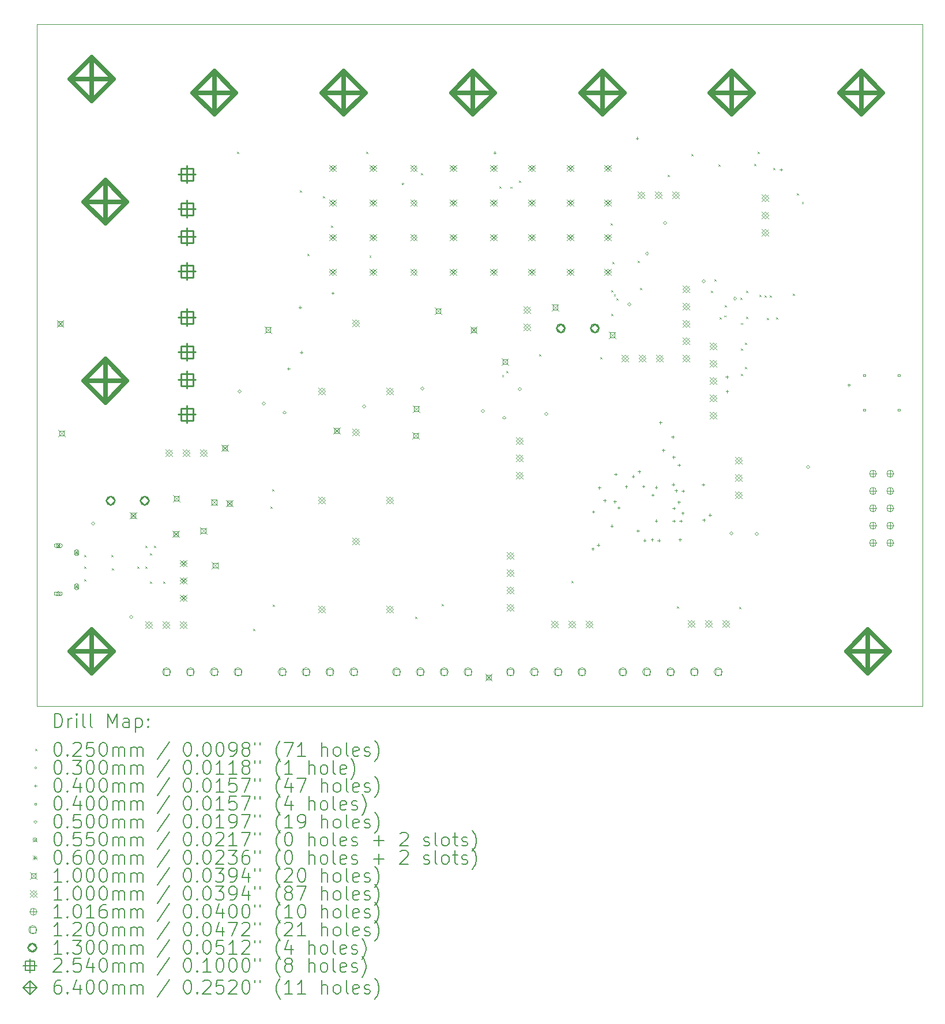
<source format=gbr>
%TF.GenerationSoftware,KiCad,Pcbnew,7.0.9-7.0.9~ubuntu22.04.1*%
%TF.CreationDate,2023-11-27T19:51:44+01:00*%
%TF.ProjectId,battery-management-system,62617474-6572-4792-9d6d-616e6167656d,rev?*%
%TF.SameCoordinates,Original*%
%TF.FileFunction,Drillmap*%
%TF.FilePolarity,Positive*%
%FSLAX45Y45*%
G04 Gerber Fmt 4.5, Leading zero omitted, Abs format (unit mm)*
G04 Created by KiCad (PCBNEW 7.0.9-7.0.9~ubuntu22.04.1) date 2023-11-27 19:51:44*
%MOMM*%
%LPD*%
G01*
G04 APERTURE LIST*
%ADD10C,0.100000*%
%ADD11C,0.200000*%
%ADD12C,0.101600*%
%ADD13C,0.120000*%
%ADD14C,0.130000*%
%ADD15C,0.254000*%
%ADD16C,0.640000*%
G04 APERTURE END LIST*
D10*
X2000000Y-2000000D02*
X15000000Y-2000000D01*
X15000000Y-12000000D01*
X2000000Y-12000000D01*
X2000000Y-2000000D01*
D11*
D10*
X2687500Y-9787500D02*
X2712500Y-9812500D01*
X2712500Y-9787500D02*
X2687500Y-9812500D01*
X2687500Y-9957500D02*
X2712500Y-9982500D01*
X2712500Y-9957500D02*
X2687500Y-9982500D01*
X2687500Y-10137500D02*
X2712500Y-10162500D01*
X2712500Y-10137500D02*
X2687500Y-10162500D01*
X3087500Y-9787500D02*
X3112500Y-9812500D01*
X3112500Y-9787500D02*
X3087500Y-9812500D01*
X3097500Y-9977500D02*
X3122500Y-10002500D01*
X3122500Y-9977500D02*
X3097500Y-10002500D01*
X3467500Y-9957500D02*
X3492500Y-9982500D01*
X3492500Y-9957500D02*
X3467500Y-9982500D01*
X3587500Y-9647500D02*
X3612500Y-9672500D01*
X3612500Y-9647500D02*
X3587500Y-9672500D01*
X3587500Y-9957500D02*
X3612500Y-9982500D01*
X3612500Y-9957500D02*
X3587500Y-9982500D01*
X3657500Y-9757500D02*
X3682500Y-9782500D01*
X3682500Y-9757500D02*
X3657500Y-9782500D01*
X3659250Y-10174500D02*
X3684250Y-10199500D01*
X3684250Y-10174500D02*
X3659250Y-10199500D01*
X3717500Y-9647500D02*
X3742500Y-9672500D01*
X3742500Y-9647500D02*
X3717500Y-9672500D01*
X3849750Y-10177500D02*
X3874750Y-10202500D01*
X3874750Y-10177500D02*
X3849750Y-10202500D01*
X4937500Y-3867500D02*
X4962500Y-3892500D01*
X4962500Y-3867500D02*
X4937500Y-3892500D01*
X5167500Y-10867500D02*
X5192500Y-10892500D01*
X5192500Y-10867500D02*
X5167500Y-10892500D01*
X5427500Y-9077500D02*
X5452500Y-9102500D01*
X5452500Y-9077500D02*
X5427500Y-9102500D01*
X5447500Y-8817500D02*
X5472500Y-8842500D01*
X5472500Y-8817500D02*
X5447500Y-8842500D01*
X5457000Y-10511750D02*
X5482000Y-10536750D01*
X5482000Y-10511750D02*
X5457000Y-10536750D01*
X5856868Y-4436868D02*
X5881868Y-4461868D01*
X5881868Y-4436868D02*
X5856868Y-4461868D01*
X5967500Y-5367500D02*
X5992500Y-5392500D01*
X5992500Y-5367500D02*
X5967500Y-5392500D01*
X6197500Y-4517500D02*
X6222500Y-4542500D01*
X6222500Y-4517500D02*
X6197500Y-4542500D01*
X6317500Y-4947500D02*
X6342500Y-4972500D01*
X6342500Y-4947500D02*
X6317500Y-4972500D01*
X6827500Y-3867500D02*
X6852500Y-3892500D01*
X6852500Y-3867500D02*
X6827500Y-3892500D01*
X6877500Y-5387500D02*
X6902500Y-5412500D01*
X6902500Y-5387500D02*
X6877500Y-5412500D01*
X7547000Y-10687500D02*
X7572000Y-10712500D01*
X7572000Y-10687500D02*
X7547000Y-10712500D01*
X7633361Y-4182550D02*
X7658361Y-4207550D01*
X7658361Y-4182550D02*
X7633361Y-4207550D01*
X7937500Y-10507500D02*
X7962500Y-10532500D01*
X7962500Y-10507500D02*
X7937500Y-10532500D01*
X8787500Y-4377500D02*
X8812500Y-4402500D01*
X8812500Y-4377500D02*
X8787500Y-4402500D01*
X8824935Y-7144950D02*
X8849935Y-7169950D01*
X8849935Y-7144950D02*
X8824935Y-7169950D01*
X8887500Y-7087500D02*
X8912500Y-7112500D01*
X8912500Y-7087500D02*
X8887500Y-7112500D01*
X8947500Y-4379418D02*
X8972500Y-4404418D01*
X8972500Y-4379418D02*
X8947500Y-4404418D01*
X9077500Y-4287500D02*
X9102500Y-4312500D01*
X9102500Y-4287500D02*
X9077500Y-4312500D01*
X9367500Y-6837500D02*
X9392500Y-6862500D01*
X9392500Y-6837500D02*
X9367500Y-6862500D01*
X9848750Y-10163500D02*
X9873750Y-10188500D01*
X9873750Y-10163500D02*
X9848750Y-10188500D01*
X10272450Y-6877500D02*
X10297450Y-6902500D01*
X10297450Y-6877500D02*
X10272450Y-6902500D01*
X10418815Y-4920050D02*
X10443815Y-4945050D01*
X10443815Y-4920050D02*
X10418815Y-4945050D01*
X10427500Y-5897500D02*
X10452500Y-5922500D01*
X10452500Y-5897500D02*
X10427500Y-5922500D01*
X10427500Y-6247500D02*
X10452500Y-6272500D01*
X10452500Y-6247500D02*
X10427500Y-6272500D01*
X10442550Y-5487500D02*
X10467550Y-5512500D01*
X10467550Y-5487500D02*
X10442550Y-5512500D01*
X10467500Y-5957500D02*
X10492500Y-5982500D01*
X10492500Y-5957500D02*
X10467500Y-5982500D01*
X10505050Y-6019771D02*
X10530050Y-6044771D01*
X10530050Y-6019771D02*
X10505050Y-6044771D01*
X10816294Y-5467430D02*
X10841294Y-5492430D01*
X10841294Y-5467430D02*
X10816294Y-5492430D01*
X10852235Y-5867450D02*
X10877235Y-5892450D01*
X10877235Y-5867450D02*
X10852235Y-5892450D01*
X11255050Y-4202450D02*
X11280050Y-4227450D01*
X11280050Y-4202450D02*
X11255050Y-4227450D01*
X11397500Y-10537500D02*
X11422500Y-10562500D01*
X11422500Y-10537500D02*
X11397500Y-10562500D01*
X11607500Y-3897500D02*
X11632500Y-3922500D01*
X11632500Y-3897500D02*
X11607500Y-3922500D01*
X11890162Y-5907475D02*
X11915162Y-5932475D01*
X11915162Y-5907475D02*
X11890162Y-5932475D01*
X11947500Y-5737500D02*
X11972500Y-5762500D01*
X11972500Y-5737500D02*
X11947500Y-5762500D01*
X12007500Y-4057500D02*
X12032500Y-4082500D01*
X12032500Y-4057500D02*
X12007500Y-4082500D01*
X12017500Y-6297500D02*
X12042500Y-6322500D01*
X12042500Y-6297500D02*
X12017500Y-6322500D01*
X12087500Y-6267500D02*
X12112500Y-6292500D01*
X12112500Y-6267500D02*
X12087500Y-6292500D01*
X12097500Y-6117500D02*
X12122500Y-6142500D01*
X12122500Y-6117500D02*
X12097500Y-6142500D01*
X12307500Y-10547500D02*
X12332500Y-10572500D01*
X12332500Y-10547500D02*
X12307500Y-10572500D01*
X12327500Y-6007500D02*
X12352500Y-6032500D01*
X12352500Y-6007500D02*
X12327500Y-6032500D01*
X12337500Y-6377500D02*
X12362500Y-6402500D01*
X12362500Y-6377500D02*
X12337500Y-6402500D01*
X12337500Y-6757500D02*
X12362500Y-6782500D01*
X12362500Y-6757500D02*
X12337500Y-6782500D01*
X12337500Y-7127500D02*
X12362500Y-7152500D01*
X12362500Y-7127500D02*
X12337500Y-7152500D01*
X12397500Y-6667500D02*
X12422500Y-6692500D01*
X12422500Y-6667500D02*
X12397500Y-6692500D01*
X12397500Y-7027500D02*
X12422500Y-7052500D01*
X12422500Y-7027500D02*
X12397500Y-7052500D01*
X12407500Y-5907500D02*
X12432500Y-5932500D01*
X12432500Y-5907500D02*
X12407500Y-5932500D01*
X12407500Y-6287500D02*
X12432500Y-6312500D01*
X12432500Y-6287500D02*
X12407500Y-6312500D01*
X12527500Y-4047500D02*
X12552500Y-4072500D01*
X12552500Y-4047500D02*
X12527500Y-4072500D01*
X12577500Y-3867500D02*
X12602500Y-3892500D01*
X12602500Y-3867500D02*
X12577500Y-3892500D01*
X12607500Y-5967500D02*
X12632500Y-5992500D01*
X12632500Y-5967500D02*
X12607500Y-5992500D01*
X12683123Y-5973123D02*
X12708123Y-5998123D01*
X12708123Y-5973123D02*
X12683123Y-5998123D01*
X12717500Y-6307500D02*
X12742500Y-6332500D01*
X12742500Y-6307500D02*
X12717500Y-6332500D01*
X12758708Y-5978531D02*
X12783708Y-6003531D01*
X12783708Y-5978531D02*
X12758708Y-6003531D01*
X12808748Y-4106252D02*
X12833748Y-4131252D01*
X12833748Y-4106252D02*
X12808748Y-4131252D01*
X12847500Y-6297500D02*
X12872500Y-6322500D01*
X12872500Y-6297500D02*
X12847500Y-6322500D01*
X13097500Y-5947500D02*
X13122500Y-5972500D01*
X13122500Y-5947500D02*
X13097500Y-5972500D01*
X13157500Y-4477500D02*
X13182500Y-4502500D01*
X13182500Y-4477500D02*
X13157500Y-4502500D01*
X13227500Y-4607500D02*
X13252500Y-4632500D01*
X13252500Y-4607500D02*
X13227500Y-4632500D01*
X7385000Y-4340000D02*
G75*
G03*
X7385000Y-4340000I-15000J0D01*
G01*
X5690000Y-7031250D02*
X5690000Y-7071250D01*
X5670000Y-7051250D02*
X5710000Y-7051250D01*
X5860000Y-6130000D02*
X5860000Y-6170000D01*
X5840000Y-6150000D02*
X5880000Y-6150000D01*
X5880000Y-6790000D02*
X5880000Y-6830000D01*
X5860000Y-6810000D02*
X5900000Y-6810000D01*
X6340580Y-5920630D02*
X6340580Y-5960630D01*
X6320580Y-5940630D02*
X6360580Y-5940630D01*
X8720000Y-3860000D02*
X8720000Y-3900000D01*
X8700000Y-3880000D02*
X8740000Y-3880000D01*
X10157405Y-9673942D02*
X10157405Y-9713942D01*
X10137405Y-9693942D02*
X10177405Y-9693942D01*
X10167381Y-9130016D02*
X10167381Y-9170016D01*
X10147381Y-9150016D02*
X10187381Y-9150016D01*
X10239831Y-9617408D02*
X10239831Y-9657408D01*
X10219831Y-9637408D02*
X10259831Y-9637408D01*
X10254150Y-8777957D02*
X10254150Y-8817957D01*
X10234150Y-8797957D02*
X10274150Y-8797957D01*
X10333730Y-8963730D02*
X10333730Y-9003730D01*
X10313730Y-8983730D02*
X10353730Y-8983730D01*
X10437520Y-9340000D02*
X10437520Y-9380000D01*
X10417520Y-9360000D02*
X10457520Y-9360000D01*
X10482505Y-8979955D02*
X10482505Y-9019955D01*
X10462505Y-8999955D02*
X10502505Y-8999955D01*
X10495050Y-8580000D02*
X10495050Y-8620000D01*
X10475050Y-8600000D02*
X10515050Y-8600000D01*
X10540000Y-9070000D02*
X10540000Y-9110000D01*
X10520000Y-9090000D02*
X10560000Y-9090000D01*
X10648889Y-8758960D02*
X10648889Y-8798960D01*
X10628889Y-8778960D02*
X10668889Y-8778960D01*
X10750000Y-8612337D02*
X10750000Y-8652337D01*
X10730000Y-8632337D02*
X10770000Y-8632337D01*
X10810000Y-3650000D02*
X10810000Y-3690000D01*
X10790000Y-3670000D02*
X10830000Y-3670000D01*
X10820000Y-9410000D02*
X10820000Y-9450000D01*
X10800000Y-9430000D02*
X10840000Y-9430000D01*
X10840000Y-8539887D02*
X10840000Y-8579887D01*
X10820000Y-8559887D02*
X10860000Y-8559887D01*
X10904219Y-8757287D02*
X10904219Y-8797287D01*
X10884219Y-8777287D02*
X10924219Y-8777287D01*
X10920000Y-9550000D02*
X10920000Y-9590000D01*
X10900000Y-9570000D02*
X10940000Y-9570000D01*
X11030000Y-9540000D02*
X11030000Y-9580000D01*
X11010000Y-9560000D02*
X11050000Y-9560000D01*
X11039268Y-8885299D02*
X11039268Y-8925299D01*
X11019268Y-8905299D02*
X11059268Y-8905299D01*
X11090003Y-9262933D02*
X11090003Y-9302933D01*
X11070003Y-9282933D02*
X11110003Y-9282933D01*
X11090464Y-8770464D02*
X11090464Y-8810464D01*
X11070464Y-8790464D02*
X11110464Y-8790464D01*
X11130000Y-9550000D02*
X11130000Y-9590000D01*
X11110000Y-9570000D02*
X11150000Y-9570000D01*
X11150000Y-7820000D02*
X11150000Y-7860000D01*
X11130000Y-7840000D02*
X11170000Y-7840000D01*
X11194375Y-8225625D02*
X11194375Y-8265625D01*
X11174375Y-8245625D02*
X11214375Y-8245625D01*
X11331582Y-8032802D02*
X11331582Y-8072802D01*
X11311582Y-8052802D02*
X11351582Y-8052802D01*
X11342126Y-8729370D02*
X11342126Y-8769370D01*
X11322126Y-8749370D02*
X11362126Y-8749370D01*
X11347450Y-8330000D02*
X11347450Y-8370000D01*
X11327450Y-8350000D02*
X11367450Y-8350000D01*
X11348011Y-9078617D02*
X11348011Y-9118617D01*
X11328011Y-9098617D02*
X11368011Y-9098617D01*
X11349616Y-9264732D02*
X11349616Y-9304732D01*
X11329616Y-9284732D02*
X11369616Y-9284732D01*
X11383876Y-8820183D02*
X11383876Y-8860183D01*
X11363876Y-8840183D02*
X11403876Y-8840183D01*
X11422066Y-8990000D02*
X11422066Y-9030000D01*
X11402066Y-9010000D02*
X11442066Y-9010000D01*
X11426475Y-8443871D02*
X11426475Y-8483871D01*
X11406475Y-8463871D02*
X11446475Y-8463871D01*
X11440000Y-9540000D02*
X11440000Y-9580000D01*
X11420000Y-9560000D02*
X11460000Y-9560000D01*
X11451528Y-9265188D02*
X11451528Y-9305188D01*
X11431528Y-9285188D02*
X11471528Y-9285188D01*
X11480000Y-9150000D02*
X11480000Y-9190000D01*
X11460000Y-9170000D02*
X11500000Y-9170000D01*
X11483711Y-8824981D02*
X11483711Y-8864981D01*
X11463711Y-8844981D02*
X11503711Y-8844981D01*
X11782263Y-8732263D02*
X11782263Y-8772263D01*
X11762263Y-8752263D02*
X11802263Y-8752263D01*
X11790000Y-9250000D02*
X11790000Y-9290000D01*
X11770000Y-9270000D02*
X11810000Y-9270000D01*
X11880000Y-9177450D02*
X11880000Y-9217450D01*
X11860000Y-9197450D02*
X11900000Y-9197450D01*
X12128000Y-7152000D02*
X12128000Y-7192000D01*
X12108000Y-7172000D02*
X12148000Y-7172000D01*
X12130000Y-7362450D02*
X12130000Y-7402450D01*
X12110000Y-7382450D02*
X12150000Y-7382450D01*
X12923983Y-4110148D02*
X12923983Y-4150148D01*
X12903983Y-4130148D02*
X12943983Y-4130148D01*
X13920000Y-7270000D02*
X13920000Y-7310000D01*
X13900000Y-7290000D02*
X13940000Y-7290000D01*
X14160142Y-7160142D02*
X14160142Y-7131858D01*
X14131858Y-7131858D01*
X14131858Y-7160142D01*
X14160142Y-7160142D01*
X14160142Y-7668142D02*
X14160142Y-7639858D01*
X14131858Y-7639858D01*
X14131858Y-7668142D01*
X14160142Y-7668142D01*
X14668142Y-7160142D02*
X14668142Y-7131858D01*
X14639858Y-7131858D01*
X14639858Y-7160142D01*
X14668142Y-7160142D01*
X14668142Y-7668142D02*
X14668142Y-7639858D01*
X14639858Y-7639858D01*
X14639858Y-7668142D01*
X14668142Y-7668142D01*
X2820000Y-9345000D02*
X2845000Y-9320000D01*
X2820000Y-9295000D01*
X2795000Y-9320000D01*
X2820000Y-9345000D01*
X3380000Y-10715000D02*
X3405000Y-10690000D01*
X3380000Y-10665000D01*
X3355000Y-10690000D01*
X3380000Y-10715000D01*
X4970000Y-7405000D02*
X4995000Y-7380000D01*
X4970000Y-7355000D01*
X4945000Y-7380000D01*
X4970000Y-7405000D01*
X5320000Y-7585000D02*
X5345000Y-7560000D01*
X5320000Y-7535000D01*
X5295000Y-7560000D01*
X5320000Y-7585000D01*
X5630000Y-7715000D02*
X5655000Y-7690000D01*
X5630000Y-7665000D01*
X5605000Y-7690000D01*
X5630000Y-7715000D01*
X6798873Y-7625000D02*
X6823873Y-7600000D01*
X6798873Y-7575000D01*
X6773873Y-7600000D01*
X6798873Y-7625000D01*
X7650000Y-7365000D02*
X7675000Y-7340000D01*
X7650000Y-7315000D01*
X7625000Y-7340000D01*
X7650000Y-7365000D01*
X8540000Y-7695000D02*
X8565000Y-7670000D01*
X8540000Y-7645000D01*
X8515000Y-7670000D01*
X8540000Y-7695000D01*
X8853772Y-7791228D02*
X8878772Y-7766228D01*
X8853772Y-7741228D01*
X8828772Y-7766228D01*
X8853772Y-7791228D01*
X9081568Y-7372833D02*
X9106568Y-7347833D01*
X9081568Y-7322833D01*
X9056568Y-7347833D01*
X9081568Y-7372833D01*
X9470000Y-7735000D02*
X9495000Y-7710000D01*
X9470000Y-7685000D01*
X9445000Y-7710000D01*
X9470000Y-7735000D01*
X10691000Y-6126000D02*
X10716000Y-6101000D01*
X10691000Y-6076000D01*
X10666000Y-6101000D01*
X10691000Y-6126000D01*
X10950000Y-5385000D02*
X10975000Y-5360000D01*
X10950000Y-5335000D01*
X10925000Y-5360000D01*
X10950000Y-5385000D01*
X11220000Y-4935000D02*
X11245000Y-4910000D01*
X11220000Y-4885000D01*
X11195000Y-4910000D01*
X11220000Y-4935000D01*
X11780000Y-5785000D02*
X11805000Y-5760000D01*
X11780000Y-5735000D01*
X11755000Y-5760000D01*
X11780000Y-5785000D01*
X12190000Y-9485000D02*
X12215000Y-9460000D01*
X12190000Y-9435000D01*
X12165000Y-9460000D01*
X12190000Y-9485000D01*
X12245000Y-6044950D02*
X12270000Y-6019950D01*
X12245000Y-5994950D01*
X12220000Y-6019950D01*
X12245000Y-6044950D01*
X12560000Y-9495000D02*
X12585000Y-9470000D01*
X12560000Y-9445000D01*
X12535000Y-9470000D01*
X12560000Y-9495000D01*
X13313125Y-8518125D02*
X13338125Y-8493125D01*
X13313125Y-8468125D01*
X13288125Y-8493125D01*
X13313125Y-8518125D01*
X2282500Y-9620000D02*
X2337500Y-9675000D01*
X2337500Y-9620000D02*
X2282500Y-9675000D01*
X2337500Y-9647500D02*
G75*
G03*
X2337500Y-9647500I-27500J0D01*
G01*
X2342500Y-9620000D02*
X2277500Y-9620000D01*
X2277500Y-9620000D02*
G75*
G03*
X2277500Y-9675000I0J-27500D01*
G01*
X2277500Y-9675000D02*
X2342500Y-9675000D01*
X2342500Y-9675000D02*
G75*
G03*
X2342500Y-9620000I0J27500D01*
G01*
X2282500Y-10325000D02*
X2337500Y-10380000D01*
X2337500Y-10325000D02*
X2282500Y-10380000D01*
X2337500Y-10352500D02*
G75*
G03*
X2337500Y-10352500I-27500J0D01*
G01*
X2342500Y-10325000D02*
X2277500Y-10325000D01*
X2277500Y-10325000D02*
G75*
G03*
X2277500Y-10380000I0J-27500D01*
G01*
X2277500Y-10380000D02*
X2342500Y-10380000D01*
X2342500Y-10380000D02*
G75*
G03*
X2342500Y-10325000I0J27500D01*
G01*
X2550000Y-9720000D02*
X2610000Y-9780000D01*
X2610000Y-9720000D02*
X2550000Y-9780000D01*
X2580000Y-9720000D02*
X2580000Y-9780000D01*
X2550000Y-9750000D02*
X2610000Y-9750000D01*
X2550000Y-9735000D02*
X2550000Y-9765000D01*
X2550000Y-9765000D02*
G75*
G03*
X2610000Y-9765000I30000J0D01*
G01*
X2610000Y-9765000D02*
X2610000Y-9735000D01*
X2610000Y-9735000D02*
G75*
G03*
X2550000Y-9735000I-30000J0D01*
G01*
X2550000Y-10220000D02*
X2610000Y-10280000D01*
X2610000Y-10220000D02*
X2550000Y-10280000D01*
X2580000Y-10220000D02*
X2580000Y-10280000D01*
X2550000Y-10250000D02*
X2610000Y-10250000D01*
X2550000Y-10235000D02*
X2550000Y-10265000D01*
X2550000Y-10265000D02*
G75*
G03*
X2610000Y-10265000I30000J0D01*
G01*
X2610000Y-10265000D02*
X2610000Y-10235000D01*
X2610000Y-10235000D02*
G75*
G03*
X2550000Y-10235000I-30000J0D01*
G01*
X2290000Y-6340000D02*
X2390000Y-6440000D01*
X2390000Y-6340000D02*
X2290000Y-6440000D01*
X2375356Y-6425356D02*
X2375356Y-6354644D01*
X2304644Y-6354644D01*
X2304644Y-6425356D01*
X2375356Y-6425356D01*
X2310000Y-7950000D02*
X2410000Y-8050000D01*
X2410000Y-7950000D02*
X2310000Y-8050000D01*
X2395356Y-8035356D02*
X2395356Y-7964644D01*
X2324644Y-7964644D01*
X2324644Y-8035356D01*
X2395356Y-8035356D01*
X3358014Y-9155351D02*
X3458014Y-9255351D01*
X3458014Y-9155351D02*
X3358014Y-9255351D01*
X3443370Y-9240707D02*
X3443370Y-9169996D01*
X3372658Y-9169996D01*
X3372658Y-9240707D01*
X3443370Y-9240707D01*
X3984082Y-9426900D02*
X4084082Y-9526900D01*
X4084082Y-9426900D02*
X3984082Y-9526900D01*
X4069438Y-9512256D02*
X4069438Y-9441544D01*
X3998726Y-9441544D01*
X3998726Y-9512256D01*
X4069438Y-9512256D01*
X3993125Y-8906875D02*
X4093125Y-9006875D01*
X4093125Y-8906875D02*
X3993125Y-9006875D01*
X4078481Y-8992231D02*
X4078481Y-8921519D01*
X4007769Y-8921519D01*
X4007769Y-8992231D01*
X4078481Y-8992231D01*
X4389950Y-9377201D02*
X4489950Y-9477201D01*
X4489950Y-9377201D02*
X4389950Y-9477201D01*
X4475306Y-9462557D02*
X4475306Y-9391845D01*
X4404594Y-9391845D01*
X4404594Y-9462557D01*
X4475306Y-9462557D01*
X4550000Y-8960000D02*
X4650000Y-9060000D01*
X4650000Y-8960000D02*
X4550000Y-9060000D01*
X4635356Y-9045356D02*
X4635356Y-8974644D01*
X4564644Y-8974644D01*
X4564644Y-9045356D01*
X4635356Y-9045356D01*
X4565655Y-9887450D02*
X4665655Y-9987450D01*
X4665655Y-9887450D02*
X4565655Y-9987450D01*
X4651010Y-9972806D02*
X4651010Y-9902094D01*
X4580299Y-9902094D01*
X4580299Y-9972806D01*
X4651010Y-9972806D01*
X4707726Y-8165050D02*
X4807726Y-8265050D01*
X4807726Y-8165050D02*
X4707726Y-8265050D01*
X4793082Y-8250405D02*
X4793082Y-8179694D01*
X4722371Y-8179694D01*
X4722371Y-8250405D01*
X4793082Y-8250405D01*
X4775056Y-8976711D02*
X4875056Y-9076711D01*
X4875056Y-8976711D02*
X4775056Y-9076711D01*
X4860412Y-9062066D02*
X4860412Y-8991355D01*
X4789701Y-8991355D01*
X4789701Y-9062066D01*
X4860412Y-9062066D01*
X5340000Y-6430000D02*
X5440000Y-6530000D01*
X5440000Y-6430000D02*
X5340000Y-6530000D01*
X5425356Y-6515356D02*
X5425356Y-6444644D01*
X5354644Y-6444644D01*
X5354644Y-6515356D01*
X5425356Y-6515356D01*
X6349950Y-7910000D02*
X6449950Y-8010000D01*
X6449950Y-7910000D02*
X6349950Y-8010000D01*
X6435306Y-7995356D02*
X6435306Y-7924644D01*
X6364594Y-7924644D01*
X6364594Y-7995356D01*
X6435306Y-7995356D01*
X7507877Y-7982123D02*
X7607877Y-8082123D01*
X7607877Y-7982123D02*
X7507877Y-8082123D01*
X7593233Y-8067479D02*
X7593233Y-7996767D01*
X7522521Y-7996767D01*
X7522521Y-8067479D01*
X7593233Y-8067479D01*
X7520000Y-7590000D02*
X7620000Y-7690000D01*
X7620000Y-7590000D02*
X7520000Y-7690000D01*
X7605356Y-7675356D02*
X7605356Y-7604644D01*
X7534644Y-7604644D01*
X7534644Y-7675356D01*
X7605356Y-7675356D01*
X7837350Y-6153513D02*
X7937350Y-6253513D01*
X7937350Y-6153513D02*
X7837350Y-6253513D01*
X7922705Y-6238869D02*
X7922705Y-6168158D01*
X7851994Y-6168158D01*
X7851994Y-6238869D01*
X7922705Y-6238869D01*
X8360000Y-6435050D02*
X8460000Y-6535050D01*
X8460000Y-6435050D02*
X8360000Y-6535050D01*
X8445356Y-6520406D02*
X8445356Y-6449694D01*
X8374644Y-6449694D01*
X8374644Y-6520406D01*
X8445356Y-6520406D01*
X8580000Y-11530050D02*
X8680000Y-11630050D01*
X8680000Y-11530050D02*
X8580000Y-11630050D01*
X8665356Y-11615406D02*
X8665356Y-11544694D01*
X8594644Y-11544694D01*
X8594644Y-11615406D01*
X8665356Y-11615406D01*
X8820000Y-6900000D02*
X8920000Y-7000000D01*
X8920000Y-6900000D02*
X8820000Y-7000000D01*
X8905356Y-6985356D02*
X8905356Y-6914644D01*
X8834644Y-6914644D01*
X8834644Y-6985356D01*
X8905356Y-6985356D01*
X9560000Y-6100000D02*
X9660000Y-6200000D01*
X9660000Y-6100000D02*
X9560000Y-6200000D01*
X9645356Y-6185356D02*
X9645356Y-6114644D01*
X9574644Y-6114644D01*
X9574644Y-6185356D01*
X9645356Y-6185356D01*
X10398310Y-6506085D02*
X10498310Y-6606085D01*
X10498310Y-6506085D02*
X10398310Y-6606085D01*
X10483666Y-6591441D02*
X10483666Y-6520730D01*
X10412954Y-6520730D01*
X10412954Y-6591441D01*
X10483666Y-6591441D01*
X3590000Y-10760000D02*
X3690000Y-10860000D01*
X3690000Y-10760000D02*
X3590000Y-10860000D01*
X3640000Y-10860000D02*
X3690000Y-10810000D01*
X3640000Y-10760000D01*
X3590000Y-10810000D01*
X3640000Y-10860000D01*
X3844000Y-10760000D02*
X3944000Y-10860000D01*
X3944000Y-10760000D02*
X3844000Y-10860000D01*
X3894000Y-10860000D02*
X3944000Y-10810000D01*
X3894000Y-10760000D01*
X3844000Y-10810000D01*
X3894000Y-10860000D01*
X3884500Y-8240000D02*
X3984500Y-8340000D01*
X3984500Y-8240000D02*
X3884500Y-8340000D01*
X3934500Y-8340000D02*
X3984500Y-8290000D01*
X3934500Y-8240000D01*
X3884500Y-8290000D01*
X3934500Y-8340000D01*
X4098000Y-10760000D02*
X4198000Y-10860000D01*
X4198000Y-10760000D02*
X4098000Y-10860000D01*
X4148000Y-10860000D02*
X4198000Y-10810000D01*
X4148000Y-10760000D01*
X4098000Y-10810000D01*
X4148000Y-10860000D01*
X4100000Y-9857500D02*
X4200000Y-9957500D01*
X4200000Y-9857500D02*
X4100000Y-9957500D01*
X4150000Y-9957500D02*
X4200000Y-9907500D01*
X4150000Y-9857500D01*
X4100000Y-9907500D01*
X4150000Y-9957500D01*
X4100000Y-10111500D02*
X4200000Y-10211500D01*
X4200000Y-10111500D02*
X4100000Y-10211500D01*
X4150000Y-10211500D02*
X4200000Y-10161500D01*
X4150000Y-10111500D01*
X4100000Y-10161500D01*
X4150000Y-10211500D01*
X4100000Y-10365500D02*
X4200000Y-10465500D01*
X4200000Y-10365500D02*
X4100000Y-10465500D01*
X4150000Y-10465500D02*
X4200000Y-10415500D01*
X4150000Y-10365500D01*
X4100000Y-10415500D01*
X4150000Y-10465500D01*
X4138500Y-8240000D02*
X4238500Y-8340000D01*
X4238500Y-8240000D02*
X4138500Y-8340000D01*
X4188500Y-8340000D02*
X4238500Y-8290000D01*
X4188500Y-8240000D01*
X4138500Y-8290000D01*
X4188500Y-8340000D01*
X4392500Y-8240000D02*
X4492500Y-8340000D01*
X4492500Y-8240000D02*
X4392500Y-8340000D01*
X4442500Y-8340000D02*
X4492500Y-8290000D01*
X4442500Y-8240000D01*
X4392500Y-8290000D01*
X4442500Y-8340000D01*
X6130000Y-7330000D02*
X6230000Y-7430000D01*
X6230000Y-7330000D02*
X6130000Y-7430000D01*
X6180000Y-7430000D02*
X6230000Y-7380000D01*
X6180000Y-7330000D01*
X6130000Y-7380000D01*
X6180000Y-7430000D01*
X6130000Y-8930000D02*
X6230000Y-9030000D01*
X6230000Y-8930000D02*
X6130000Y-9030000D01*
X6180000Y-9030000D02*
X6230000Y-8980000D01*
X6180000Y-8930000D01*
X6130000Y-8980000D01*
X6180000Y-9030000D01*
X6130000Y-10530000D02*
X6230000Y-10630000D01*
X6230000Y-10530000D02*
X6130000Y-10630000D01*
X6180000Y-10630000D02*
X6230000Y-10580000D01*
X6180000Y-10530000D01*
X6130000Y-10580000D01*
X6180000Y-10630000D01*
X6290000Y-4058000D02*
X6390000Y-4158000D01*
X6390000Y-4058000D02*
X6290000Y-4158000D01*
X6340000Y-4158000D02*
X6390000Y-4108000D01*
X6340000Y-4058000D01*
X6290000Y-4108000D01*
X6340000Y-4158000D01*
X6290000Y-4566000D02*
X6390000Y-4666000D01*
X6390000Y-4566000D02*
X6290000Y-4666000D01*
X6340000Y-4666000D02*
X6390000Y-4616000D01*
X6340000Y-4566000D01*
X6290000Y-4616000D01*
X6340000Y-4666000D01*
X6290000Y-5074000D02*
X6390000Y-5174000D01*
X6390000Y-5074000D02*
X6290000Y-5174000D01*
X6340000Y-5174000D02*
X6390000Y-5124000D01*
X6340000Y-5074000D01*
X6290000Y-5124000D01*
X6340000Y-5174000D01*
X6290000Y-5582000D02*
X6390000Y-5682000D01*
X6390000Y-5582000D02*
X6290000Y-5682000D01*
X6340000Y-5682000D02*
X6390000Y-5632000D01*
X6340000Y-5582000D01*
X6290000Y-5632000D01*
X6340000Y-5682000D01*
X6630000Y-6330000D02*
X6730000Y-6430000D01*
X6730000Y-6330000D02*
X6630000Y-6430000D01*
X6680000Y-6430000D02*
X6730000Y-6380000D01*
X6680000Y-6330000D01*
X6630000Y-6380000D01*
X6680000Y-6430000D01*
X6630000Y-7930000D02*
X6730000Y-8030000D01*
X6730000Y-7930000D02*
X6630000Y-8030000D01*
X6680000Y-8030000D02*
X6730000Y-7980000D01*
X6680000Y-7930000D01*
X6630000Y-7980000D01*
X6680000Y-8030000D01*
X6630000Y-9530000D02*
X6730000Y-9630000D01*
X6730000Y-9530000D02*
X6630000Y-9630000D01*
X6680000Y-9630000D02*
X6730000Y-9580000D01*
X6680000Y-9530000D01*
X6630000Y-9580000D01*
X6680000Y-9630000D01*
X6880000Y-4058000D02*
X6980000Y-4158000D01*
X6980000Y-4058000D02*
X6880000Y-4158000D01*
X6930000Y-4158000D02*
X6980000Y-4108000D01*
X6930000Y-4058000D01*
X6880000Y-4108000D01*
X6930000Y-4158000D01*
X6880000Y-4566000D02*
X6980000Y-4666000D01*
X6980000Y-4566000D02*
X6880000Y-4666000D01*
X6930000Y-4666000D02*
X6980000Y-4616000D01*
X6930000Y-4566000D01*
X6880000Y-4616000D01*
X6930000Y-4666000D01*
X6880000Y-5074000D02*
X6980000Y-5174000D01*
X6980000Y-5074000D02*
X6880000Y-5174000D01*
X6930000Y-5174000D02*
X6980000Y-5124000D01*
X6930000Y-5074000D01*
X6880000Y-5124000D01*
X6930000Y-5174000D01*
X6880000Y-5582000D02*
X6980000Y-5682000D01*
X6980000Y-5582000D02*
X6880000Y-5682000D01*
X6930000Y-5682000D02*
X6980000Y-5632000D01*
X6930000Y-5582000D01*
X6880000Y-5632000D01*
X6930000Y-5682000D01*
X7130000Y-7330000D02*
X7230000Y-7430000D01*
X7230000Y-7330000D02*
X7130000Y-7430000D01*
X7180000Y-7430000D02*
X7230000Y-7380000D01*
X7180000Y-7330000D01*
X7130000Y-7380000D01*
X7180000Y-7430000D01*
X7130000Y-8930000D02*
X7230000Y-9030000D01*
X7230000Y-8930000D02*
X7130000Y-9030000D01*
X7180000Y-9030000D02*
X7230000Y-8980000D01*
X7180000Y-8930000D01*
X7130000Y-8980000D01*
X7180000Y-9030000D01*
X7130000Y-10530000D02*
X7230000Y-10630000D01*
X7230000Y-10530000D02*
X7130000Y-10630000D01*
X7180000Y-10630000D02*
X7230000Y-10580000D01*
X7180000Y-10530000D01*
X7130000Y-10580000D01*
X7180000Y-10630000D01*
X7480000Y-4058000D02*
X7580000Y-4158000D01*
X7580000Y-4058000D02*
X7480000Y-4158000D01*
X7530000Y-4158000D02*
X7580000Y-4108000D01*
X7530000Y-4058000D01*
X7480000Y-4108000D01*
X7530000Y-4158000D01*
X7480000Y-4566000D02*
X7580000Y-4666000D01*
X7580000Y-4566000D02*
X7480000Y-4666000D01*
X7530000Y-4666000D02*
X7580000Y-4616000D01*
X7530000Y-4566000D01*
X7480000Y-4616000D01*
X7530000Y-4666000D01*
X7480000Y-5074000D02*
X7580000Y-5174000D01*
X7580000Y-5074000D02*
X7480000Y-5174000D01*
X7530000Y-5174000D02*
X7580000Y-5124000D01*
X7530000Y-5074000D01*
X7480000Y-5124000D01*
X7530000Y-5174000D01*
X7480000Y-5582000D02*
X7580000Y-5682000D01*
X7580000Y-5582000D02*
X7480000Y-5682000D01*
X7530000Y-5682000D02*
X7580000Y-5632000D01*
X7530000Y-5582000D01*
X7480000Y-5632000D01*
X7530000Y-5682000D01*
X8060000Y-4058000D02*
X8160000Y-4158000D01*
X8160000Y-4058000D02*
X8060000Y-4158000D01*
X8110000Y-4158000D02*
X8160000Y-4108000D01*
X8110000Y-4058000D01*
X8060000Y-4108000D01*
X8110000Y-4158000D01*
X8060000Y-4566000D02*
X8160000Y-4666000D01*
X8160000Y-4566000D02*
X8060000Y-4666000D01*
X8110000Y-4666000D02*
X8160000Y-4616000D01*
X8110000Y-4566000D01*
X8060000Y-4616000D01*
X8110000Y-4666000D01*
X8060000Y-5074000D02*
X8160000Y-5174000D01*
X8160000Y-5074000D02*
X8060000Y-5174000D01*
X8110000Y-5174000D02*
X8160000Y-5124000D01*
X8110000Y-5074000D01*
X8060000Y-5124000D01*
X8110000Y-5174000D01*
X8060000Y-5582000D02*
X8160000Y-5682000D01*
X8160000Y-5582000D02*
X8060000Y-5682000D01*
X8110000Y-5682000D02*
X8160000Y-5632000D01*
X8110000Y-5582000D01*
X8060000Y-5632000D01*
X8110000Y-5682000D01*
X8650000Y-4058000D02*
X8750000Y-4158000D01*
X8750000Y-4058000D02*
X8650000Y-4158000D01*
X8700000Y-4158000D02*
X8750000Y-4108000D01*
X8700000Y-4058000D01*
X8650000Y-4108000D01*
X8700000Y-4158000D01*
X8650000Y-4566000D02*
X8750000Y-4666000D01*
X8750000Y-4566000D02*
X8650000Y-4666000D01*
X8700000Y-4666000D02*
X8750000Y-4616000D01*
X8700000Y-4566000D01*
X8650000Y-4616000D01*
X8700000Y-4666000D01*
X8650000Y-5074000D02*
X8750000Y-5174000D01*
X8750000Y-5074000D02*
X8650000Y-5174000D01*
X8700000Y-5174000D02*
X8750000Y-5124000D01*
X8700000Y-5074000D01*
X8650000Y-5124000D01*
X8700000Y-5174000D01*
X8650000Y-5582000D02*
X8750000Y-5682000D01*
X8750000Y-5582000D02*
X8650000Y-5682000D01*
X8700000Y-5682000D02*
X8750000Y-5632000D01*
X8700000Y-5582000D01*
X8650000Y-5632000D01*
X8700000Y-5682000D01*
X8900000Y-9746000D02*
X9000000Y-9846000D01*
X9000000Y-9746000D02*
X8900000Y-9846000D01*
X8950000Y-9846000D02*
X9000000Y-9796000D01*
X8950000Y-9746000D01*
X8900000Y-9796000D01*
X8950000Y-9846000D01*
X8900000Y-10000000D02*
X9000000Y-10100000D01*
X9000000Y-10000000D02*
X8900000Y-10100000D01*
X8950000Y-10100000D02*
X9000000Y-10050000D01*
X8950000Y-10000000D01*
X8900000Y-10050000D01*
X8950000Y-10100000D01*
X8900000Y-10254000D02*
X9000000Y-10354000D01*
X9000000Y-10254000D02*
X8900000Y-10354000D01*
X8950000Y-10354000D02*
X9000000Y-10304000D01*
X8950000Y-10254000D01*
X8900000Y-10304000D01*
X8950000Y-10354000D01*
X8900000Y-10508000D02*
X9000000Y-10608000D01*
X9000000Y-10508000D02*
X8900000Y-10608000D01*
X8950000Y-10608000D02*
X9000000Y-10558000D01*
X8950000Y-10508000D01*
X8900000Y-10558000D01*
X8950000Y-10608000D01*
X9030000Y-8060000D02*
X9130000Y-8160000D01*
X9130000Y-8060000D02*
X9030000Y-8160000D01*
X9080000Y-8160000D02*
X9130000Y-8110000D01*
X9080000Y-8060000D01*
X9030000Y-8110000D01*
X9080000Y-8160000D01*
X9030000Y-8314000D02*
X9130000Y-8414000D01*
X9130000Y-8314000D02*
X9030000Y-8414000D01*
X9080000Y-8414000D02*
X9130000Y-8364000D01*
X9080000Y-8314000D01*
X9030000Y-8364000D01*
X9080000Y-8414000D01*
X9030000Y-8568000D02*
X9130000Y-8668000D01*
X9130000Y-8568000D02*
X9030000Y-8668000D01*
X9080000Y-8668000D02*
X9130000Y-8618000D01*
X9080000Y-8568000D01*
X9030000Y-8618000D01*
X9080000Y-8668000D01*
X9140000Y-6133500D02*
X9240000Y-6233500D01*
X9240000Y-6133500D02*
X9140000Y-6233500D01*
X9190000Y-6233500D02*
X9240000Y-6183500D01*
X9190000Y-6133500D01*
X9140000Y-6183500D01*
X9190000Y-6233500D01*
X9140000Y-6387500D02*
X9240000Y-6487500D01*
X9240000Y-6387500D02*
X9140000Y-6487500D01*
X9190000Y-6487500D02*
X9240000Y-6437500D01*
X9190000Y-6387500D01*
X9140000Y-6437500D01*
X9190000Y-6487500D01*
X9210000Y-4058000D02*
X9310000Y-4158000D01*
X9310000Y-4058000D02*
X9210000Y-4158000D01*
X9260000Y-4158000D02*
X9310000Y-4108000D01*
X9260000Y-4058000D01*
X9210000Y-4108000D01*
X9260000Y-4158000D01*
X9210000Y-4566000D02*
X9310000Y-4666000D01*
X9310000Y-4566000D02*
X9210000Y-4666000D01*
X9260000Y-4666000D02*
X9310000Y-4616000D01*
X9260000Y-4566000D01*
X9210000Y-4616000D01*
X9260000Y-4666000D01*
X9210000Y-5074000D02*
X9310000Y-5174000D01*
X9310000Y-5074000D02*
X9210000Y-5174000D01*
X9260000Y-5174000D02*
X9310000Y-5124000D01*
X9260000Y-5074000D01*
X9210000Y-5124000D01*
X9260000Y-5174000D01*
X9210000Y-5582000D02*
X9310000Y-5682000D01*
X9310000Y-5582000D02*
X9210000Y-5682000D01*
X9260000Y-5682000D02*
X9310000Y-5632000D01*
X9260000Y-5582000D01*
X9210000Y-5632000D01*
X9260000Y-5682000D01*
X9547500Y-10750000D02*
X9647500Y-10850000D01*
X9647500Y-10750000D02*
X9547500Y-10850000D01*
X9597500Y-10850000D02*
X9647500Y-10800000D01*
X9597500Y-10750000D01*
X9547500Y-10800000D01*
X9597500Y-10850000D01*
X9780000Y-4058000D02*
X9880000Y-4158000D01*
X9880000Y-4058000D02*
X9780000Y-4158000D01*
X9830000Y-4158000D02*
X9880000Y-4108000D01*
X9830000Y-4058000D01*
X9780000Y-4108000D01*
X9830000Y-4158000D01*
X9780000Y-4566000D02*
X9880000Y-4666000D01*
X9880000Y-4566000D02*
X9780000Y-4666000D01*
X9830000Y-4666000D02*
X9880000Y-4616000D01*
X9830000Y-4566000D01*
X9780000Y-4616000D01*
X9830000Y-4666000D01*
X9780000Y-5074000D02*
X9880000Y-5174000D01*
X9880000Y-5074000D02*
X9780000Y-5174000D01*
X9830000Y-5174000D02*
X9880000Y-5124000D01*
X9830000Y-5074000D01*
X9780000Y-5124000D01*
X9830000Y-5174000D01*
X9780000Y-5582000D02*
X9880000Y-5682000D01*
X9880000Y-5582000D02*
X9780000Y-5682000D01*
X9830000Y-5682000D02*
X9880000Y-5632000D01*
X9830000Y-5582000D01*
X9780000Y-5632000D01*
X9830000Y-5682000D01*
X9801500Y-10750000D02*
X9901500Y-10850000D01*
X9901500Y-10750000D02*
X9801500Y-10850000D01*
X9851500Y-10850000D02*
X9901500Y-10800000D01*
X9851500Y-10750000D01*
X9801500Y-10800000D01*
X9851500Y-10850000D01*
X10055500Y-10750000D02*
X10155500Y-10850000D01*
X10155500Y-10750000D02*
X10055500Y-10850000D01*
X10105500Y-10850000D02*
X10155500Y-10800000D01*
X10105500Y-10750000D01*
X10055500Y-10800000D01*
X10105500Y-10850000D01*
X10330000Y-4058000D02*
X10430000Y-4158000D01*
X10430000Y-4058000D02*
X10330000Y-4158000D01*
X10380000Y-4158000D02*
X10430000Y-4108000D01*
X10380000Y-4058000D01*
X10330000Y-4108000D01*
X10380000Y-4158000D01*
X10330000Y-4566000D02*
X10430000Y-4666000D01*
X10430000Y-4566000D02*
X10330000Y-4666000D01*
X10380000Y-4666000D02*
X10430000Y-4616000D01*
X10380000Y-4566000D01*
X10330000Y-4616000D01*
X10380000Y-4666000D01*
X10330000Y-5074000D02*
X10430000Y-5174000D01*
X10430000Y-5074000D02*
X10330000Y-5174000D01*
X10380000Y-5174000D02*
X10430000Y-5124000D01*
X10380000Y-5074000D01*
X10330000Y-5124000D01*
X10380000Y-5174000D01*
X10330000Y-5582000D02*
X10430000Y-5682000D01*
X10430000Y-5582000D02*
X10330000Y-5682000D01*
X10380000Y-5682000D02*
X10430000Y-5632000D01*
X10380000Y-5582000D01*
X10330000Y-5632000D01*
X10380000Y-5682000D01*
X10582000Y-6850000D02*
X10682000Y-6950000D01*
X10682000Y-6850000D02*
X10582000Y-6950000D01*
X10632000Y-6950000D02*
X10682000Y-6900000D01*
X10632000Y-6850000D01*
X10582000Y-6900000D01*
X10632000Y-6950000D01*
X10817500Y-4450000D02*
X10917500Y-4550000D01*
X10917500Y-4450000D02*
X10817500Y-4550000D01*
X10867500Y-4550000D02*
X10917500Y-4500000D01*
X10867500Y-4450000D01*
X10817500Y-4500000D01*
X10867500Y-4550000D01*
X10836000Y-6850000D02*
X10936000Y-6950000D01*
X10936000Y-6850000D02*
X10836000Y-6950000D01*
X10886000Y-6950000D02*
X10936000Y-6900000D01*
X10886000Y-6850000D01*
X10836000Y-6900000D01*
X10886000Y-6950000D01*
X11071500Y-4450000D02*
X11171500Y-4550000D01*
X11171500Y-4450000D02*
X11071500Y-4550000D01*
X11121500Y-4550000D02*
X11171500Y-4500000D01*
X11121500Y-4450000D01*
X11071500Y-4500000D01*
X11121500Y-4550000D01*
X11090000Y-6850000D02*
X11190000Y-6950000D01*
X11190000Y-6850000D02*
X11090000Y-6950000D01*
X11140000Y-6950000D02*
X11190000Y-6900000D01*
X11140000Y-6850000D01*
X11090000Y-6900000D01*
X11140000Y-6950000D01*
X11325500Y-4450000D02*
X11425500Y-4550000D01*
X11425500Y-4450000D02*
X11325500Y-4550000D01*
X11375500Y-4550000D02*
X11425500Y-4500000D01*
X11375500Y-4450000D01*
X11325500Y-4500000D01*
X11375500Y-4550000D01*
X11480000Y-5830000D02*
X11580000Y-5930000D01*
X11580000Y-5830000D02*
X11480000Y-5930000D01*
X11530000Y-5930000D02*
X11580000Y-5880000D01*
X11530000Y-5830000D01*
X11480000Y-5880000D01*
X11530000Y-5930000D01*
X11480000Y-6084000D02*
X11580000Y-6184000D01*
X11580000Y-6084000D02*
X11480000Y-6184000D01*
X11530000Y-6184000D02*
X11580000Y-6134000D01*
X11530000Y-6084000D01*
X11480000Y-6134000D01*
X11530000Y-6184000D01*
X11480000Y-6338000D02*
X11580000Y-6438000D01*
X11580000Y-6338000D02*
X11480000Y-6438000D01*
X11530000Y-6438000D02*
X11580000Y-6388000D01*
X11530000Y-6338000D01*
X11480000Y-6388000D01*
X11530000Y-6438000D01*
X11480000Y-6592000D02*
X11580000Y-6692000D01*
X11580000Y-6592000D02*
X11480000Y-6692000D01*
X11530000Y-6692000D02*
X11580000Y-6642000D01*
X11530000Y-6592000D01*
X11480000Y-6642000D01*
X11530000Y-6692000D01*
X11480000Y-6846000D02*
X11580000Y-6946000D01*
X11580000Y-6846000D02*
X11480000Y-6946000D01*
X11530000Y-6946000D02*
X11580000Y-6896000D01*
X11530000Y-6846000D01*
X11480000Y-6896000D01*
X11530000Y-6946000D01*
X11554500Y-10740000D02*
X11654500Y-10840000D01*
X11654500Y-10740000D02*
X11554500Y-10840000D01*
X11604500Y-10840000D02*
X11654500Y-10790000D01*
X11604500Y-10740000D01*
X11554500Y-10790000D01*
X11604500Y-10840000D01*
X11808500Y-10740000D02*
X11908500Y-10840000D01*
X11908500Y-10740000D02*
X11808500Y-10840000D01*
X11858500Y-10840000D02*
X11908500Y-10790000D01*
X11858500Y-10740000D01*
X11808500Y-10790000D01*
X11858500Y-10840000D01*
X11880000Y-6670000D02*
X11980000Y-6770000D01*
X11980000Y-6670000D02*
X11880000Y-6770000D01*
X11930000Y-6770000D02*
X11980000Y-6720000D01*
X11930000Y-6670000D01*
X11880000Y-6720000D01*
X11930000Y-6770000D01*
X11880000Y-6924000D02*
X11980000Y-7024000D01*
X11980000Y-6924000D02*
X11880000Y-7024000D01*
X11930000Y-7024000D02*
X11980000Y-6974000D01*
X11930000Y-6924000D01*
X11880000Y-6974000D01*
X11930000Y-7024000D01*
X11880000Y-7178000D02*
X11980000Y-7278000D01*
X11980000Y-7178000D02*
X11880000Y-7278000D01*
X11930000Y-7278000D02*
X11980000Y-7228000D01*
X11930000Y-7178000D01*
X11880000Y-7228000D01*
X11930000Y-7278000D01*
X11880000Y-7432000D02*
X11980000Y-7532000D01*
X11980000Y-7432000D02*
X11880000Y-7532000D01*
X11930000Y-7532000D02*
X11980000Y-7482000D01*
X11930000Y-7432000D01*
X11880000Y-7482000D01*
X11930000Y-7532000D01*
X11880000Y-7686000D02*
X11980000Y-7786000D01*
X11980000Y-7686000D02*
X11880000Y-7786000D01*
X11930000Y-7786000D02*
X11980000Y-7736000D01*
X11930000Y-7686000D01*
X11880000Y-7736000D01*
X11930000Y-7786000D01*
X12062500Y-10740000D02*
X12162500Y-10840000D01*
X12162500Y-10740000D02*
X12062500Y-10840000D01*
X12112500Y-10840000D02*
X12162500Y-10790000D01*
X12112500Y-10740000D01*
X12062500Y-10790000D01*
X12112500Y-10840000D01*
X12250000Y-8350000D02*
X12350000Y-8450000D01*
X12350000Y-8350000D02*
X12250000Y-8450000D01*
X12300000Y-8450000D02*
X12350000Y-8400000D01*
X12300000Y-8350000D01*
X12250000Y-8400000D01*
X12300000Y-8450000D01*
X12250000Y-8604000D02*
X12350000Y-8704000D01*
X12350000Y-8604000D02*
X12250000Y-8704000D01*
X12300000Y-8704000D02*
X12350000Y-8654000D01*
X12300000Y-8604000D01*
X12250000Y-8654000D01*
X12300000Y-8704000D01*
X12250000Y-8858000D02*
X12350000Y-8958000D01*
X12350000Y-8858000D02*
X12250000Y-8958000D01*
X12300000Y-8958000D02*
X12350000Y-8908000D01*
X12300000Y-8858000D01*
X12250000Y-8908000D01*
X12300000Y-8958000D01*
X12640000Y-4494500D02*
X12740000Y-4594500D01*
X12740000Y-4494500D02*
X12640000Y-4594500D01*
X12690000Y-4594500D02*
X12740000Y-4544500D01*
X12690000Y-4494500D01*
X12640000Y-4544500D01*
X12690000Y-4594500D01*
X12640000Y-4748500D02*
X12740000Y-4848500D01*
X12740000Y-4748500D02*
X12640000Y-4848500D01*
X12690000Y-4848500D02*
X12740000Y-4798500D01*
X12690000Y-4748500D01*
X12640000Y-4798500D01*
X12690000Y-4848500D01*
X12640000Y-5002500D02*
X12740000Y-5102500D01*
X12740000Y-5002500D02*
X12640000Y-5102500D01*
X12690000Y-5102500D02*
X12740000Y-5052500D01*
X12690000Y-5002500D01*
X12640000Y-5052500D01*
X12690000Y-5102500D01*
D12*
X14273000Y-8541200D02*
X14273000Y-8642800D01*
X14222200Y-8592000D02*
X14323800Y-8592000D01*
X14323800Y-8592000D02*
G75*
G03*
X14323800Y-8592000I-50800J0D01*
G01*
X14273000Y-8795200D02*
X14273000Y-8896800D01*
X14222200Y-8846000D02*
X14323800Y-8846000D01*
X14323800Y-8846000D02*
G75*
G03*
X14323800Y-8846000I-50800J0D01*
G01*
X14273000Y-9049200D02*
X14273000Y-9150800D01*
X14222200Y-9100000D02*
X14323800Y-9100000D01*
X14323800Y-9100000D02*
G75*
G03*
X14323800Y-9100000I-50800J0D01*
G01*
X14273000Y-9303200D02*
X14273000Y-9404800D01*
X14222200Y-9354000D02*
X14323800Y-9354000D01*
X14323800Y-9354000D02*
G75*
G03*
X14323800Y-9354000I-50800J0D01*
G01*
X14273000Y-9557200D02*
X14273000Y-9658800D01*
X14222200Y-9608000D02*
X14323800Y-9608000D01*
X14323800Y-9608000D02*
G75*
G03*
X14323800Y-9608000I-50800J0D01*
G01*
X14527000Y-8541200D02*
X14527000Y-8642800D01*
X14476200Y-8592000D02*
X14577800Y-8592000D01*
X14577800Y-8592000D02*
G75*
G03*
X14577800Y-8592000I-50800J0D01*
G01*
X14527000Y-8795200D02*
X14527000Y-8896800D01*
X14476200Y-8846000D02*
X14577800Y-8846000D01*
X14577800Y-8846000D02*
G75*
G03*
X14577800Y-8846000I-50800J0D01*
G01*
X14527000Y-9049200D02*
X14527000Y-9150800D01*
X14476200Y-9100000D02*
X14577800Y-9100000D01*
X14577800Y-9100000D02*
G75*
G03*
X14577800Y-9100000I-50800J0D01*
G01*
X14527000Y-9303200D02*
X14527000Y-9404800D01*
X14476200Y-9354000D02*
X14577800Y-9354000D01*
X14577800Y-9354000D02*
G75*
G03*
X14577800Y-9354000I-50800J0D01*
G01*
X14527000Y-9557200D02*
X14527000Y-9658800D01*
X14476200Y-9608000D02*
X14577800Y-9608000D01*
X14577800Y-9608000D02*
G75*
G03*
X14577800Y-9608000I-50800J0D01*
G01*
D13*
X3942427Y-11542427D02*
X3942427Y-11457573D01*
X3857573Y-11457573D01*
X3857573Y-11542427D01*
X3942427Y-11542427D01*
X3960000Y-11500000D02*
G75*
G03*
X3960000Y-11500000I-60000J0D01*
G01*
X4292427Y-11542427D02*
X4292427Y-11457573D01*
X4207573Y-11457573D01*
X4207573Y-11542427D01*
X4292427Y-11542427D01*
X4310000Y-11500000D02*
G75*
G03*
X4310000Y-11500000I-60000J0D01*
G01*
X4642427Y-11542427D02*
X4642427Y-11457573D01*
X4557573Y-11457573D01*
X4557573Y-11542427D01*
X4642427Y-11542427D01*
X4660000Y-11500000D02*
G75*
G03*
X4660000Y-11500000I-60000J0D01*
G01*
X4992427Y-11542427D02*
X4992427Y-11457573D01*
X4907573Y-11457573D01*
X4907573Y-11542427D01*
X4992427Y-11542427D01*
X5010000Y-11500000D02*
G75*
G03*
X5010000Y-11500000I-60000J0D01*
G01*
X5642427Y-11542427D02*
X5642427Y-11457573D01*
X5557573Y-11457573D01*
X5557573Y-11542427D01*
X5642427Y-11542427D01*
X5660000Y-11500000D02*
G75*
G03*
X5660000Y-11500000I-60000J0D01*
G01*
X5992427Y-11542427D02*
X5992427Y-11457573D01*
X5907573Y-11457573D01*
X5907573Y-11542427D01*
X5992427Y-11542427D01*
X6010000Y-11500000D02*
G75*
G03*
X6010000Y-11500000I-60000J0D01*
G01*
X6342427Y-11542427D02*
X6342427Y-11457573D01*
X6257573Y-11457573D01*
X6257573Y-11542427D01*
X6342427Y-11542427D01*
X6360000Y-11500000D02*
G75*
G03*
X6360000Y-11500000I-60000J0D01*
G01*
X6692427Y-11542427D02*
X6692427Y-11457573D01*
X6607573Y-11457573D01*
X6607573Y-11542427D01*
X6692427Y-11542427D01*
X6710000Y-11500000D02*
G75*
G03*
X6710000Y-11500000I-60000J0D01*
G01*
X7319177Y-11542427D02*
X7319177Y-11457573D01*
X7234323Y-11457573D01*
X7234323Y-11542427D01*
X7319177Y-11542427D01*
X7336750Y-11500000D02*
G75*
G03*
X7336750Y-11500000I-60000J0D01*
G01*
X7669177Y-11542427D02*
X7669177Y-11457573D01*
X7584323Y-11457573D01*
X7584323Y-11542427D01*
X7669177Y-11542427D01*
X7686750Y-11500000D02*
G75*
G03*
X7686750Y-11500000I-60000J0D01*
G01*
X8019177Y-11542427D02*
X8019177Y-11457573D01*
X7934323Y-11457573D01*
X7934323Y-11542427D01*
X8019177Y-11542427D01*
X8036750Y-11500000D02*
G75*
G03*
X8036750Y-11500000I-60000J0D01*
G01*
X8369177Y-11542427D02*
X8369177Y-11457573D01*
X8284323Y-11457573D01*
X8284323Y-11542427D01*
X8369177Y-11542427D01*
X8386750Y-11500000D02*
G75*
G03*
X8386750Y-11500000I-60000J0D01*
G01*
X8992427Y-11542427D02*
X8992427Y-11457573D01*
X8907573Y-11457573D01*
X8907573Y-11542427D01*
X8992427Y-11542427D01*
X9010000Y-11500000D02*
G75*
G03*
X9010000Y-11500000I-60000J0D01*
G01*
X9342427Y-11542427D02*
X9342427Y-11457573D01*
X9257573Y-11457573D01*
X9257573Y-11542427D01*
X9342427Y-11542427D01*
X9360000Y-11500000D02*
G75*
G03*
X9360000Y-11500000I-60000J0D01*
G01*
X9692427Y-11542427D02*
X9692427Y-11457573D01*
X9607573Y-11457573D01*
X9607573Y-11542427D01*
X9692427Y-11542427D01*
X9710000Y-11500000D02*
G75*
G03*
X9710000Y-11500000I-60000J0D01*
G01*
X10042427Y-11542427D02*
X10042427Y-11457573D01*
X9957573Y-11457573D01*
X9957573Y-11542427D01*
X10042427Y-11542427D01*
X10060000Y-11500000D02*
G75*
G03*
X10060000Y-11500000I-60000J0D01*
G01*
X10642427Y-11542427D02*
X10642427Y-11457573D01*
X10557573Y-11457573D01*
X10557573Y-11542427D01*
X10642427Y-11542427D01*
X10660000Y-11500000D02*
G75*
G03*
X10660000Y-11500000I-60000J0D01*
G01*
X10992427Y-11542427D02*
X10992427Y-11457573D01*
X10907573Y-11457573D01*
X10907573Y-11542427D01*
X10992427Y-11542427D01*
X11010000Y-11500000D02*
G75*
G03*
X11010000Y-11500000I-60000J0D01*
G01*
X11342427Y-11542427D02*
X11342427Y-11457573D01*
X11257573Y-11457573D01*
X11257573Y-11542427D01*
X11342427Y-11542427D01*
X11360000Y-11500000D02*
G75*
G03*
X11360000Y-11500000I-60000J0D01*
G01*
X11692427Y-11542427D02*
X11692427Y-11457573D01*
X11607573Y-11457573D01*
X11607573Y-11542427D01*
X11692427Y-11542427D01*
X11710000Y-11500000D02*
G75*
G03*
X11710000Y-11500000I-60000J0D01*
G01*
X12042427Y-11542427D02*
X12042427Y-11457573D01*
X11957573Y-11457573D01*
X11957573Y-11542427D01*
X12042427Y-11542427D01*
X12060000Y-11500000D02*
G75*
G03*
X12060000Y-11500000I-60000J0D01*
G01*
D14*
X3080000Y-9055000D02*
X3145000Y-8990000D01*
X3080000Y-8925000D01*
X3015000Y-8990000D01*
X3080000Y-9055000D01*
X3145000Y-8990000D02*
G75*
G03*
X3145000Y-8990000I-65000J0D01*
G01*
X3580000Y-9055000D02*
X3645000Y-8990000D01*
X3580000Y-8925000D01*
X3515000Y-8990000D01*
X3580000Y-9055000D01*
X3645000Y-8990000D02*
G75*
G03*
X3645000Y-8990000I-65000J0D01*
G01*
X9690000Y-6525000D02*
X9755000Y-6460000D01*
X9690000Y-6395000D01*
X9625000Y-6460000D01*
X9690000Y-6525000D01*
X9755000Y-6460000D02*
G75*
G03*
X9755000Y-6460000I-65000J0D01*
G01*
X10190000Y-6525000D02*
X10255000Y-6460000D01*
X10190000Y-6395000D01*
X10125000Y-6460000D01*
X10190000Y-6525000D01*
X10255000Y-6460000D02*
G75*
G03*
X10255000Y-6460000I-65000J0D01*
G01*
D15*
X4200000Y-4073000D02*
X4200000Y-4327000D01*
X4073000Y-4200000D02*
X4327000Y-4200000D01*
X4289803Y-4289803D02*
X4289803Y-4110197D01*
X4110197Y-4110197D01*
X4110197Y-4289803D01*
X4289803Y-4289803D01*
X4200000Y-4581000D02*
X4200000Y-4835000D01*
X4073000Y-4708000D02*
X4327000Y-4708000D01*
X4289803Y-4797803D02*
X4289803Y-4618197D01*
X4110197Y-4618197D01*
X4110197Y-4797803D01*
X4289803Y-4797803D01*
X4200000Y-4987000D02*
X4200000Y-5241000D01*
X4073000Y-5114000D02*
X4327000Y-5114000D01*
X4289803Y-5203803D02*
X4289803Y-5024197D01*
X4110197Y-5024197D01*
X4110197Y-5203803D01*
X4289803Y-5203803D01*
X4200000Y-5495000D02*
X4200000Y-5749000D01*
X4073000Y-5622000D02*
X4327000Y-5622000D01*
X4289803Y-5711803D02*
X4289803Y-5532197D01*
X4110197Y-5532197D01*
X4110197Y-5711803D01*
X4289803Y-5711803D01*
X4200000Y-6173000D02*
X4200000Y-6427000D01*
X4073000Y-6300000D02*
X4327000Y-6300000D01*
X4289803Y-6389803D02*
X4289803Y-6210197D01*
X4110197Y-6210197D01*
X4110197Y-6389803D01*
X4289803Y-6389803D01*
X4200000Y-6681000D02*
X4200000Y-6935000D01*
X4073000Y-6808000D02*
X4327000Y-6808000D01*
X4289803Y-6897803D02*
X4289803Y-6718197D01*
X4110197Y-6718197D01*
X4110197Y-6897803D01*
X4289803Y-6897803D01*
X4200000Y-7087000D02*
X4200000Y-7341000D01*
X4073000Y-7214000D02*
X4327000Y-7214000D01*
X4289803Y-7303803D02*
X4289803Y-7124197D01*
X4110197Y-7124197D01*
X4110197Y-7303803D01*
X4289803Y-7303803D01*
X4200000Y-7595000D02*
X4200000Y-7849000D01*
X4073000Y-7722000D02*
X4327000Y-7722000D01*
X4289803Y-7811803D02*
X4289803Y-7632197D01*
X4110197Y-7632197D01*
X4110197Y-7811803D01*
X4289803Y-7811803D01*
D16*
X2800000Y-2480000D02*
X2800000Y-3120000D01*
X2480000Y-2800000D02*
X3120000Y-2800000D01*
X2800000Y-3120000D02*
X3120000Y-2800000D01*
X2800000Y-2480000D01*
X2480000Y-2800000D01*
X2800000Y-3120000D01*
X2800000Y-10880000D02*
X2800000Y-11520000D01*
X2480000Y-11200000D02*
X3120000Y-11200000D01*
X2800000Y-11520000D02*
X3120000Y-11200000D01*
X2800000Y-10880000D01*
X2480000Y-11200000D01*
X2800000Y-11520000D01*
X3000000Y-4280000D02*
X3000000Y-4920000D01*
X2680000Y-4600000D02*
X3320000Y-4600000D01*
X3000000Y-4920000D02*
X3320000Y-4600000D01*
X3000000Y-4280000D01*
X2680000Y-4600000D01*
X3000000Y-4920000D01*
X3000000Y-6910000D02*
X3000000Y-7550000D01*
X2680000Y-7230000D02*
X3320000Y-7230000D01*
X3000000Y-7550000D02*
X3320000Y-7230000D01*
X3000000Y-6910000D01*
X2680000Y-7230000D01*
X3000000Y-7550000D01*
X4600000Y-2680000D02*
X4600000Y-3320000D01*
X4280000Y-3000000D02*
X4920000Y-3000000D01*
X4600000Y-3320000D02*
X4920000Y-3000000D01*
X4600000Y-2680000D01*
X4280000Y-3000000D01*
X4600000Y-3320000D01*
X6500000Y-2680000D02*
X6500000Y-3320000D01*
X6180000Y-3000000D02*
X6820000Y-3000000D01*
X6500000Y-3320000D02*
X6820000Y-3000000D01*
X6500000Y-2680000D01*
X6180000Y-3000000D01*
X6500000Y-3320000D01*
X8400000Y-2680000D02*
X8400000Y-3320000D01*
X8080000Y-3000000D02*
X8720000Y-3000000D01*
X8400000Y-3320000D02*
X8720000Y-3000000D01*
X8400000Y-2680000D01*
X8080000Y-3000000D01*
X8400000Y-3320000D01*
X10300000Y-2680000D02*
X10300000Y-3320000D01*
X9980000Y-3000000D02*
X10620000Y-3000000D01*
X10300000Y-3320000D02*
X10620000Y-3000000D01*
X10300000Y-2680000D01*
X9980000Y-3000000D01*
X10300000Y-3320000D01*
X12200000Y-2680000D02*
X12200000Y-3320000D01*
X11880000Y-3000000D02*
X12520000Y-3000000D01*
X12200000Y-3320000D02*
X12520000Y-3000000D01*
X12200000Y-2680000D01*
X11880000Y-3000000D01*
X12200000Y-3320000D01*
X14100000Y-2680000D02*
X14100000Y-3320000D01*
X13780000Y-3000000D02*
X14420000Y-3000000D01*
X14100000Y-3320000D02*
X14420000Y-3000000D01*
X14100000Y-2680000D01*
X13780000Y-3000000D01*
X14100000Y-3320000D01*
X14200000Y-10880000D02*
X14200000Y-11520000D01*
X13880000Y-11200000D02*
X14520000Y-11200000D01*
X14200000Y-11520000D02*
X14520000Y-11200000D01*
X14200000Y-10880000D01*
X13880000Y-11200000D01*
X14200000Y-11520000D01*
D11*
X2255777Y-12316484D02*
X2255777Y-12116484D01*
X2255777Y-12116484D02*
X2303396Y-12116484D01*
X2303396Y-12116484D02*
X2331967Y-12126008D01*
X2331967Y-12126008D02*
X2351015Y-12145055D01*
X2351015Y-12145055D02*
X2360539Y-12164103D01*
X2360539Y-12164103D02*
X2370063Y-12202198D01*
X2370063Y-12202198D02*
X2370063Y-12230769D01*
X2370063Y-12230769D02*
X2360539Y-12268865D01*
X2360539Y-12268865D02*
X2351015Y-12287912D01*
X2351015Y-12287912D02*
X2331967Y-12306960D01*
X2331967Y-12306960D02*
X2303396Y-12316484D01*
X2303396Y-12316484D02*
X2255777Y-12316484D01*
X2455777Y-12316484D02*
X2455777Y-12183150D01*
X2455777Y-12221246D02*
X2465301Y-12202198D01*
X2465301Y-12202198D02*
X2474824Y-12192674D01*
X2474824Y-12192674D02*
X2493872Y-12183150D01*
X2493872Y-12183150D02*
X2512920Y-12183150D01*
X2579586Y-12316484D02*
X2579586Y-12183150D01*
X2579586Y-12116484D02*
X2570063Y-12126008D01*
X2570063Y-12126008D02*
X2579586Y-12135531D01*
X2579586Y-12135531D02*
X2589110Y-12126008D01*
X2589110Y-12126008D02*
X2579586Y-12116484D01*
X2579586Y-12116484D02*
X2579586Y-12135531D01*
X2703396Y-12316484D02*
X2684348Y-12306960D01*
X2684348Y-12306960D02*
X2674824Y-12287912D01*
X2674824Y-12287912D02*
X2674824Y-12116484D01*
X2808158Y-12316484D02*
X2789110Y-12306960D01*
X2789110Y-12306960D02*
X2779586Y-12287912D01*
X2779586Y-12287912D02*
X2779586Y-12116484D01*
X3036729Y-12316484D02*
X3036729Y-12116484D01*
X3036729Y-12116484D02*
X3103396Y-12259341D01*
X3103396Y-12259341D02*
X3170062Y-12116484D01*
X3170062Y-12116484D02*
X3170062Y-12316484D01*
X3351015Y-12316484D02*
X3351015Y-12211722D01*
X3351015Y-12211722D02*
X3341491Y-12192674D01*
X3341491Y-12192674D02*
X3322443Y-12183150D01*
X3322443Y-12183150D02*
X3284348Y-12183150D01*
X3284348Y-12183150D02*
X3265301Y-12192674D01*
X3351015Y-12306960D02*
X3331967Y-12316484D01*
X3331967Y-12316484D02*
X3284348Y-12316484D01*
X3284348Y-12316484D02*
X3265301Y-12306960D01*
X3265301Y-12306960D02*
X3255777Y-12287912D01*
X3255777Y-12287912D02*
X3255777Y-12268865D01*
X3255777Y-12268865D02*
X3265301Y-12249817D01*
X3265301Y-12249817D02*
X3284348Y-12240293D01*
X3284348Y-12240293D02*
X3331967Y-12240293D01*
X3331967Y-12240293D02*
X3351015Y-12230769D01*
X3446253Y-12183150D02*
X3446253Y-12383150D01*
X3446253Y-12192674D02*
X3465301Y-12183150D01*
X3465301Y-12183150D02*
X3503396Y-12183150D01*
X3503396Y-12183150D02*
X3522443Y-12192674D01*
X3522443Y-12192674D02*
X3531967Y-12202198D01*
X3531967Y-12202198D02*
X3541491Y-12221246D01*
X3541491Y-12221246D02*
X3541491Y-12278388D01*
X3541491Y-12278388D02*
X3531967Y-12297436D01*
X3531967Y-12297436D02*
X3522443Y-12306960D01*
X3522443Y-12306960D02*
X3503396Y-12316484D01*
X3503396Y-12316484D02*
X3465301Y-12316484D01*
X3465301Y-12316484D02*
X3446253Y-12306960D01*
X3627205Y-12297436D02*
X3636729Y-12306960D01*
X3636729Y-12306960D02*
X3627205Y-12316484D01*
X3627205Y-12316484D02*
X3617682Y-12306960D01*
X3617682Y-12306960D02*
X3627205Y-12297436D01*
X3627205Y-12297436D02*
X3627205Y-12316484D01*
X3627205Y-12192674D02*
X3636729Y-12202198D01*
X3636729Y-12202198D02*
X3627205Y-12211722D01*
X3627205Y-12211722D02*
X3617682Y-12202198D01*
X3617682Y-12202198D02*
X3627205Y-12192674D01*
X3627205Y-12192674D02*
X3627205Y-12211722D01*
D10*
X1970000Y-12632500D02*
X1995000Y-12657500D01*
X1995000Y-12632500D02*
X1970000Y-12657500D01*
D11*
X2293872Y-12536484D02*
X2312920Y-12536484D01*
X2312920Y-12536484D02*
X2331967Y-12546008D01*
X2331967Y-12546008D02*
X2341491Y-12555531D01*
X2341491Y-12555531D02*
X2351015Y-12574579D01*
X2351015Y-12574579D02*
X2360539Y-12612674D01*
X2360539Y-12612674D02*
X2360539Y-12660293D01*
X2360539Y-12660293D02*
X2351015Y-12698388D01*
X2351015Y-12698388D02*
X2341491Y-12717436D01*
X2341491Y-12717436D02*
X2331967Y-12726960D01*
X2331967Y-12726960D02*
X2312920Y-12736484D01*
X2312920Y-12736484D02*
X2293872Y-12736484D01*
X2293872Y-12736484D02*
X2274824Y-12726960D01*
X2274824Y-12726960D02*
X2265301Y-12717436D01*
X2265301Y-12717436D02*
X2255777Y-12698388D01*
X2255777Y-12698388D02*
X2246253Y-12660293D01*
X2246253Y-12660293D02*
X2246253Y-12612674D01*
X2246253Y-12612674D02*
X2255777Y-12574579D01*
X2255777Y-12574579D02*
X2265301Y-12555531D01*
X2265301Y-12555531D02*
X2274824Y-12546008D01*
X2274824Y-12546008D02*
X2293872Y-12536484D01*
X2446253Y-12717436D02*
X2455777Y-12726960D01*
X2455777Y-12726960D02*
X2446253Y-12736484D01*
X2446253Y-12736484D02*
X2436729Y-12726960D01*
X2436729Y-12726960D02*
X2446253Y-12717436D01*
X2446253Y-12717436D02*
X2446253Y-12736484D01*
X2531967Y-12555531D02*
X2541491Y-12546008D01*
X2541491Y-12546008D02*
X2560539Y-12536484D01*
X2560539Y-12536484D02*
X2608158Y-12536484D01*
X2608158Y-12536484D02*
X2627205Y-12546008D01*
X2627205Y-12546008D02*
X2636729Y-12555531D01*
X2636729Y-12555531D02*
X2646253Y-12574579D01*
X2646253Y-12574579D02*
X2646253Y-12593627D01*
X2646253Y-12593627D02*
X2636729Y-12622198D01*
X2636729Y-12622198D02*
X2522444Y-12736484D01*
X2522444Y-12736484D02*
X2646253Y-12736484D01*
X2827205Y-12536484D02*
X2731967Y-12536484D01*
X2731967Y-12536484D02*
X2722444Y-12631722D01*
X2722444Y-12631722D02*
X2731967Y-12622198D01*
X2731967Y-12622198D02*
X2751015Y-12612674D01*
X2751015Y-12612674D02*
X2798634Y-12612674D01*
X2798634Y-12612674D02*
X2817682Y-12622198D01*
X2817682Y-12622198D02*
X2827205Y-12631722D01*
X2827205Y-12631722D02*
X2836729Y-12650769D01*
X2836729Y-12650769D02*
X2836729Y-12698388D01*
X2836729Y-12698388D02*
X2827205Y-12717436D01*
X2827205Y-12717436D02*
X2817682Y-12726960D01*
X2817682Y-12726960D02*
X2798634Y-12736484D01*
X2798634Y-12736484D02*
X2751015Y-12736484D01*
X2751015Y-12736484D02*
X2731967Y-12726960D01*
X2731967Y-12726960D02*
X2722444Y-12717436D01*
X2960539Y-12536484D02*
X2979586Y-12536484D01*
X2979586Y-12536484D02*
X2998634Y-12546008D01*
X2998634Y-12546008D02*
X3008158Y-12555531D01*
X3008158Y-12555531D02*
X3017682Y-12574579D01*
X3017682Y-12574579D02*
X3027205Y-12612674D01*
X3027205Y-12612674D02*
X3027205Y-12660293D01*
X3027205Y-12660293D02*
X3017682Y-12698388D01*
X3017682Y-12698388D02*
X3008158Y-12717436D01*
X3008158Y-12717436D02*
X2998634Y-12726960D01*
X2998634Y-12726960D02*
X2979586Y-12736484D01*
X2979586Y-12736484D02*
X2960539Y-12736484D01*
X2960539Y-12736484D02*
X2941491Y-12726960D01*
X2941491Y-12726960D02*
X2931967Y-12717436D01*
X2931967Y-12717436D02*
X2922443Y-12698388D01*
X2922443Y-12698388D02*
X2912920Y-12660293D01*
X2912920Y-12660293D02*
X2912920Y-12612674D01*
X2912920Y-12612674D02*
X2922443Y-12574579D01*
X2922443Y-12574579D02*
X2931967Y-12555531D01*
X2931967Y-12555531D02*
X2941491Y-12546008D01*
X2941491Y-12546008D02*
X2960539Y-12536484D01*
X3112920Y-12736484D02*
X3112920Y-12603150D01*
X3112920Y-12622198D02*
X3122443Y-12612674D01*
X3122443Y-12612674D02*
X3141491Y-12603150D01*
X3141491Y-12603150D02*
X3170063Y-12603150D01*
X3170063Y-12603150D02*
X3189110Y-12612674D01*
X3189110Y-12612674D02*
X3198634Y-12631722D01*
X3198634Y-12631722D02*
X3198634Y-12736484D01*
X3198634Y-12631722D02*
X3208158Y-12612674D01*
X3208158Y-12612674D02*
X3227205Y-12603150D01*
X3227205Y-12603150D02*
X3255777Y-12603150D01*
X3255777Y-12603150D02*
X3274824Y-12612674D01*
X3274824Y-12612674D02*
X3284348Y-12631722D01*
X3284348Y-12631722D02*
X3284348Y-12736484D01*
X3379586Y-12736484D02*
X3379586Y-12603150D01*
X3379586Y-12622198D02*
X3389110Y-12612674D01*
X3389110Y-12612674D02*
X3408158Y-12603150D01*
X3408158Y-12603150D02*
X3436729Y-12603150D01*
X3436729Y-12603150D02*
X3455777Y-12612674D01*
X3455777Y-12612674D02*
X3465301Y-12631722D01*
X3465301Y-12631722D02*
X3465301Y-12736484D01*
X3465301Y-12631722D02*
X3474824Y-12612674D01*
X3474824Y-12612674D02*
X3493872Y-12603150D01*
X3493872Y-12603150D02*
X3522443Y-12603150D01*
X3522443Y-12603150D02*
X3541491Y-12612674D01*
X3541491Y-12612674D02*
X3551015Y-12631722D01*
X3551015Y-12631722D02*
X3551015Y-12736484D01*
X3941491Y-12526960D02*
X3770063Y-12784103D01*
X4198634Y-12536484D02*
X4217682Y-12536484D01*
X4217682Y-12536484D02*
X4236729Y-12546008D01*
X4236729Y-12546008D02*
X4246253Y-12555531D01*
X4246253Y-12555531D02*
X4255777Y-12574579D01*
X4255777Y-12574579D02*
X4265301Y-12612674D01*
X4265301Y-12612674D02*
X4265301Y-12660293D01*
X4265301Y-12660293D02*
X4255777Y-12698388D01*
X4255777Y-12698388D02*
X4246253Y-12717436D01*
X4246253Y-12717436D02*
X4236729Y-12726960D01*
X4236729Y-12726960D02*
X4217682Y-12736484D01*
X4217682Y-12736484D02*
X4198634Y-12736484D01*
X4198634Y-12736484D02*
X4179586Y-12726960D01*
X4179586Y-12726960D02*
X4170063Y-12717436D01*
X4170063Y-12717436D02*
X4160539Y-12698388D01*
X4160539Y-12698388D02*
X4151015Y-12660293D01*
X4151015Y-12660293D02*
X4151015Y-12612674D01*
X4151015Y-12612674D02*
X4160539Y-12574579D01*
X4160539Y-12574579D02*
X4170063Y-12555531D01*
X4170063Y-12555531D02*
X4179586Y-12546008D01*
X4179586Y-12546008D02*
X4198634Y-12536484D01*
X4351015Y-12717436D02*
X4360539Y-12726960D01*
X4360539Y-12726960D02*
X4351015Y-12736484D01*
X4351015Y-12736484D02*
X4341491Y-12726960D01*
X4341491Y-12726960D02*
X4351015Y-12717436D01*
X4351015Y-12717436D02*
X4351015Y-12736484D01*
X4484348Y-12536484D02*
X4503396Y-12536484D01*
X4503396Y-12536484D02*
X4522444Y-12546008D01*
X4522444Y-12546008D02*
X4531968Y-12555531D01*
X4531968Y-12555531D02*
X4541491Y-12574579D01*
X4541491Y-12574579D02*
X4551015Y-12612674D01*
X4551015Y-12612674D02*
X4551015Y-12660293D01*
X4551015Y-12660293D02*
X4541491Y-12698388D01*
X4541491Y-12698388D02*
X4531968Y-12717436D01*
X4531968Y-12717436D02*
X4522444Y-12726960D01*
X4522444Y-12726960D02*
X4503396Y-12736484D01*
X4503396Y-12736484D02*
X4484348Y-12736484D01*
X4484348Y-12736484D02*
X4465301Y-12726960D01*
X4465301Y-12726960D02*
X4455777Y-12717436D01*
X4455777Y-12717436D02*
X4446253Y-12698388D01*
X4446253Y-12698388D02*
X4436729Y-12660293D01*
X4436729Y-12660293D02*
X4436729Y-12612674D01*
X4436729Y-12612674D02*
X4446253Y-12574579D01*
X4446253Y-12574579D02*
X4455777Y-12555531D01*
X4455777Y-12555531D02*
X4465301Y-12546008D01*
X4465301Y-12546008D02*
X4484348Y-12536484D01*
X4674825Y-12536484D02*
X4693872Y-12536484D01*
X4693872Y-12536484D02*
X4712920Y-12546008D01*
X4712920Y-12546008D02*
X4722444Y-12555531D01*
X4722444Y-12555531D02*
X4731968Y-12574579D01*
X4731968Y-12574579D02*
X4741491Y-12612674D01*
X4741491Y-12612674D02*
X4741491Y-12660293D01*
X4741491Y-12660293D02*
X4731968Y-12698388D01*
X4731968Y-12698388D02*
X4722444Y-12717436D01*
X4722444Y-12717436D02*
X4712920Y-12726960D01*
X4712920Y-12726960D02*
X4693872Y-12736484D01*
X4693872Y-12736484D02*
X4674825Y-12736484D01*
X4674825Y-12736484D02*
X4655777Y-12726960D01*
X4655777Y-12726960D02*
X4646253Y-12717436D01*
X4646253Y-12717436D02*
X4636729Y-12698388D01*
X4636729Y-12698388D02*
X4627206Y-12660293D01*
X4627206Y-12660293D02*
X4627206Y-12612674D01*
X4627206Y-12612674D02*
X4636729Y-12574579D01*
X4636729Y-12574579D02*
X4646253Y-12555531D01*
X4646253Y-12555531D02*
X4655777Y-12546008D01*
X4655777Y-12546008D02*
X4674825Y-12536484D01*
X4836729Y-12736484D02*
X4874825Y-12736484D01*
X4874825Y-12736484D02*
X4893872Y-12726960D01*
X4893872Y-12726960D02*
X4903396Y-12717436D01*
X4903396Y-12717436D02*
X4922444Y-12688865D01*
X4922444Y-12688865D02*
X4931968Y-12650769D01*
X4931968Y-12650769D02*
X4931968Y-12574579D01*
X4931968Y-12574579D02*
X4922444Y-12555531D01*
X4922444Y-12555531D02*
X4912920Y-12546008D01*
X4912920Y-12546008D02*
X4893872Y-12536484D01*
X4893872Y-12536484D02*
X4855777Y-12536484D01*
X4855777Y-12536484D02*
X4836729Y-12546008D01*
X4836729Y-12546008D02*
X4827206Y-12555531D01*
X4827206Y-12555531D02*
X4817682Y-12574579D01*
X4817682Y-12574579D02*
X4817682Y-12622198D01*
X4817682Y-12622198D02*
X4827206Y-12641246D01*
X4827206Y-12641246D02*
X4836729Y-12650769D01*
X4836729Y-12650769D02*
X4855777Y-12660293D01*
X4855777Y-12660293D02*
X4893872Y-12660293D01*
X4893872Y-12660293D02*
X4912920Y-12650769D01*
X4912920Y-12650769D02*
X4922444Y-12641246D01*
X4922444Y-12641246D02*
X4931968Y-12622198D01*
X5046253Y-12622198D02*
X5027206Y-12612674D01*
X5027206Y-12612674D02*
X5017682Y-12603150D01*
X5017682Y-12603150D02*
X5008158Y-12584103D01*
X5008158Y-12584103D02*
X5008158Y-12574579D01*
X5008158Y-12574579D02*
X5017682Y-12555531D01*
X5017682Y-12555531D02*
X5027206Y-12546008D01*
X5027206Y-12546008D02*
X5046253Y-12536484D01*
X5046253Y-12536484D02*
X5084349Y-12536484D01*
X5084349Y-12536484D02*
X5103396Y-12546008D01*
X5103396Y-12546008D02*
X5112920Y-12555531D01*
X5112920Y-12555531D02*
X5122444Y-12574579D01*
X5122444Y-12574579D02*
X5122444Y-12584103D01*
X5122444Y-12584103D02*
X5112920Y-12603150D01*
X5112920Y-12603150D02*
X5103396Y-12612674D01*
X5103396Y-12612674D02*
X5084349Y-12622198D01*
X5084349Y-12622198D02*
X5046253Y-12622198D01*
X5046253Y-12622198D02*
X5027206Y-12631722D01*
X5027206Y-12631722D02*
X5017682Y-12641246D01*
X5017682Y-12641246D02*
X5008158Y-12660293D01*
X5008158Y-12660293D02*
X5008158Y-12698388D01*
X5008158Y-12698388D02*
X5017682Y-12717436D01*
X5017682Y-12717436D02*
X5027206Y-12726960D01*
X5027206Y-12726960D02*
X5046253Y-12736484D01*
X5046253Y-12736484D02*
X5084349Y-12736484D01*
X5084349Y-12736484D02*
X5103396Y-12726960D01*
X5103396Y-12726960D02*
X5112920Y-12717436D01*
X5112920Y-12717436D02*
X5122444Y-12698388D01*
X5122444Y-12698388D02*
X5122444Y-12660293D01*
X5122444Y-12660293D02*
X5112920Y-12641246D01*
X5112920Y-12641246D02*
X5103396Y-12631722D01*
X5103396Y-12631722D02*
X5084349Y-12622198D01*
X5198634Y-12536484D02*
X5198634Y-12574579D01*
X5274825Y-12536484D02*
X5274825Y-12574579D01*
X5570063Y-12812674D02*
X5560539Y-12803150D01*
X5560539Y-12803150D02*
X5541491Y-12774579D01*
X5541491Y-12774579D02*
X5531968Y-12755531D01*
X5531968Y-12755531D02*
X5522444Y-12726960D01*
X5522444Y-12726960D02*
X5512920Y-12679341D01*
X5512920Y-12679341D02*
X5512920Y-12641246D01*
X5512920Y-12641246D02*
X5522444Y-12593627D01*
X5522444Y-12593627D02*
X5531968Y-12565055D01*
X5531968Y-12565055D02*
X5541491Y-12546008D01*
X5541491Y-12546008D02*
X5560539Y-12517436D01*
X5560539Y-12517436D02*
X5570063Y-12507912D01*
X5627206Y-12536484D02*
X5760539Y-12536484D01*
X5760539Y-12536484D02*
X5674825Y-12736484D01*
X5941491Y-12736484D02*
X5827206Y-12736484D01*
X5884348Y-12736484D02*
X5884348Y-12536484D01*
X5884348Y-12536484D02*
X5865301Y-12565055D01*
X5865301Y-12565055D02*
X5846253Y-12584103D01*
X5846253Y-12584103D02*
X5827206Y-12593627D01*
X6179587Y-12736484D02*
X6179587Y-12536484D01*
X6265301Y-12736484D02*
X6265301Y-12631722D01*
X6265301Y-12631722D02*
X6255777Y-12612674D01*
X6255777Y-12612674D02*
X6236730Y-12603150D01*
X6236730Y-12603150D02*
X6208158Y-12603150D01*
X6208158Y-12603150D02*
X6189110Y-12612674D01*
X6189110Y-12612674D02*
X6179587Y-12622198D01*
X6389110Y-12736484D02*
X6370063Y-12726960D01*
X6370063Y-12726960D02*
X6360539Y-12717436D01*
X6360539Y-12717436D02*
X6351015Y-12698388D01*
X6351015Y-12698388D02*
X6351015Y-12641246D01*
X6351015Y-12641246D02*
X6360539Y-12622198D01*
X6360539Y-12622198D02*
X6370063Y-12612674D01*
X6370063Y-12612674D02*
X6389110Y-12603150D01*
X6389110Y-12603150D02*
X6417682Y-12603150D01*
X6417682Y-12603150D02*
X6436730Y-12612674D01*
X6436730Y-12612674D02*
X6446253Y-12622198D01*
X6446253Y-12622198D02*
X6455777Y-12641246D01*
X6455777Y-12641246D02*
X6455777Y-12698388D01*
X6455777Y-12698388D02*
X6446253Y-12717436D01*
X6446253Y-12717436D02*
X6436730Y-12726960D01*
X6436730Y-12726960D02*
X6417682Y-12736484D01*
X6417682Y-12736484D02*
X6389110Y-12736484D01*
X6570063Y-12736484D02*
X6551015Y-12726960D01*
X6551015Y-12726960D02*
X6541491Y-12707912D01*
X6541491Y-12707912D02*
X6541491Y-12536484D01*
X6722444Y-12726960D02*
X6703396Y-12736484D01*
X6703396Y-12736484D02*
X6665301Y-12736484D01*
X6665301Y-12736484D02*
X6646253Y-12726960D01*
X6646253Y-12726960D02*
X6636730Y-12707912D01*
X6636730Y-12707912D02*
X6636730Y-12631722D01*
X6636730Y-12631722D02*
X6646253Y-12612674D01*
X6646253Y-12612674D02*
X6665301Y-12603150D01*
X6665301Y-12603150D02*
X6703396Y-12603150D01*
X6703396Y-12603150D02*
X6722444Y-12612674D01*
X6722444Y-12612674D02*
X6731968Y-12631722D01*
X6731968Y-12631722D02*
X6731968Y-12650769D01*
X6731968Y-12650769D02*
X6636730Y-12669817D01*
X6808158Y-12726960D02*
X6827206Y-12736484D01*
X6827206Y-12736484D02*
X6865301Y-12736484D01*
X6865301Y-12736484D02*
X6884349Y-12726960D01*
X6884349Y-12726960D02*
X6893872Y-12707912D01*
X6893872Y-12707912D02*
X6893872Y-12698388D01*
X6893872Y-12698388D02*
X6884349Y-12679341D01*
X6884349Y-12679341D02*
X6865301Y-12669817D01*
X6865301Y-12669817D02*
X6836730Y-12669817D01*
X6836730Y-12669817D02*
X6817682Y-12660293D01*
X6817682Y-12660293D02*
X6808158Y-12641246D01*
X6808158Y-12641246D02*
X6808158Y-12631722D01*
X6808158Y-12631722D02*
X6817682Y-12612674D01*
X6817682Y-12612674D02*
X6836730Y-12603150D01*
X6836730Y-12603150D02*
X6865301Y-12603150D01*
X6865301Y-12603150D02*
X6884349Y-12612674D01*
X6960539Y-12812674D02*
X6970063Y-12803150D01*
X6970063Y-12803150D02*
X6989111Y-12774579D01*
X6989111Y-12774579D02*
X6998634Y-12755531D01*
X6998634Y-12755531D02*
X7008158Y-12726960D01*
X7008158Y-12726960D02*
X7017682Y-12679341D01*
X7017682Y-12679341D02*
X7017682Y-12641246D01*
X7017682Y-12641246D02*
X7008158Y-12593627D01*
X7008158Y-12593627D02*
X6998634Y-12565055D01*
X6998634Y-12565055D02*
X6989111Y-12546008D01*
X6989111Y-12546008D02*
X6970063Y-12517436D01*
X6970063Y-12517436D02*
X6960539Y-12507912D01*
D10*
X1995000Y-12909000D02*
G75*
G03*
X1995000Y-12909000I-15000J0D01*
G01*
D11*
X2293872Y-12800484D02*
X2312920Y-12800484D01*
X2312920Y-12800484D02*
X2331967Y-12810008D01*
X2331967Y-12810008D02*
X2341491Y-12819531D01*
X2341491Y-12819531D02*
X2351015Y-12838579D01*
X2351015Y-12838579D02*
X2360539Y-12876674D01*
X2360539Y-12876674D02*
X2360539Y-12924293D01*
X2360539Y-12924293D02*
X2351015Y-12962388D01*
X2351015Y-12962388D02*
X2341491Y-12981436D01*
X2341491Y-12981436D02*
X2331967Y-12990960D01*
X2331967Y-12990960D02*
X2312920Y-13000484D01*
X2312920Y-13000484D02*
X2293872Y-13000484D01*
X2293872Y-13000484D02*
X2274824Y-12990960D01*
X2274824Y-12990960D02*
X2265301Y-12981436D01*
X2265301Y-12981436D02*
X2255777Y-12962388D01*
X2255777Y-12962388D02*
X2246253Y-12924293D01*
X2246253Y-12924293D02*
X2246253Y-12876674D01*
X2246253Y-12876674D02*
X2255777Y-12838579D01*
X2255777Y-12838579D02*
X2265301Y-12819531D01*
X2265301Y-12819531D02*
X2274824Y-12810008D01*
X2274824Y-12810008D02*
X2293872Y-12800484D01*
X2446253Y-12981436D02*
X2455777Y-12990960D01*
X2455777Y-12990960D02*
X2446253Y-13000484D01*
X2446253Y-13000484D02*
X2436729Y-12990960D01*
X2436729Y-12990960D02*
X2446253Y-12981436D01*
X2446253Y-12981436D02*
X2446253Y-13000484D01*
X2522444Y-12800484D02*
X2646253Y-12800484D01*
X2646253Y-12800484D02*
X2579586Y-12876674D01*
X2579586Y-12876674D02*
X2608158Y-12876674D01*
X2608158Y-12876674D02*
X2627205Y-12886198D01*
X2627205Y-12886198D02*
X2636729Y-12895722D01*
X2636729Y-12895722D02*
X2646253Y-12914769D01*
X2646253Y-12914769D02*
X2646253Y-12962388D01*
X2646253Y-12962388D02*
X2636729Y-12981436D01*
X2636729Y-12981436D02*
X2627205Y-12990960D01*
X2627205Y-12990960D02*
X2608158Y-13000484D01*
X2608158Y-13000484D02*
X2551015Y-13000484D01*
X2551015Y-13000484D02*
X2531967Y-12990960D01*
X2531967Y-12990960D02*
X2522444Y-12981436D01*
X2770063Y-12800484D02*
X2789110Y-12800484D01*
X2789110Y-12800484D02*
X2808158Y-12810008D01*
X2808158Y-12810008D02*
X2817682Y-12819531D01*
X2817682Y-12819531D02*
X2827205Y-12838579D01*
X2827205Y-12838579D02*
X2836729Y-12876674D01*
X2836729Y-12876674D02*
X2836729Y-12924293D01*
X2836729Y-12924293D02*
X2827205Y-12962388D01*
X2827205Y-12962388D02*
X2817682Y-12981436D01*
X2817682Y-12981436D02*
X2808158Y-12990960D01*
X2808158Y-12990960D02*
X2789110Y-13000484D01*
X2789110Y-13000484D02*
X2770063Y-13000484D01*
X2770063Y-13000484D02*
X2751015Y-12990960D01*
X2751015Y-12990960D02*
X2741491Y-12981436D01*
X2741491Y-12981436D02*
X2731967Y-12962388D01*
X2731967Y-12962388D02*
X2722444Y-12924293D01*
X2722444Y-12924293D02*
X2722444Y-12876674D01*
X2722444Y-12876674D02*
X2731967Y-12838579D01*
X2731967Y-12838579D02*
X2741491Y-12819531D01*
X2741491Y-12819531D02*
X2751015Y-12810008D01*
X2751015Y-12810008D02*
X2770063Y-12800484D01*
X2960539Y-12800484D02*
X2979586Y-12800484D01*
X2979586Y-12800484D02*
X2998634Y-12810008D01*
X2998634Y-12810008D02*
X3008158Y-12819531D01*
X3008158Y-12819531D02*
X3017682Y-12838579D01*
X3017682Y-12838579D02*
X3027205Y-12876674D01*
X3027205Y-12876674D02*
X3027205Y-12924293D01*
X3027205Y-12924293D02*
X3017682Y-12962388D01*
X3017682Y-12962388D02*
X3008158Y-12981436D01*
X3008158Y-12981436D02*
X2998634Y-12990960D01*
X2998634Y-12990960D02*
X2979586Y-13000484D01*
X2979586Y-13000484D02*
X2960539Y-13000484D01*
X2960539Y-13000484D02*
X2941491Y-12990960D01*
X2941491Y-12990960D02*
X2931967Y-12981436D01*
X2931967Y-12981436D02*
X2922443Y-12962388D01*
X2922443Y-12962388D02*
X2912920Y-12924293D01*
X2912920Y-12924293D02*
X2912920Y-12876674D01*
X2912920Y-12876674D02*
X2922443Y-12838579D01*
X2922443Y-12838579D02*
X2931967Y-12819531D01*
X2931967Y-12819531D02*
X2941491Y-12810008D01*
X2941491Y-12810008D02*
X2960539Y-12800484D01*
X3112920Y-13000484D02*
X3112920Y-12867150D01*
X3112920Y-12886198D02*
X3122443Y-12876674D01*
X3122443Y-12876674D02*
X3141491Y-12867150D01*
X3141491Y-12867150D02*
X3170063Y-12867150D01*
X3170063Y-12867150D02*
X3189110Y-12876674D01*
X3189110Y-12876674D02*
X3198634Y-12895722D01*
X3198634Y-12895722D02*
X3198634Y-13000484D01*
X3198634Y-12895722D02*
X3208158Y-12876674D01*
X3208158Y-12876674D02*
X3227205Y-12867150D01*
X3227205Y-12867150D02*
X3255777Y-12867150D01*
X3255777Y-12867150D02*
X3274824Y-12876674D01*
X3274824Y-12876674D02*
X3284348Y-12895722D01*
X3284348Y-12895722D02*
X3284348Y-13000484D01*
X3379586Y-13000484D02*
X3379586Y-12867150D01*
X3379586Y-12886198D02*
X3389110Y-12876674D01*
X3389110Y-12876674D02*
X3408158Y-12867150D01*
X3408158Y-12867150D02*
X3436729Y-12867150D01*
X3436729Y-12867150D02*
X3455777Y-12876674D01*
X3455777Y-12876674D02*
X3465301Y-12895722D01*
X3465301Y-12895722D02*
X3465301Y-13000484D01*
X3465301Y-12895722D02*
X3474824Y-12876674D01*
X3474824Y-12876674D02*
X3493872Y-12867150D01*
X3493872Y-12867150D02*
X3522443Y-12867150D01*
X3522443Y-12867150D02*
X3541491Y-12876674D01*
X3541491Y-12876674D02*
X3551015Y-12895722D01*
X3551015Y-12895722D02*
X3551015Y-13000484D01*
X3941491Y-12790960D02*
X3770063Y-13048103D01*
X4198634Y-12800484D02*
X4217682Y-12800484D01*
X4217682Y-12800484D02*
X4236729Y-12810008D01*
X4236729Y-12810008D02*
X4246253Y-12819531D01*
X4246253Y-12819531D02*
X4255777Y-12838579D01*
X4255777Y-12838579D02*
X4265301Y-12876674D01*
X4265301Y-12876674D02*
X4265301Y-12924293D01*
X4265301Y-12924293D02*
X4255777Y-12962388D01*
X4255777Y-12962388D02*
X4246253Y-12981436D01*
X4246253Y-12981436D02*
X4236729Y-12990960D01*
X4236729Y-12990960D02*
X4217682Y-13000484D01*
X4217682Y-13000484D02*
X4198634Y-13000484D01*
X4198634Y-13000484D02*
X4179586Y-12990960D01*
X4179586Y-12990960D02*
X4170063Y-12981436D01*
X4170063Y-12981436D02*
X4160539Y-12962388D01*
X4160539Y-12962388D02*
X4151015Y-12924293D01*
X4151015Y-12924293D02*
X4151015Y-12876674D01*
X4151015Y-12876674D02*
X4160539Y-12838579D01*
X4160539Y-12838579D02*
X4170063Y-12819531D01*
X4170063Y-12819531D02*
X4179586Y-12810008D01*
X4179586Y-12810008D02*
X4198634Y-12800484D01*
X4351015Y-12981436D02*
X4360539Y-12990960D01*
X4360539Y-12990960D02*
X4351015Y-13000484D01*
X4351015Y-13000484D02*
X4341491Y-12990960D01*
X4341491Y-12990960D02*
X4351015Y-12981436D01*
X4351015Y-12981436D02*
X4351015Y-13000484D01*
X4484348Y-12800484D02*
X4503396Y-12800484D01*
X4503396Y-12800484D02*
X4522444Y-12810008D01*
X4522444Y-12810008D02*
X4531968Y-12819531D01*
X4531968Y-12819531D02*
X4541491Y-12838579D01*
X4541491Y-12838579D02*
X4551015Y-12876674D01*
X4551015Y-12876674D02*
X4551015Y-12924293D01*
X4551015Y-12924293D02*
X4541491Y-12962388D01*
X4541491Y-12962388D02*
X4531968Y-12981436D01*
X4531968Y-12981436D02*
X4522444Y-12990960D01*
X4522444Y-12990960D02*
X4503396Y-13000484D01*
X4503396Y-13000484D02*
X4484348Y-13000484D01*
X4484348Y-13000484D02*
X4465301Y-12990960D01*
X4465301Y-12990960D02*
X4455777Y-12981436D01*
X4455777Y-12981436D02*
X4446253Y-12962388D01*
X4446253Y-12962388D02*
X4436729Y-12924293D01*
X4436729Y-12924293D02*
X4436729Y-12876674D01*
X4436729Y-12876674D02*
X4446253Y-12838579D01*
X4446253Y-12838579D02*
X4455777Y-12819531D01*
X4455777Y-12819531D02*
X4465301Y-12810008D01*
X4465301Y-12810008D02*
X4484348Y-12800484D01*
X4741491Y-13000484D02*
X4627206Y-13000484D01*
X4684348Y-13000484D02*
X4684348Y-12800484D01*
X4684348Y-12800484D02*
X4665301Y-12829055D01*
X4665301Y-12829055D02*
X4646253Y-12848103D01*
X4646253Y-12848103D02*
X4627206Y-12857627D01*
X4931968Y-13000484D02*
X4817682Y-13000484D01*
X4874825Y-13000484D02*
X4874825Y-12800484D01*
X4874825Y-12800484D02*
X4855777Y-12829055D01*
X4855777Y-12829055D02*
X4836729Y-12848103D01*
X4836729Y-12848103D02*
X4817682Y-12857627D01*
X5046253Y-12886198D02*
X5027206Y-12876674D01*
X5027206Y-12876674D02*
X5017682Y-12867150D01*
X5017682Y-12867150D02*
X5008158Y-12848103D01*
X5008158Y-12848103D02*
X5008158Y-12838579D01*
X5008158Y-12838579D02*
X5017682Y-12819531D01*
X5017682Y-12819531D02*
X5027206Y-12810008D01*
X5027206Y-12810008D02*
X5046253Y-12800484D01*
X5046253Y-12800484D02*
X5084349Y-12800484D01*
X5084349Y-12800484D02*
X5103396Y-12810008D01*
X5103396Y-12810008D02*
X5112920Y-12819531D01*
X5112920Y-12819531D02*
X5122444Y-12838579D01*
X5122444Y-12838579D02*
X5122444Y-12848103D01*
X5122444Y-12848103D02*
X5112920Y-12867150D01*
X5112920Y-12867150D02*
X5103396Y-12876674D01*
X5103396Y-12876674D02*
X5084349Y-12886198D01*
X5084349Y-12886198D02*
X5046253Y-12886198D01*
X5046253Y-12886198D02*
X5027206Y-12895722D01*
X5027206Y-12895722D02*
X5017682Y-12905246D01*
X5017682Y-12905246D02*
X5008158Y-12924293D01*
X5008158Y-12924293D02*
X5008158Y-12962388D01*
X5008158Y-12962388D02*
X5017682Y-12981436D01*
X5017682Y-12981436D02*
X5027206Y-12990960D01*
X5027206Y-12990960D02*
X5046253Y-13000484D01*
X5046253Y-13000484D02*
X5084349Y-13000484D01*
X5084349Y-13000484D02*
X5103396Y-12990960D01*
X5103396Y-12990960D02*
X5112920Y-12981436D01*
X5112920Y-12981436D02*
X5122444Y-12962388D01*
X5122444Y-12962388D02*
X5122444Y-12924293D01*
X5122444Y-12924293D02*
X5112920Y-12905246D01*
X5112920Y-12905246D02*
X5103396Y-12895722D01*
X5103396Y-12895722D02*
X5084349Y-12886198D01*
X5198634Y-12800484D02*
X5198634Y-12838579D01*
X5274825Y-12800484D02*
X5274825Y-12838579D01*
X5570063Y-13076674D02*
X5560539Y-13067150D01*
X5560539Y-13067150D02*
X5541491Y-13038579D01*
X5541491Y-13038579D02*
X5531968Y-13019531D01*
X5531968Y-13019531D02*
X5522444Y-12990960D01*
X5522444Y-12990960D02*
X5512920Y-12943341D01*
X5512920Y-12943341D02*
X5512920Y-12905246D01*
X5512920Y-12905246D02*
X5522444Y-12857627D01*
X5522444Y-12857627D02*
X5531968Y-12829055D01*
X5531968Y-12829055D02*
X5541491Y-12810008D01*
X5541491Y-12810008D02*
X5560539Y-12781436D01*
X5560539Y-12781436D02*
X5570063Y-12771912D01*
X5751015Y-13000484D02*
X5636729Y-13000484D01*
X5693872Y-13000484D02*
X5693872Y-12800484D01*
X5693872Y-12800484D02*
X5674825Y-12829055D01*
X5674825Y-12829055D02*
X5655777Y-12848103D01*
X5655777Y-12848103D02*
X5636729Y-12857627D01*
X5989110Y-13000484D02*
X5989110Y-12800484D01*
X6074825Y-13000484D02*
X6074825Y-12895722D01*
X6074825Y-12895722D02*
X6065301Y-12876674D01*
X6065301Y-12876674D02*
X6046253Y-12867150D01*
X6046253Y-12867150D02*
X6017682Y-12867150D01*
X6017682Y-12867150D02*
X5998634Y-12876674D01*
X5998634Y-12876674D02*
X5989110Y-12886198D01*
X6198634Y-13000484D02*
X6179587Y-12990960D01*
X6179587Y-12990960D02*
X6170063Y-12981436D01*
X6170063Y-12981436D02*
X6160539Y-12962388D01*
X6160539Y-12962388D02*
X6160539Y-12905246D01*
X6160539Y-12905246D02*
X6170063Y-12886198D01*
X6170063Y-12886198D02*
X6179587Y-12876674D01*
X6179587Y-12876674D02*
X6198634Y-12867150D01*
X6198634Y-12867150D02*
X6227206Y-12867150D01*
X6227206Y-12867150D02*
X6246253Y-12876674D01*
X6246253Y-12876674D02*
X6255777Y-12886198D01*
X6255777Y-12886198D02*
X6265301Y-12905246D01*
X6265301Y-12905246D02*
X6265301Y-12962388D01*
X6265301Y-12962388D02*
X6255777Y-12981436D01*
X6255777Y-12981436D02*
X6246253Y-12990960D01*
X6246253Y-12990960D02*
X6227206Y-13000484D01*
X6227206Y-13000484D02*
X6198634Y-13000484D01*
X6379587Y-13000484D02*
X6360539Y-12990960D01*
X6360539Y-12990960D02*
X6351015Y-12971912D01*
X6351015Y-12971912D02*
X6351015Y-12800484D01*
X6531968Y-12990960D02*
X6512920Y-13000484D01*
X6512920Y-13000484D02*
X6474825Y-13000484D01*
X6474825Y-13000484D02*
X6455777Y-12990960D01*
X6455777Y-12990960D02*
X6446253Y-12971912D01*
X6446253Y-12971912D02*
X6446253Y-12895722D01*
X6446253Y-12895722D02*
X6455777Y-12876674D01*
X6455777Y-12876674D02*
X6474825Y-12867150D01*
X6474825Y-12867150D02*
X6512920Y-12867150D01*
X6512920Y-12867150D02*
X6531968Y-12876674D01*
X6531968Y-12876674D02*
X6541491Y-12895722D01*
X6541491Y-12895722D02*
X6541491Y-12914769D01*
X6541491Y-12914769D02*
X6446253Y-12933817D01*
X6608158Y-13076674D02*
X6617682Y-13067150D01*
X6617682Y-13067150D02*
X6636730Y-13038579D01*
X6636730Y-13038579D02*
X6646253Y-13019531D01*
X6646253Y-13019531D02*
X6655777Y-12990960D01*
X6655777Y-12990960D02*
X6665301Y-12943341D01*
X6665301Y-12943341D02*
X6665301Y-12905246D01*
X6665301Y-12905246D02*
X6655777Y-12857627D01*
X6655777Y-12857627D02*
X6646253Y-12829055D01*
X6646253Y-12829055D02*
X6636730Y-12810008D01*
X6636730Y-12810008D02*
X6617682Y-12781436D01*
X6617682Y-12781436D02*
X6608158Y-12771912D01*
D10*
X1975000Y-13153000D02*
X1975000Y-13193000D01*
X1955000Y-13173000D02*
X1995000Y-13173000D01*
D11*
X2293872Y-13064484D02*
X2312920Y-13064484D01*
X2312920Y-13064484D02*
X2331967Y-13074008D01*
X2331967Y-13074008D02*
X2341491Y-13083531D01*
X2341491Y-13083531D02*
X2351015Y-13102579D01*
X2351015Y-13102579D02*
X2360539Y-13140674D01*
X2360539Y-13140674D02*
X2360539Y-13188293D01*
X2360539Y-13188293D02*
X2351015Y-13226388D01*
X2351015Y-13226388D02*
X2341491Y-13245436D01*
X2341491Y-13245436D02*
X2331967Y-13254960D01*
X2331967Y-13254960D02*
X2312920Y-13264484D01*
X2312920Y-13264484D02*
X2293872Y-13264484D01*
X2293872Y-13264484D02*
X2274824Y-13254960D01*
X2274824Y-13254960D02*
X2265301Y-13245436D01*
X2265301Y-13245436D02*
X2255777Y-13226388D01*
X2255777Y-13226388D02*
X2246253Y-13188293D01*
X2246253Y-13188293D02*
X2246253Y-13140674D01*
X2246253Y-13140674D02*
X2255777Y-13102579D01*
X2255777Y-13102579D02*
X2265301Y-13083531D01*
X2265301Y-13083531D02*
X2274824Y-13074008D01*
X2274824Y-13074008D02*
X2293872Y-13064484D01*
X2446253Y-13245436D02*
X2455777Y-13254960D01*
X2455777Y-13254960D02*
X2446253Y-13264484D01*
X2446253Y-13264484D02*
X2436729Y-13254960D01*
X2436729Y-13254960D02*
X2446253Y-13245436D01*
X2446253Y-13245436D02*
X2446253Y-13264484D01*
X2627205Y-13131150D02*
X2627205Y-13264484D01*
X2579586Y-13054960D02*
X2531967Y-13197817D01*
X2531967Y-13197817D02*
X2655777Y-13197817D01*
X2770063Y-13064484D02*
X2789110Y-13064484D01*
X2789110Y-13064484D02*
X2808158Y-13074008D01*
X2808158Y-13074008D02*
X2817682Y-13083531D01*
X2817682Y-13083531D02*
X2827205Y-13102579D01*
X2827205Y-13102579D02*
X2836729Y-13140674D01*
X2836729Y-13140674D02*
X2836729Y-13188293D01*
X2836729Y-13188293D02*
X2827205Y-13226388D01*
X2827205Y-13226388D02*
X2817682Y-13245436D01*
X2817682Y-13245436D02*
X2808158Y-13254960D01*
X2808158Y-13254960D02*
X2789110Y-13264484D01*
X2789110Y-13264484D02*
X2770063Y-13264484D01*
X2770063Y-13264484D02*
X2751015Y-13254960D01*
X2751015Y-13254960D02*
X2741491Y-13245436D01*
X2741491Y-13245436D02*
X2731967Y-13226388D01*
X2731967Y-13226388D02*
X2722444Y-13188293D01*
X2722444Y-13188293D02*
X2722444Y-13140674D01*
X2722444Y-13140674D02*
X2731967Y-13102579D01*
X2731967Y-13102579D02*
X2741491Y-13083531D01*
X2741491Y-13083531D02*
X2751015Y-13074008D01*
X2751015Y-13074008D02*
X2770063Y-13064484D01*
X2960539Y-13064484D02*
X2979586Y-13064484D01*
X2979586Y-13064484D02*
X2998634Y-13074008D01*
X2998634Y-13074008D02*
X3008158Y-13083531D01*
X3008158Y-13083531D02*
X3017682Y-13102579D01*
X3017682Y-13102579D02*
X3027205Y-13140674D01*
X3027205Y-13140674D02*
X3027205Y-13188293D01*
X3027205Y-13188293D02*
X3017682Y-13226388D01*
X3017682Y-13226388D02*
X3008158Y-13245436D01*
X3008158Y-13245436D02*
X2998634Y-13254960D01*
X2998634Y-13254960D02*
X2979586Y-13264484D01*
X2979586Y-13264484D02*
X2960539Y-13264484D01*
X2960539Y-13264484D02*
X2941491Y-13254960D01*
X2941491Y-13254960D02*
X2931967Y-13245436D01*
X2931967Y-13245436D02*
X2922443Y-13226388D01*
X2922443Y-13226388D02*
X2912920Y-13188293D01*
X2912920Y-13188293D02*
X2912920Y-13140674D01*
X2912920Y-13140674D02*
X2922443Y-13102579D01*
X2922443Y-13102579D02*
X2931967Y-13083531D01*
X2931967Y-13083531D02*
X2941491Y-13074008D01*
X2941491Y-13074008D02*
X2960539Y-13064484D01*
X3112920Y-13264484D02*
X3112920Y-13131150D01*
X3112920Y-13150198D02*
X3122443Y-13140674D01*
X3122443Y-13140674D02*
X3141491Y-13131150D01*
X3141491Y-13131150D02*
X3170063Y-13131150D01*
X3170063Y-13131150D02*
X3189110Y-13140674D01*
X3189110Y-13140674D02*
X3198634Y-13159722D01*
X3198634Y-13159722D02*
X3198634Y-13264484D01*
X3198634Y-13159722D02*
X3208158Y-13140674D01*
X3208158Y-13140674D02*
X3227205Y-13131150D01*
X3227205Y-13131150D02*
X3255777Y-13131150D01*
X3255777Y-13131150D02*
X3274824Y-13140674D01*
X3274824Y-13140674D02*
X3284348Y-13159722D01*
X3284348Y-13159722D02*
X3284348Y-13264484D01*
X3379586Y-13264484D02*
X3379586Y-13131150D01*
X3379586Y-13150198D02*
X3389110Y-13140674D01*
X3389110Y-13140674D02*
X3408158Y-13131150D01*
X3408158Y-13131150D02*
X3436729Y-13131150D01*
X3436729Y-13131150D02*
X3455777Y-13140674D01*
X3455777Y-13140674D02*
X3465301Y-13159722D01*
X3465301Y-13159722D02*
X3465301Y-13264484D01*
X3465301Y-13159722D02*
X3474824Y-13140674D01*
X3474824Y-13140674D02*
X3493872Y-13131150D01*
X3493872Y-13131150D02*
X3522443Y-13131150D01*
X3522443Y-13131150D02*
X3541491Y-13140674D01*
X3541491Y-13140674D02*
X3551015Y-13159722D01*
X3551015Y-13159722D02*
X3551015Y-13264484D01*
X3941491Y-13054960D02*
X3770063Y-13312103D01*
X4198634Y-13064484D02*
X4217682Y-13064484D01*
X4217682Y-13064484D02*
X4236729Y-13074008D01*
X4236729Y-13074008D02*
X4246253Y-13083531D01*
X4246253Y-13083531D02*
X4255777Y-13102579D01*
X4255777Y-13102579D02*
X4265301Y-13140674D01*
X4265301Y-13140674D02*
X4265301Y-13188293D01*
X4265301Y-13188293D02*
X4255777Y-13226388D01*
X4255777Y-13226388D02*
X4246253Y-13245436D01*
X4246253Y-13245436D02*
X4236729Y-13254960D01*
X4236729Y-13254960D02*
X4217682Y-13264484D01*
X4217682Y-13264484D02*
X4198634Y-13264484D01*
X4198634Y-13264484D02*
X4179586Y-13254960D01*
X4179586Y-13254960D02*
X4170063Y-13245436D01*
X4170063Y-13245436D02*
X4160539Y-13226388D01*
X4160539Y-13226388D02*
X4151015Y-13188293D01*
X4151015Y-13188293D02*
X4151015Y-13140674D01*
X4151015Y-13140674D02*
X4160539Y-13102579D01*
X4160539Y-13102579D02*
X4170063Y-13083531D01*
X4170063Y-13083531D02*
X4179586Y-13074008D01*
X4179586Y-13074008D02*
X4198634Y-13064484D01*
X4351015Y-13245436D02*
X4360539Y-13254960D01*
X4360539Y-13254960D02*
X4351015Y-13264484D01*
X4351015Y-13264484D02*
X4341491Y-13254960D01*
X4341491Y-13254960D02*
X4351015Y-13245436D01*
X4351015Y-13245436D02*
X4351015Y-13264484D01*
X4484348Y-13064484D02*
X4503396Y-13064484D01*
X4503396Y-13064484D02*
X4522444Y-13074008D01*
X4522444Y-13074008D02*
X4531968Y-13083531D01*
X4531968Y-13083531D02*
X4541491Y-13102579D01*
X4541491Y-13102579D02*
X4551015Y-13140674D01*
X4551015Y-13140674D02*
X4551015Y-13188293D01*
X4551015Y-13188293D02*
X4541491Y-13226388D01*
X4541491Y-13226388D02*
X4531968Y-13245436D01*
X4531968Y-13245436D02*
X4522444Y-13254960D01*
X4522444Y-13254960D02*
X4503396Y-13264484D01*
X4503396Y-13264484D02*
X4484348Y-13264484D01*
X4484348Y-13264484D02*
X4465301Y-13254960D01*
X4465301Y-13254960D02*
X4455777Y-13245436D01*
X4455777Y-13245436D02*
X4446253Y-13226388D01*
X4446253Y-13226388D02*
X4436729Y-13188293D01*
X4436729Y-13188293D02*
X4436729Y-13140674D01*
X4436729Y-13140674D02*
X4446253Y-13102579D01*
X4446253Y-13102579D02*
X4455777Y-13083531D01*
X4455777Y-13083531D02*
X4465301Y-13074008D01*
X4465301Y-13074008D02*
X4484348Y-13064484D01*
X4741491Y-13264484D02*
X4627206Y-13264484D01*
X4684348Y-13264484D02*
X4684348Y-13064484D01*
X4684348Y-13064484D02*
X4665301Y-13093055D01*
X4665301Y-13093055D02*
X4646253Y-13112103D01*
X4646253Y-13112103D02*
X4627206Y-13121627D01*
X4922444Y-13064484D02*
X4827206Y-13064484D01*
X4827206Y-13064484D02*
X4817682Y-13159722D01*
X4817682Y-13159722D02*
X4827206Y-13150198D01*
X4827206Y-13150198D02*
X4846253Y-13140674D01*
X4846253Y-13140674D02*
X4893872Y-13140674D01*
X4893872Y-13140674D02*
X4912920Y-13150198D01*
X4912920Y-13150198D02*
X4922444Y-13159722D01*
X4922444Y-13159722D02*
X4931968Y-13178769D01*
X4931968Y-13178769D02*
X4931968Y-13226388D01*
X4931968Y-13226388D02*
X4922444Y-13245436D01*
X4922444Y-13245436D02*
X4912920Y-13254960D01*
X4912920Y-13254960D02*
X4893872Y-13264484D01*
X4893872Y-13264484D02*
X4846253Y-13264484D01*
X4846253Y-13264484D02*
X4827206Y-13254960D01*
X4827206Y-13254960D02*
X4817682Y-13245436D01*
X4998634Y-13064484D02*
X5131968Y-13064484D01*
X5131968Y-13064484D02*
X5046253Y-13264484D01*
X5198634Y-13064484D02*
X5198634Y-13102579D01*
X5274825Y-13064484D02*
X5274825Y-13102579D01*
X5570063Y-13340674D02*
X5560539Y-13331150D01*
X5560539Y-13331150D02*
X5541491Y-13302579D01*
X5541491Y-13302579D02*
X5531968Y-13283531D01*
X5531968Y-13283531D02*
X5522444Y-13254960D01*
X5522444Y-13254960D02*
X5512920Y-13207341D01*
X5512920Y-13207341D02*
X5512920Y-13169246D01*
X5512920Y-13169246D02*
X5522444Y-13121627D01*
X5522444Y-13121627D02*
X5531968Y-13093055D01*
X5531968Y-13093055D02*
X5541491Y-13074008D01*
X5541491Y-13074008D02*
X5560539Y-13045436D01*
X5560539Y-13045436D02*
X5570063Y-13035912D01*
X5731968Y-13131150D02*
X5731968Y-13264484D01*
X5684348Y-13054960D02*
X5636729Y-13197817D01*
X5636729Y-13197817D02*
X5760539Y-13197817D01*
X5817682Y-13064484D02*
X5951015Y-13064484D01*
X5951015Y-13064484D02*
X5865301Y-13264484D01*
X6179587Y-13264484D02*
X6179587Y-13064484D01*
X6265301Y-13264484D02*
X6265301Y-13159722D01*
X6265301Y-13159722D02*
X6255777Y-13140674D01*
X6255777Y-13140674D02*
X6236730Y-13131150D01*
X6236730Y-13131150D02*
X6208158Y-13131150D01*
X6208158Y-13131150D02*
X6189110Y-13140674D01*
X6189110Y-13140674D02*
X6179587Y-13150198D01*
X6389110Y-13264484D02*
X6370063Y-13254960D01*
X6370063Y-13254960D02*
X6360539Y-13245436D01*
X6360539Y-13245436D02*
X6351015Y-13226388D01*
X6351015Y-13226388D02*
X6351015Y-13169246D01*
X6351015Y-13169246D02*
X6360539Y-13150198D01*
X6360539Y-13150198D02*
X6370063Y-13140674D01*
X6370063Y-13140674D02*
X6389110Y-13131150D01*
X6389110Y-13131150D02*
X6417682Y-13131150D01*
X6417682Y-13131150D02*
X6436730Y-13140674D01*
X6436730Y-13140674D02*
X6446253Y-13150198D01*
X6446253Y-13150198D02*
X6455777Y-13169246D01*
X6455777Y-13169246D02*
X6455777Y-13226388D01*
X6455777Y-13226388D02*
X6446253Y-13245436D01*
X6446253Y-13245436D02*
X6436730Y-13254960D01*
X6436730Y-13254960D02*
X6417682Y-13264484D01*
X6417682Y-13264484D02*
X6389110Y-13264484D01*
X6570063Y-13264484D02*
X6551015Y-13254960D01*
X6551015Y-13254960D02*
X6541491Y-13235912D01*
X6541491Y-13235912D02*
X6541491Y-13064484D01*
X6722444Y-13254960D02*
X6703396Y-13264484D01*
X6703396Y-13264484D02*
X6665301Y-13264484D01*
X6665301Y-13264484D02*
X6646253Y-13254960D01*
X6646253Y-13254960D02*
X6636730Y-13235912D01*
X6636730Y-13235912D02*
X6636730Y-13159722D01*
X6636730Y-13159722D02*
X6646253Y-13140674D01*
X6646253Y-13140674D02*
X6665301Y-13131150D01*
X6665301Y-13131150D02*
X6703396Y-13131150D01*
X6703396Y-13131150D02*
X6722444Y-13140674D01*
X6722444Y-13140674D02*
X6731968Y-13159722D01*
X6731968Y-13159722D02*
X6731968Y-13178769D01*
X6731968Y-13178769D02*
X6636730Y-13197817D01*
X6808158Y-13254960D02*
X6827206Y-13264484D01*
X6827206Y-13264484D02*
X6865301Y-13264484D01*
X6865301Y-13264484D02*
X6884349Y-13254960D01*
X6884349Y-13254960D02*
X6893872Y-13235912D01*
X6893872Y-13235912D02*
X6893872Y-13226388D01*
X6893872Y-13226388D02*
X6884349Y-13207341D01*
X6884349Y-13207341D02*
X6865301Y-13197817D01*
X6865301Y-13197817D02*
X6836730Y-13197817D01*
X6836730Y-13197817D02*
X6817682Y-13188293D01*
X6817682Y-13188293D02*
X6808158Y-13169246D01*
X6808158Y-13169246D02*
X6808158Y-13159722D01*
X6808158Y-13159722D02*
X6817682Y-13140674D01*
X6817682Y-13140674D02*
X6836730Y-13131150D01*
X6836730Y-13131150D02*
X6865301Y-13131150D01*
X6865301Y-13131150D02*
X6884349Y-13140674D01*
X6960539Y-13340674D02*
X6970063Y-13331150D01*
X6970063Y-13331150D02*
X6989111Y-13302579D01*
X6989111Y-13302579D02*
X6998634Y-13283531D01*
X6998634Y-13283531D02*
X7008158Y-13254960D01*
X7008158Y-13254960D02*
X7017682Y-13207341D01*
X7017682Y-13207341D02*
X7017682Y-13169246D01*
X7017682Y-13169246D02*
X7008158Y-13121627D01*
X7008158Y-13121627D02*
X6998634Y-13093055D01*
X6998634Y-13093055D02*
X6989111Y-13074008D01*
X6989111Y-13074008D02*
X6970063Y-13045436D01*
X6970063Y-13045436D02*
X6960539Y-13035912D01*
D10*
X1989142Y-13451142D02*
X1989142Y-13422858D01*
X1960858Y-13422858D01*
X1960858Y-13451142D01*
X1989142Y-13451142D01*
D11*
X2293872Y-13328484D02*
X2312920Y-13328484D01*
X2312920Y-13328484D02*
X2331967Y-13338008D01*
X2331967Y-13338008D02*
X2341491Y-13347531D01*
X2341491Y-13347531D02*
X2351015Y-13366579D01*
X2351015Y-13366579D02*
X2360539Y-13404674D01*
X2360539Y-13404674D02*
X2360539Y-13452293D01*
X2360539Y-13452293D02*
X2351015Y-13490388D01*
X2351015Y-13490388D02*
X2341491Y-13509436D01*
X2341491Y-13509436D02*
X2331967Y-13518960D01*
X2331967Y-13518960D02*
X2312920Y-13528484D01*
X2312920Y-13528484D02*
X2293872Y-13528484D01*
X2293872Y-13528484D02*
X2274824Y-13518960D01*
X2274824Y-13518960D02*
X2265301Y-13509436D01*
X2265301Y-13509436D02*
X2255777Y-13490388D01*
X2255777Y-13490388D02*
X2246253Y-13452293D01*
X2246253Y-13452293D02*
X2246253Y-13404674D01*
X2246253Y-13404674D02*
X2255777Y-13366579D01*
X2255777Y-13366579D02*
X2265301Y-13347531D01*
X2265301Y-13347531D02*
X2274824Y-13338008D01*
X2274824Y-13338008D02*
X2293872Y-13328484D01*
X2446253Y-13509436D02*
X2455777Y-13518960D01*
X2455777Y-13518960D02*
X2446253Y-13528484D01*
X2446253Y-13528484D02*
X2436729Y-13518960D01*
X2436729Y-13518960D02*
X2446253Y-13509436D01*
X2446253Y-13509436D02*
X2446253Y-13528484D01*
X2627205Y-13395150D02*
X2627205Y-13528484D01*
X2579586Y-13318960D02*
X2531967Y-13461817D01*
X2531967Y-13461817D02*
X2655777Y-13461817D01*
X2770063Y-13328484D02*
X2789110Y-13328484D01*
X2789110Y-13328484D02*
X2808158Y-13338008D01*
X2808158Y-13338008D02*
X2817682Y-13347531D01*
X2817682Y-13347531D02*
X2827205Y-13366579D01*
X2827205Y-13366579D02*
X2836729Y-13404674D01*
X2836729Y-13404674D02*
X2836729Y-13452293D01*
X2836729Y-13452293D02*
X2827205Y-13490388D01*
X2827205Y-13490388D02*
X2817682Y-13509436D01*
X2817682Y-13509436D02*
X2808158Y-13518960D01*
X2808158Y-13518960D02*
X2789110Y-13528484D01*
X2789110Y-13528484D02*
X2770063Y-13528484D01*
X2770063Y-13528484D02*
X2751015Y-13518960D01*
X2751015Y-13518960D02*
X2741491Y-13509436D01*
X2741491Y-13509436D02*
X2731967Y-13490388D01*
X2731967Y-13490388D02*
X2722444Y-13452293D01*
X2722444Y-13452293D02*
X2722444Y-13404674D01*
X2722444Y-13404674D02*
X2731967Y-13366579D01*
X2731967Y-13366579D02*
X2741491Y-13347531D01*
X2741491Y-13347531D02*
X2751015Y-13338008D01*
X2751015Y-13338008D02*
X2770063Y-13328484D01*
X2960539Y-13328484D02*
X2979586Y-13328484D01*
X2979586Y-13328484D02*
X2998634Y-13338008D01*
X2998634Y-13338008D02*
X3008158Y-13347531D01*
X3008158Y-13347531D02*
X3017682Y-13366579D01*
X3017682Y-13366579D02*
X3027205Y-13404674D01*
X3027205Y-13404674D02*
X3027205Y-13452293D01*
X3027205Y-13452293D02*
X3017682Y-13490388D01*
X3017682Y-13490388D02*
X3008158Y-13509436D01*
X3008158Y-13509436D02*
X2998634Y-13518960D01*
X2998634Y-13518960D02*
X2979586Y-13528484D01*
X2979586Y-13528484D02*
X2960539Y-13528484D01*
X2960539Y-13528484D02*
X2941491Y-13518960D01*
X2941491Y-13518960D02*
X2931967Y-13509436D01*
X2931967Y-13509436D02*
X2922443Y-13490388D01*
X2922443Y-13490388D02*
X2912920Y-13452293D01*
X2912920Y-13452293D02*
X2912920Y-13404674D01*
X2912920Y-13404674D02*
X2922443Y-13366579D01*
X2922443Y-13366579D02*
X2931967Y-13347531D01*
X2931967Y-13347531D02*
X2941491Y-13338008D01*
X2941491Y-13338008D02*
X2960539Y-13328484D01*
X3112920Y-13528484D02*
X3112920Y-13395150D01*
X3112920Y-13414198D02*
X3122443Y-13404674D01*
X3122443Y-13404674D02*
X3141491Y-13395150D01*
X3141491Y-13395150D02*
X3170063Y-13395150D01*
X3170063Y-13395150D02*
X3189110Y-13404674D01*
X3189110Y-13404674D02*
X3198634Y-13423722D01*
X3198634Y-13423722D02*
X3198634Y-13528484D01*
X3198634Y-13423722D02*
X3208158Y-13404674D01*
X3208158Y-13404674D02*
X3227205Y-13395150D01*
X3227205Y-13395150D02*
X3255777Y-13395150D01*
X3255777Y-13395150D02*
X3274824Y-13404674D01*
X3274824Y-13404674D02*
X3284348Y-13423722D01*
X3284348Y-13423722D02*
X3284348Y-13528484D01*
X3379586Y-13528484D02*
X3379586Y-13395150D01*
X3379586Y-13414198D02*
X3389110Y-13404674D01*
X3389110Y-13404674D02*
X3408158Y-13395150D01*
X3408158Y-13395150D02*
X3436729Y-13395150D01*
X3436729Y-13395150D02*
X3455777Y-13404674D01*
X3455777Y-13404674D02*
X3465301Y-13423722D01*
X3465301Y-13423722D02*
X3465301Y-13528484D01*
X3465301Y-13423722D02*
X3474824Y-13404674D01*
X3474824Y-13404674D02*
X3493872Y-13395150D01*
X3493872Y-13395150D02*
X3522443Y-13395150D01*
X3522443Y-13395150D02*
X3541491Y-13404674D01*
X3541491Y-13404674D02*
X3551015Y-13423722D01*
X3551015Y-13423722D02*
X3551015Y-13528484D01*
X3941491Y-13318960D02*
X3770063Y-13576103D01*
X4198634Y-13328484D02*
X4217682Y-13328484D01*
X4217682Y-13328484D02*
X4236729Y-13338008D01*
X4236729Y-13338008D02*
X4246253Y-13347531D01*
X4246253Y-13347531D02*
X4255777Y-13366579D01*
X4255777Y-13366579D02*
X4265301Y-13404674D01*
X4265301Y-13404674D02*
X4265301Y-13452293D01*
X4265301Y-13452293D02*
X4255777Y-13490388D01*
X4255777Y-13490388D02*
X4246253Y-13509436D01*
X4246253Y-13509436D02*
X4236729Y-13518960D01*
X4236729Y-13518960D02*
X4217682Y-13528484D01*
X4217682Y-13528484D02*
X4198634Y-13528484D01*
X4198634Y-13528484D02*
X4179586Y-13518960D01*
X4179586Y-13518960D02*
X4170063Y-13509436D01*
X4170063Y-13509436D02*
X4160539Y-13490388D01*
X4160539Y-13490388D02*
X4151015Y-13452293D01*
X4151015Y-13452293D02*
X4151015Y-13404674D01*
X4151015Y-13404674D02*
X4160539Y-13366579D01*
X4160539Y-13366579D02*
X4170063Y-13347531D01*
X4170063Y-13347531D02*
X4179586Y-13338008D01*
X4179586Y-13338008D02*
X4198634Y-13328484D01*
X4351015Y-13509436D02*
X4360539Y-13518960D01*
X4360539Y-13518960D02*
X4351015Y-13528484D01*
X4351015Y-13528484D02*
X4341491Y-13518960D01*
X4341491Y-13518960D02*
X4351015Y-13509436D01*
X4351015Y-13509436D02*
X4351015Y-13528484D01*
X4484348Y-13328484D02*
X4503396Y-13328484D01*
X4503396Y-13328484D02*
X4522444Y-13338008D01*
X4522444Y-13338008D02*
X4531968Y-13347531D01*
X4531968Y-13347531D02*
X4541491Y-13366579D01*
X4541491Y-13366579D02*
X4551015Y-13404674D01*
X4551015Y-13404674D02*
X4551015Y-13452293D01*
X4551015Y-13452293D02*
X4541491Y-13490388D01*
X4541491Y-13490388D02*
X4531968Y-13509436D01*
X4531968Y-13509436D02*
X4522444Y-13518960D01*
X4522444Y-13518960D02*
X4503396Y-13528484D01*
X4503396Y-13528484D02*
X4484348Y-13528484D01*
X4484348Y-13528484D02*
X4465301Y-13518960D01*
X4465301Y-13518960D02*
X4455777Y-13509436D01*
X4455777Y-13509436D02*
X4446253Y-13490388D01*
X4446253Y-13490388D02*
X4436729Y-13452293D01*
X4436729Y-13452293D02*
X4436729Y-13404674D01*
X4436729Y-13404674D02*
X4446253Y-13366579D01*
X4446253Y-13366579D02*
X4455777Y-13347531D01*
X4455777Y-13347531D02*
X4465301Y-13338008D01*
X4465301Y-13338008D02*
X4484348Y-13328484D01*
X4741491Y-13528484D02*
X4627206Y-13528484D01*
X4684348Y-13528484D02*
X4684348Y-13328484D01*
X4684348Y-13328484D02*
X4665301Y-13357055D01*
X4665301Y-13357055D02*
X4646253Y-13376103D01*
X4646253Y-13376103D02*
X4627206Y-13385627D01*
X4922444Y-13328484D02*
X4827206Y-13328484D01*
X4827206Y-13328484D02*
X4817682Y-13423722D01*
X4817682Y-13423722D02*
X4827206Y-13414198D01*
X4827206Y-13414198D02*
X4846253Y-13404674D01*
X4846253Y-13404674D02*
X4893872Y-13404674D01*
X4893872Y-13404674D02*
X4912920Y-13414198D01*
X4912920Y-13414198D02*
X4922444Y-13423722D01*
X4922444Y-13423722D02*
X4931968Y-13442769D01*
X4931968Y-13442769D02*
X4931968Y-13490388D01*
X4931968Y-13490388D02*
X4922444Y-13509436D01*
X4922444Y-13509436D02*
X4912920Y-13518960D01*
X4912920Y-13518960D02*
X4893872Y-13528484D01*
X4893872Y-13528484D02*
X4846253Y-13528484D01*
X4846253Y-13528484D02*
X4827206Y-13518960D01*
X4827206Y-13518960D02*
X4817682Y-13509436D01*
X4998634Y-13328484D02*
X5131968Y-13328484D01*
X5131968Y-13328484D02*
X5046253Y-13528484D01*
X5198634Y-13328484D02*
X5198634Y-13366579D01*
X5274825Y-13328484D02*
X5274825Y-13366579D01*
X5570063Y-13604674D02*
X5560539Y-13595150D01*
X5560539Y-13595150D02*
X5541491Y-13566579D01*
X5541491Y-13566579D02*
X5531968Y-13547531D01*
X5531968Y-13547531D02*
X5522444Y-13518960D01*
X5522444Y-13518960D02*
X5512920Y-13471341D01*
X5512920Y-13471341D02*
X5512920Y-13433246D01*
X5512920Y-13433246D02*
X5522444Y-13385627D01*
X5522444Y-13385627D02*
X5531968Y-13357055D01*
X5531968Y-13357055D02*
X5541491Y-13338008D01*
X5541491Y-13338008D02*
X5560539Y-13309436D01*
X5560539Y-13309436D02*
X5570063Y-13299912D01*
X5731968Y-13395150D02*
X5731968Y-13528484D01*
X5684348Y-13318960D02*
X5636729Y-13461817D01*
X5636729Y-13461817D02*
X5760539Y-13461817D01*
X5989110Y-13528484D02*
X5989110Y-13328484D01*
X6074825Y-13528484D02*
X6074825Y-13423722D01*
X6074825Y-13423722D02*
X6065301Y-13404674D01*
X6065301Y-13404674D02*
X6046253Y-13395150D01*
X6046253Y-13395150D02*
X6017682Y-13395150D01*
X6017682Y-13395150D02*
X5998634Y-13404674D01*
X5998634Y-13404674D02*
X5989110Y-13414198D01*
X6198634Y-13528484D02*
X6179587Y-13518960D01*
X6179587Y-13518960D02*
X6170063Y-13509436D01*
X6170063Y-13509436D02*
X6160539Y-13490388D01*
X6160539Y-13490388D02*
X6160539Y-13433246D01*
X6160539Y-13433246D02*
X6170063Y-13414198D01*
X6170063Y-13414198D02*
X6179587Y-13404674D01*
X6179587Y-13404674D02*
X6198634Y-13395150D01*
X6198634Y-13395150D02*
X6227206Y-13395150D01*
X6227206Y-13395150D02*
X6246253Y-13404674D01*
X6246253Y-13404674D02*
X6255777Y-13414198D01*
X6255777Y-13414198D02*
X6265301Y-13433246D01*
X6265301Y-13433246D02*
X6265301Y-13490388D01*
X6265301Y-13490388D02*
X6255777Y-13509436D01*
X6255777Y-13509436D02*
X6246253Y-13518960D01*
X6246253Y-13518960D02*
X6227206Y-13528484D01*
X6227206Y-13528484D02*
X6198634Y-13528484D01*
X6379587Y-13528484D02*
X6360539Y-13518960D01*
X6360539Y-13518960D02*
X6351015Y-13499912D01*
X6351015Y-13499912D02*
X6351015Y-13328484D01*
X6531968Y-13518960D02*
X6512920Y-13528484D01*
X6512920Y-13528484D02*
X6474825Y-13528484D01*
X6474825Y-13528484D02*
X6455777Y-13518960D01*
X6455777Y-13518960D02*
X6446253Y-13499912D01*
X6446253Y-13499912D02*
X6446253Y-13423722D01*
X6446253Y-13423722D02*
X6455777Y-13404674D01*
X6455777Y-13404674D02*
X6474825Y-13395150D01*
X6474825Y-13395150D02*
X6512920Y-13395150D01*
X6512920Y-13395150D02*
X6531968Y-13404674D01*
X6531968Y-13404674D02*
X6541491Y-13423722D01*
X6541491Y-13423722D02*
X6541491Y-13442769D01*
X6541491Y-13442769D02*
X6446253Y-13461817D01*
X6617682Y-13518960D02*
X6636730Y-13528484D01*
X6636730Y-13528484D02*
X6674825Y-13528484D01*
X6674825Y-13528484D02*
X6693872Y-13518960D01*
X6693872Y-13518960D02*
X6703396Y-13499912D01*
X6703396Y-13499912D02*
X6703396Y-13490388D01*
X6703396Y-13490388D02*
X6693872Y-13471341D01*
X6693872Y-13471341D02*
X6674825Y-13461817D01*
X6674825Y-13461817D02*
X6646253Y-13461817D01*
X6646253Y-13461817D02*
X6627206Y-13452293D01*
X6627206Y-13452293D02*
X6617682Y-13433246D01*
X6617682Y-13433246D02*
X6617682Y-13423722D01*
X6617682Y-13423722D02*
X6627206Y-13404674D01*
X6627206Y-13404674D02*
X6646253Y-13395150D01*
X6646253Y-13395150D02*
X6674825Y-13395150D01*
X6674825Y-13395150D02*
X6693872Y-13404674D01*
X6770063Y-13604674D02*
X6779587Y-13595150D01*
X6779587Y-13595150D02*
X6798634Y-13566579D01*
X6798634Y-13566579D02*
X6808158Y-13547531D01*
X6808158Y-13547531D02*
X6817682Y-13518960D01*
X6817682Y-13518960D02*
X6827206Y-13471341D01*
X6827206Y-13471341D02*
X6827206Y-13433246D01*
X6827206Y-13433246D02*
X6817682Y-13385627D01*
X6817682Y-13385627D02*
X6808158Y-13357055D01*
X6808158Y-13357055D02*
X6798634Y-13338008D01*
X6798634Y-13338008D02*
X6779587Y-13309436D01*
X6779587Y-13309436D02*
X6770063Y-13299912D01*
D10*
X1970000Y-13726000D02*
X1995000Y-13701000D01*
X1970000Y-13676000D01*
X1945000Y-13701000D01*
X1970000Y-13726000D01*
D11*
X2293872Y-13592484D02*
X2312920Y-13592484D01*
X2312920Y-13592484D02*
X2331967Y-13602008D01*
X2331967Y-13602008D02*
X2341491Y-13611531D01*
X2341491Y-13611531D02*
X2351015Y-13630579D01*
X2351015Y-13630579D02*
X2360539Y-13668674D01*
X2360539Y-13668674D02*
X2360539Y-13716293D01*
X2360539Y-13716293D02*
X2351015Y-13754388D01*
X2351015Y-13754388D02*
X2341491Y-13773436D01*
X2341491Y-13773436D02*
X2331967Y-13782960D01*
X2331967Y-13782960D02*
X2312920Y-13792484D01*
X2312920Y-13792484D02*
X2293872Y-13792484D01*
X2293872Y-13792484D02*
X2274824Y-13782960D01*
X2274824Y-13782960D02*
X2265301Y-13773436D01*
X2265301Y-13773436D02*
X2255777Y-13754388D01*
X2255777Y-13754388D02*
X2246253Y-13716293D01*
X2246253Y-13716293D02*
X2246253Y-13668674D01*
X2246253Y-13668674D02*
X2255777Y-13630579D01*
X2255777Y-13630579D02*
X2265301Y-13611531D01*
X2265301Y-13611531D02*
X2274824Y-13602008D01*
X2274824Y-13602008D02*
X2293872Y-13592484D01*
X2446253Y-13773436D02*
X2455777Y-13782960D01*
X2455777Y-13782960D02*
X2446253Y-13792484D01*
X2446253Y-13792484D02*
X2436729Y-13782960D01*
X2436729Y-13782960D02*
X2446253Y-13773436D01*
X2446253Y-13773436D02*
X2446253Y-13792484D01*
X2636729Y-13592484D02*
X2541491Y-13592484D01*
X2541491Y-13592484D02*
X2531967Y-13687722D01*
X2531967Y-13687722D02*
X2541491Y-13678198D01*
X2541491Y-13678198D02*
X2560539Y-13668674D01*
X2560539Y-13668674D02*
X2608158Y-13668674D01*
X2608158Y-13668674D02*
X2627205Y-13678198D01*
X2627205Y-13678198D02*
X2636729Y-13687722D01*
X2636729Y-13687722D02*
X2646253Y-13706769D01*
X2646253Y-13706769D02*
X2646253Y-13754388D01*
X2646253Y-13754388D02*
X2636729Y-13773436D01*
X2636729Y-13773436D02*
X2627205Y-13782960D01*
X2627205Y-13782960D02*
X2608158Y-13792484D01*
X2608158Y-13792484D02*
X2560539Y-13792484D01*
X2560539Y-13792484D02*
X2541491Y-13782960D01*
X2541491Y-13782960D02*
X2531967Y-13773436D01*
X2770063Y-13592484D02*
X2789110Y-13592484D01*
X2789110Y-13592484D02*
X2808158Y-13602008D01*
X2808158Y-13602008D02*
X2817682Y-13611531D01*
X2817682Y-13611531D02*
X2827205Y-13630579D01*
X2827205Y-13630579D02*
X2836729Y-13668674D01*
X2836729Y-13668674D02*
X2836729Y-13716293D01*
X2836729Y-13716293D02*
X2827205Y-13754388D01*
X2827205Y-13754388D02*
X2817682Y-13773436D01*
X2817682Y-13773436D02*
X2808158Y-13782960D01*
X2808158Y-13782960D02*
X2789110Y-13792484D01*
X2789110Y-13792484D02*
X2770063Y-13792484D01*
X2770063Y-13792484D02*
X2751015Y-13782960D01*
X2751015Y-13782960D02*
X2741491Y-13773436D01*
X2741491Y-13773436D02*
X2731967Y-13754388D01*
X2731967Y-13754388D02*
X2722444Y-13716293D01*
X2722444Y-13716293D02*
X2722444Y-13668674D01*
X2722444Y-13668674D02*
X2731967Y-13630579D01*
X2731967Y-13630579D02*
X2741491Y-13611531D01*
X2741491Y-13611531D02*
X2751015Y-13602008D01*
X2751015Y-13602008D02*
X2770063Y-13592484D01*
X2960539Y-13592484D02*
X2979586Y-13592484D01*
X2979586Y-13592484D02*
X2998634Y-13602008D01*
X2998634Y-13602008D02*
X3008158Y-13611531D01*
X3008158Y-13611531D02*
X3017682Y-13630579D01*
X3017682Y-13630579D02*
X3027205Y-13668674D01*
X3027205Y-13668674D02*
X3027205Y-13716293D01*
X3027205Y-13716293D02*
X3017682Y-13754388D01*
X3017682Y-13754388D02*
X3008158Y-13773436D01*
X3008158Y-13773436D02*
X2998634Y-13782960D01*
X2998634Y-13782960D02*
X2979586Y-13792484D01*
X2979586Y-13792484D02*
X2960539Y-13792484D01*
X2960539Y-13792484D02*
X2941491Y-13782960D01*
X2941491Y-13782960D02*
X2931967Y-13773436D01*
X2931967Y-13773436D02*
X2922443Y-13754388D01*
X2922443Y-13754388D02*
X2912920Y-13716293D01*
X2912920Y-13716293D02*
X2912920Y-13668674D01*
X2912920Y-13668674D02*
X2922443Y-13630579D01*
X2922443Y-13630579D02*
X2931967Y-13611531D01*
X2931967Y-13611531D02*
X2941491Y-13602008D01*
X2941491Y-13602008D02*
X2960539Y-13592484D01*
X3112920Y-13792484D02*
X3112920Y-13659150D01*
X3112920Y-13678198D02*
X3122443Y-13668674D01*
X3122443Y-13668674D02*
X3141491Y-13659150D01*
X3141491Y-13659150D02*
X3170063Y-13659150D01*
X3170063Y-13659150D02*
X3189110Y-13668674D01*
X3189110Y-13668674D02*
X3198634Y-13687722D01*
X3198634Y-13687722D02*
X3198634Y-13792484D01*
X3198634Y-13687722D02*
X3208158Y-13668674D01*
X3208158Y-13668674D02*
X3227205Y-13659150D01*
X3227205Y-13659150D02*
X3255777Y-13659150D01*
X3255777Y-13659150D02*
X3274824Y-13668674D01*
X3274824Y-13668674D02*
X3284348Y-13687722D01*
X3284348Y-13687722D02*
X3284348Y-13792484D01*
X3379586Y-13792484D02*
X3379586Y-13659150D01*
X3379586Y-13678198D02*
X3389110Y-13668674D01*
X3389110Y-13668674D02*
X3408158Y-13659150D01*
X3408158Y-13659150D02*
X3436729Y-13659150D01*
X3436729Y-13659150D02*
X3455777Y-13668674D01*
X3455777Y-13668674D02*
X3465301Y-13687722D01*
X3465301Y-13687722D02*
X3465301Y-13792484D01*
X3465301Y-13687722D02*
X3474824Y-13668674D01*
X3474824Y-13668674D02*
X3493872Y-13659150D01*
X3493872Y-13659150D02*
X3522443Y-13659150D01*
X3522443Y-13659150D02*
X3541491Y-13668674D01*
X3541491Y-13668674D02*
X3551015Y-13687722D01*
X3551015Y-13687722D02*
X3551015Y-13792484D01*
X3941491Y-13582960D02*
X3770063Y-13840103D01*
X4198634Y-13592484D02*
X4217682Y-13592484D01*
X4217682Y-13592484D02*
X4236729Y-13602008D01*
X4236729Y-13602008D02*
X4246253Y-13611531D01*
X4246253Y-13611531D02*
X4255777Y-13630579D01*
X4255777Y-13630579D02*
X4265301Y-13668674D01*
X4265301Y-13668674D02*
X4265301Y-13716293D01*
X4265301Y-13716293D02*
X4255777Y-13754388D01*
X4255777Y-13754388D02*
X4246253Y-13773436D01*
X4246253Y-13773436D02*
X4236729Y-13782960D01*
X4236729Y-13782960D02*
X4217682Y-13792484D01*
X4217682Y-13792484D02*
X4198634Y-13792484D01*
X4198634Y-13792484D02*
X4179586Y-13782960D01*
X4179586Y-13782960D02*
X4170063Y-13773436D01*
X4170063Y-13773436D02*
X4160539Y-13754388D01*
X4160539Y-13754388D02*
X4151015Y-13716293D01*
X4151015Y-13716293D02*
X4151015Y-13668674D01*
X4151015Y-13668674D02*
X4160539Y-13630579D01*
X4160539Y-13630579D02*
X4170063Y-13611531D01*
X4170063Y-13611531D02*
X4179586Y-13602008D01*
X4179586Y-13602008D02*
X4198634Y-13592484D01*
X4351015Y-13773436D02*
X4360539Y-13782960D01*
X4360539Y-13782960D02*
X4351015Y-13792484D01*
X4351015Y-13792484D02*
X4341491Y-13782960D01*
X4341491Y-13782960D02*
X4351015Y-13773436D01*
X4351015Y-13773436D02*
X4351015Y-13792484D01*
X4484348Y-13592484D02*
X4503396Y-13592484D01*
X4503396Y-13592484D02*
X4522444Y-13602008D01*
X4522444Y-13602008D02*
X4531968Y-13611531D01*
X4531968Y-13611531D02*
X4541491Y-13630579D01*
X4541491Y-13630579D02*
X4551015Y-13668674D01*
X4551015Y-13668674D02*
X4551015Y-13716293D01*
X4551015Y-13716293D02*
X4541491Y-13754388D01*
X4541491Y-13754388D02*
X4531968Y-13773436D01*
X4531968Y-13773436D02*
X4522444Y-13782960D01*
X4522444Y-13782960D02*
X4503396Y-13792484D01*
X4503396Y-13792484D02*
X4484348Y-13792484D01*
X4484348Y-13792484D02*
X4465301Y-13782960D01*
X4465301Y-13782960D02*
X4455777Y-13773436D01*
X4455777Y-13773436D02*
X4446253Y-13754388D01*
X4446253Y-13754388D02*
X4436729Y-13716293D01*
X4436729Y-13716293D02*
X4436729Y-13668674D01*
X4436729Y-13668674D02*
X4446253Y-13630579D01*
X4446253Y-13630579D02*
X4455777Y-13611531D01*
X4455777Y-13611531D02*
X4465301Y-13602008D01*
X4465301Y-13602008D02*
X4484348Y-13592484D01*
X4741491Y-13792484D02*
X4627206Y-13792484D01*
X4684348Y-13792484D02*
X4684348Y-13592484D01*
X4684348Y-13592484D02*
X4665301Y-13621055D01*
X4665301Y-13621055D02*
X4646253Y-13640103D01*
X4646253Y-13640103D02*
X4627206Y-13649627D01*
X4836729Y-13792484D02*
X4874825Y-13792484D01*
X4874825Y-13792484D02*
X4893872Y-13782960D01*
X4893872Y-13782960D02*
X4903396Y-13773436D01*
X4903396Y-13773436D02*
X4922444Y-13744865D01*
X4922444Y-13744865D02*
X4931968Y-13706769D01*
X4931968Y-13706769D02*
X4931968Y-13630579D01*
X4931968Y-13630579D02*
X4922444Y-13611531D01*
X4922444Y-13611531D02*
X4912920Y-13602008D01*
X4912920Y-13602008D02*
X4893872Y-13592484D01*
X4893872Y-13592484D02*
X4855777Y-13592484D01*
X4855777Y-13592484D02*
X4836729Y-13602008D01*
X4836729Y-13602008D02*
X4827206Y-13611531D01*
X4827206Y-13611531D02*
X4817682Y-13630579D01*
X4817682Y-13630579D02*
X4817682Y-13678198D01*
X4817682Y-13678198D02*
X4827206Y-13697246D01*
X4827206Y-13697246D02*
X4836729Y-13706769D01*
X4836729Y-13706769D02*
X4855777Y-13716293D01*
X4855777Y-13716293D02*
X4893872Y-13716293D01*
X4893872Y-13716293D02*
X4912920Y-13706769D01*
X4912920Y-13706769D02*
X4922444Y-13697246D01*
X4922444Y-13697246D02*
X4931968Y-13678198D01*
X4998634Y-13592484D02*
X5131968Y-13592484D01*
X5131968Y-13592484D02*
X5046253Y-13792484D01*
X5198634Y-13592484D02*
X5198634Y-13630579D01*
X5274825Y-13592484D02*
X5274825Y-13630579D01*
X5570063Y-13868674D02*
X5560539Y-13859150D01*
X5560539Y-13859150D02*
X5541491Y-13830579D01*
X5541491Y-13830579D02*
X5531968Y-13811531D01*
X5531968Y-13811531D02*
X5522444Y-13782960D01*
X5522444Y-13782960D02*
X5512920Y-13735341D01*
X5512920Y-13735341D02*
X5512920Y-13697246D01*
X5512920Y-13697246D02*
X5522444Y-13649627D01*
X5522444Y-13649627D02*
X5531968Y-13621055D01*
X5531968Y-13621055D02*
X5541491Y-13602008D01*
X5541491Y-13602008D02*
X5560539Y-13573436D01*
X5560539Y-13573436D02*
X5570063Y-13563912D01*
X5751015Y-13792484D02*
X5636729Y-13792484D01*
X5693872Y-13792484D02*
X5693872Y-13592484D01*
X5693872Y-13592484D02*
X5674825Y-13621055D01*
X5674825Y-13621055D02*
X5655777Y-13640103D01*
X5655777Y-13640103D02*
X5636729Y-13649627D01*
X5846253Y-13792484D02*
X5884348Y-13792484D01*
X5884348Y-13792484D02*
X5903396Y-13782960D01*
X5903396Y-13782960D02*
X5912920Y-13773436D01*
X5912920Y-13773436D02*
X5931968Y-13744865D01*
X5931968Y-13744865D02*
X5941491Y-13706769D01*
X5941491Y-13706769D02*
X5941491Y-13630579D01*
X5941491Y-13630579D02*
X5931968Y-13611531D01*
X5931968Y-13611531D02*
X5922444Y-13602008D01*
X5922444Y-13602008D02*
X5903396Y-13592484D01*
X5903396Y-13592484D02*
X5865301Y-13592484D01*
X5865301Y-13592484D02*
X5846253Y-13602008D01*
X5846253Y-13602008D02*
X5836729Y-13611531D01*
X5836729Y-13611531D02*
X5827206Y-13630579D01*
X5827206Y-13630579D02*
X5827206Y-13678198D01*
X5827206Y-13678198D02*
X5836729Y-13697246D01*
X5836729Y-13697246D02*
X5846253Y-13706769D01*
X5846253Y-13706769D02*
X5865301Y-13716293D01*
X5865301Y-13716293D02*
X5903396Y-13716293D01*
X5903396Y-13716293D02*
X5922444Y-13706769D01*
X5922444Y-13706769D02*
X5931968Y-13697246D01*
X5931968Y-13697246D02*
X5941491Y-13678198D01*
X6179587Y-13792484D02*
X6179587Y-13592484D01*
X6265301Y-13792484D02*
X6265301Y-13687722D01*
X6265301Y-13687722D02*
X6255777Y-13668674D01*
X6255777Y-13668674D02*
X6236730Y-13659150D01*
X6236730Y-13659150D02*
X6208158Y-13659150D01*
X6208158Y-13659150D02*
X6189110Y-13668674D01*
X6189110Y-13668674D02*
X6179587Y-13678198D01*
X6389110Y-13792484D02*
X6370063Y-13782960D01*
X6370063Y-13782960D02*
X6360539Y-13773436D01*
X6360539Y-13773436D02*
X6351015Y-13754388D01*
X6351015Y-13754388D02*
X6351015Y-13697246D01*
X6351015Y-13697246D02*
X6360539Y-13678198D01*
X6360539Y-13678198D02*
X6370063Y-13668674D01*
X6370063Y-13668674D02*
X6389110Y-13659150D01*
X6389110Y-13659150D02*
X6417682Y-13659150D01*
X6417682Y-13659150D02*
X6436730Y-13668674D01*
X6436730Y-13668674D02*
X6446253Y-13678198D01*
X6446253Y-13678198D02*
X6455777Y-13697246D01*
X6455777Y-13697246D02*
X6455777Y-13754388D01*
X6455777Y-13754388D02*
X6446253Y-13773436D01*
X6446253Y-13773436D02*
X6436730Y-13782960D01*
X6436730Y-13782960D02*
X6417682Y-13792484D01*
X6417682Y-13792484D02*
X6389110Y-13792484D01*
X6570063Y-13792484D02*
X6551015Y-13782960D01*
X6551015Y-13782960D02*
X6541491Y-13763912D01*
X6541491Y-13763912D02*
X6541491Y-13592484D01*
X6722444Y-13782960D02*
X6703396Y-13792484D01*
X6703396Y-13792484D02*
X6665301Y-13792484D01*
X6665301Y-13792484D02*
X6646253Y-13782960D01*
X6646253Y-13782960D02*
X6636730Y-13763912D01*
X6636730Y-13763912D02*
X6636730Y-13687722D01*
X6636730Y-13687722D02*
X6646253Y-13668674D01*
X6646253Y-13668674D02*
X6665301Y-13659150D01*
X6665301Y-13659150D02*
X6703396Y-13659150D01*
X6703396Y-13659150D02*
X6722444Y-13668674D01*
X6722444Y-13668674D02*
X6731968Y-13687722D01*
X6731968Y-13687722D02*
X6731968Y-13706769D01*
X6731968Y-13706769D02*
X6636730Y-13725817D01*
X6808158Y-13782960D02*
X6827206Y-13792484D01*
X6827206Y-13792484D02*
X6865301Y-13792484D01*
X6865301Y-13792484D02*
X6884349Y-13782960D01*
X6884349Y-13782960D02*
X6893872Y-13763912D01*
X6893872Y-13763912D02*
X6893872Y-13754388D01*
X6893872Y-13754388D02*
X6884349Y-13735341D01*
X6884349Y-13735341D02*
X6865301Y-13725817D01*
X6865301Y-13725817D02*
X6836730Y-13725817D01*
X6836730Y-13725817D02*
X6817682Y-13716293D01*
X6817682Y-13716293D02*
X6808158Y-13697246D01*
X6808158Y-13697246D02*
X6808158Y-13687722D01*
X6808158Y-13687722D02*
X6817682Y-13668674D01*
X6817682Y-13668674D02*
X6836730Y-13659150D01*
X6836730Y-13659150D02*
X6865301Y-13659150D01*
X6865301Y-13659150D02*
X6884349Y-13668674D01*
X6960539Y-13868674D02*
X6970063Y-13859150D01*
X6970063Y-13859150D02*
X6989111Y-13830579D01*
X6989111Y-13830579D02*
X6998634Y-13811531D01*
X6998634Y-13811531D02*
X7008158Y-13782960D01*
X7008158Y-13782960D02*
X7017682Y-13735341D01*
X7017682Y-13735341D02*
X7017682Y-13697246D01*
X7017682Y-13697246D02*
X7008158Y-13649627D01*
X7008158Y-13649627D02*
X6998634Y-13621055D01*
X6998634Y-13621055D02*
X6989111Y-13602008D01*
X6989111Y-13602008D02*
X6970063Y-13573436D01*
X6970063Y-13573436D02*
X6960539Y-13563912D01*
D10*
X1940000Y-13937500D02*
X1995000Y-13992500D01*
X1995000Y-13937500D02*
X1940000Y-13992500D01*
X1995000Y-13965000D02*
G75*
G03*
X1995000Y-13965000I-27500J0D01*
G01*
D11*
X2293872Y-13856484D02*
X2312920Y-13856484D01*
X2312920Y-13856484D02*
X2331967Y-13866008D01*
X2331967Y-13866008D02*
X2341491Y-13875531D01*
X2341491Y-13875531D02*
X2351015Y-13894579D01*
X2351015Y-13894579D02*
X2360539Y-13932674D01*
X2360539Y-13932674D02*
X2360539Y-13980293D01*
X2360539Y-13980293D02*
X2351015Y-14018388D01*
X2351015Y-14018388D02*
X2341491Y-14037436D01*
X2341491Y-14037436D02*
X2331967Y-14046960D01*
X2331967Y-14046960D02*
X2312920Y-14056484D01*
X2312920Y-14056484D02*
X2293872Y-14056484D01*
X2293872Y-14056484D02*
X2274824Y-14046960D01*
X2274824Y-14046960D02*
X2265301Y-14037436D01*
X2265301Y-14037436D02*
X2255777Y-14018388D01*
X2255777Y-14018388D02*
X2246253Y-13980293D01*
X2246253Y-13980293D02*
X2246253Y-13932674D01*
X2246253Y-13932674D02*
X2255777Y-13894579D01*
X2255777Y-13894579D02*
X2265301Y-13875531D01*
X2265301Y-13875531D02*
X2274824Y-13866008D01*
X2274824Y-13866008D02*
X2293872Y-13856484D01*
X2446253Y-14037436D02*
X2455777Y-14046960D01*
X2455777Y-14046960D02*
X2446253Y-14056484D01*
X2446253Y-14056484D02*
X2436729Y-14046960D01*
X2436729Y-14046960D02*
X2446253Y-14037436D01*
X2446253Y-14037436D02*
X2446253Y-14056484D01*
X2636729Y-13856484D02*
X2541491Y-13856484D01*
X2541491Y-13856484D02*
X2531967Y-13951722D01*
X2531967Y-13951722D02*
X2541491Y-13942198D01*
X2541491Y-13942198D02*
X2560539Y-13932674D01*
X2560539Y-13932674D02*
X2608158Y-13932674D01*
X2608158Y-13932674D02*
X2627205Y-13942198D01*
X2627205Y-13942198D02*
X2636729Y-13951722D01*
X2636729Y-13951722D02*
X2646253Y-13970769D01*
X2646253Y-13970769D02*
X2646253Y-14018388D01*
X2646253Y-14018388D02*
X2636729Y-14037436D01*
X2636729Y-14037436D02*
X2627205Y-14046960D01*
X2627205Y-14046960D02*
X2608158Y-14056484D01*
X2608158Y-14056484D02*
X2560539Y-14056484D01*
X2560539Y-14056484D02*
X2541491Y-14046960D01*
X2541491Y-14046960D02*
X2531967Y-14037436D01*
X2827205Y-13856484D02*
X2731967Y-13856484D01*
X2731967Y-13856484D02*
X2722444Y-13951722D01*
X2722444Y-13951722D02*
X2731967Y-13942198D01*
X2731967Y-13942198D02*
X2751015Y-13932674D01*
X2751015Y-13932674D02*
X2798634Y-13932674D01*
X2798634Y-13932674D02*
X2817682Y-13942198D01*
X2817682Y-13942198D02*
X2827205Y-13951722D01*
X2827205Y-13951722D02*
X2836729Y-13970769D01*
X2836729Y-13970769D02*
X2836729Y-14018388D01*
X2836729Y-14018388D02*
X2827205Y-14037436D01*
X2827205Y-14037436D02*
X2817682Y-14046960D01*
X2817682Y-14046960D02*
X2798634Y-14056484D01*
X2798634Y-14056484D02*
X2751015Y-14056484D01*
X2751015Y-14056484D02*
X2731967Y-14046960D01*
X2731967Y-14046960D02*
X2722444Y-14037436D01*
X2960539Y-13856484D02*
X2979586Y-13856484D01*
X2979586Y-13856484D02*
X2998634Y-13866008D01*
X2998634Y-13866008D02*
X3008158Y-13875531D01*
X3008158Y-13875531D02*
X3017682Y-13894579D01*
X3017682Y-13894579D02*
X3027205Y-13932674D01*
X3027205Y-13932674D02*
X3027205Y-13980293D01*
X3027205Y-13980293D02*
X3017682Y-14018388D01*
X3017682Y-14018388D02*
X3008158Y-14037436D01*
X3008158Y-14037436D02*
X2998634Y-14046960D01*
X2998634Y-14046960D02*
X2979586Y-14056484D01*
X2979586Y-14056484D02*
X2960539Y-14056484D01*
X2960539Y-14056484D02*
X2941491Y-14046960D01*
X2941491Y-14046960D02*
X2931967Y-14037436D01*
X2931967Y-14037436D02*
X2922443Y-14018388D01*
X2922443Y-14018388D02*
X2912920Y-13980293D01*
X2912920Y-13980293D02*
X2912920Y-13932674D01*
X2912920Y-13932674D02*
X2922443Y-13894579D01*
X2922443Y-13894579D02*
X2931967Y-13875531D01*
X2931967Y-13875531D02*
X2941491Y-13866008D01*
X2941491Y-13866008D02*
X2960539Y-13856484D01*
X3112920Y-14056484D02*
X3112920Y-13923150D01*
X3112920Y-13942198D02*
X3122443Y-13932674D01*
X3122443Y-13932674D02*
X3141491Y-13923150D01*
X3141491Y-13923150D02*
X3170063Y-13923150D01*
X3170063Y-13923150D02*
X3189110Y-13932674D01*
X3189110Y-13932674D02*
X3198634Y-13951722D01*
X3198634Y-13951722D02*
X3198634Y-14056484D01*
X3198634Y-13951722D02*
X3208158Y-13932674D01*
X3208158Y-13932674D02*
X3227205Y-13923150D01*
X3227205Y-13923150D02*
X3255777Y-13923150D01*
X3255777Y-13923150D02*
X3274824Y-13932674D01*
X3274824Y-13932674D02*
X3284348Y-13951722D01*
X3284348Y-13951722D02*
X3284348Y-14056484D01*
X3379586Y-14056484D02*
X3379586Y-13923150D01*
X3379586Y-13942198D02*
X3389110Y-13932674D01*
X3389110Y-13932674D02*
X3408158Y-13923150D01*
X3408158Y-13923150D02*
X3436729Y-13923150D01*
X3436729Y-13923150D02*
X3455777Y-13932674D01*
X3455777Y-13932674D02*
X3465301Y-13951722D01*
X3465301Y-13951722D02*
X3465301Y-14056484D01*
X3465301Y-13951722D02*
X3474824Y-13932674D01*
X3474824Y-13932674D02*
X3493872Y-13923150D01*
X3493872Y-13923150D02*
X3522443Y-13923150D01*
X3522443Y-13923150D02*
X3541491Y-13932674D01*
X3541491Y-13932674D02*
X3551015Y-13951722D01*
X3551015Y-13951722D02*
X3551015Y-14056484D01*
X3941491Y-13846960D02*
X3770063Y-14104103D01*
X4198634Y-13856484D02*
X4217682Y-13856484D01*
X4217682Y-13856484D02*
X4236729Y-13866008D01*
X4236729Y-13866008D02*
X4246253Y-13875531D01*
X4246253Y-13875531D02*
X4255777Y-13894579D01*
X4255777Y-13894579D02*
X4265301Y-13932674D01*
X4265301Y-13932674D02*
X4265301Y-13980293D01*
X4265301Y-13980293D02*
X4255777Y-14018388D01*
X4255777Y-14018388D02*
X4246253Y-14037436D01*
X4246253Y-14037436D02*
X4236729Y-14046960D01*
X4236729Y-14046960D02*
X4217682Y-14056484D01*
X4217682Y-14056484D02*
X4198634Y-14056484D01*
X4198634Y-14056484D02*
X4179586Y-14046960D01*
X4179586Y-14046960D02*
X4170063Y-14037436D01*
X4170063Y-14037436D02*
X4160539Y-14018388D01*
X4160539Y-14018388D02*
X4151015Y-13980293D01*
X4151015Y-13980293D02*
X4151015Y-13932674D01*
X4151015Y-13932674D02*
X4160539Y-13894579D01*
X4160539Y-13894579D02*
X4170063Y-13875531D01*
X4170063Y-13875531D02*
X4179586Y-13866008D01*
X4179586Y-13866008D02*
X4198634Y-13856484D01*
X4351015Y-14037436D02*
X4360539Y-14046960D01*
X4360539Y-14046960D02*
X4351015Y-14056484D01*
X4351015Y-14056484D02*
X4341491Y-14046960D01*
X4341491Y-14046960D02*
X4351015Y-14037436D01*
X4351015Y-14037436D02*
X4351015Y-14056484D01*
X4484348Y-13856484D02*
X4503396Y-13856484D01*
X4503396Y-13856484D02*
X4522444Y-13866008D01*
X4522444Y-13866008D02*
X4531968Y-13875531D01*
X4531968Y-13875531D02*
X4541491Y-13894579D01*
X4541491Y-13894579D02*
X4551015Y-13932674D01*
X4551015Y-13932674D02*
X4551015Y-13980293D01*
X4551015Y-13980293D02*
X4541491Y-14018388D01*
X4541491Y-14018388D02*
X4531968Y-14037436D01*
X4531968Y-14037436D02*
X4522444Y-14046960D01*
X4522444Y-14046960D02*
X4503396Y-14056484D01*
X4503396Y-14056484D02*
X4484348Y-14056484D01*
X4484348Y-14056484D02*
X4465301Y-14046960D01*
X4465301Y-14046960D02*
X4455777Y-14037436D01*
X4455777Y-14037436D02*
X4446253Y-14018388D01*
X4446253Y-14018388D02*
X4436729Y-13980293D01*
X4436729Y-13980293D02*
X4436729Y-13932674D01*
X4436729Y-13932674D02*
X4446253Y-13894579D01*
X4446253Y-13894579D02*
X4455777Y-13875531D01*
X4455777Y-13875531D02*
X4465301Y-13866008D01*
X4465301Y-13866008D02*
X4484348Y-13856484D01*
X4627206Y-13875531D02*
X4636729Y-13866008D01*
X4636729Y-13866008D02*
X4655777Y-13856484D01*
X4655777Y-13856484D02*
X4703396Y-13856484D01*
X4703396Y-13856484D02*
X4722444Y-13866008D01*
X4722444Y-13866008D02*
X4731968Y-13875531D01*
X4731968Y-13875531D02*
X4741491Y-13894579D01*
X4741491Y-13894579D02*
X4741491Y-13913627D01*
X4741491Y-13913627D02*
X4731968Y-13942198D01*
X4731968Y-13942198D02*
X4617682Y-14056484D01*
X4617682Y-14056484D02*
X4741491Y-14056484D01*
X4931968Y-14056484D02*
X4817682Y-14056484D01*
X4874825Y-14056484D02*
X4874825Y-13856484D01*
X4874825Y-13856484D02*
X4855777Y-13885055D01*
X4855777Y-13885055D02*
X4836729Y-13904103D01*
X4836729Y-13904103D02*
X4817682Y-13913627D01*
X4998634Y-13856484D02*
X5131968Y-13856484D01*
X5131968Y-13856484D02*
X5046253Y-14056484D01*
X5198634Y-13856484D02*
X5198634Y-13894579D01*
X5274825Y-13856484D02*
X5274825Y-13894579D01*
X5570063Y-14132674D02*
X5560539Y-14123150D01*
X5560539Y-14123150D02*
X5541491Y-14094579D01*
X5541491Y-14094579D02*
X5531968Y-14075531D01*
X5531968Y-14075531D02*
X5522444Y-14046960D01*
X5522444Y-14046960D02*
X5512920Y-13999341D01*
X5512920Y-13999341D02*
X5512920Y-13961246D01*
X5512920Y-13961246D02*
X5522444Y-13913627D01*
X5522444Y-13913627D02*
X5531968Y-13885055D01*
X5531968Y-13885055D02*
X5541491Y-13866008D01*
X5541491Y-13866008D02*
X5560539Y-13837436D01*
X5560539Y-13837436D02*
X5570063Y-13827912D01*
X5684348Y-13856484D02*
X5703396Y-13856484D01*
X5703396Y-13856484D02*
X5722444Y-13866008D01*
X5722444Y-13866008D02*
X5731968Y-13875531D01*
X5731968Y-13875531D02*
X5741491Y-13894579D01*
X5741491Y-13894579D02*
X5751015Y-13932674D01*
X5751015Y-13932674D02*
X5751015Y-13980293D01*
X5751015Y-13980293D02*
X5741491Y-14018388D01*
X5741491Y-14018388D02*
X5731968Y-14037436D01*
X5731968Y-14037436D02*
X5722444Y-14046960D01*
X5722444Y-14046960D02*
X5703396Y-14056484D01*
X5703396Y-14056484D02*
X5684348Y-14056484D01*
X5684348Y-14056484D02*
X5665301Y-14046960D01*
X5665301Y-14046960D02*
X5655777Y-14037436D01*
X5655777Y-14037436D02*
X5646253Y-14018388D01*
X5646253Y-14018388D02*
X5636729Y-13980293D01*
X5636729Y-13980293D02*
X5636729Y-13932674D01*
X5636729Y-13932674D02*
X5646253Y-13894579D01*
X5646253Y-13894579D02*
X5655777Y-13875531D01*
X5655777Y-13875531D02*
X5665301Y-13866008D01*
X5665301Y-13866008D02*
X5684348Y-13856484D01*
X5989110Y-14056484D02*
X5989110Y-13856484D01*
X6074825Y-14056484D02*
X6074825Y-13951722D01*
X6074825Y-13951722D02*
X6065301Y-13932674D01*
X6065301Y-13932674D02*
X6046253Y-13923150D01*
X6046253Y-13923150D02*
X6017682Y-13923150D01*
X6017682Y-13923150D02*
X5998634Y-13932674D01*
X5998634Y-13932674D02*
X5989110Y-13942198D01*
X6198634Y-14056484D02*
X6179587Y-14046960D01*
X6179587Y-14046960D02*
X6170063Y-14037436D01*
X6170063Y-14037436D02*
X6160539Y-14018388D01*
X6160539Y-14018388D02*
X6160539Y-13961246D01*
X6160539Y-13961246D02*
X6170063Y-13942198D01*
X6170063Y-13942198D02*
X6179587Y-13932674D01*
X6179587Y-13932674D02*
X6198634Y-13923150D01*
X6198634Y-13923150D02*
X6227206Y-13923150D01*
X6227206Y-13923150D02*
X6246253Y-13932674D01*
X6246253Y-13932674D02*
X6255777Y-13942198D01*
X6255777Y-13942198D02*
X6265301Y-13961246D01*
X6265301Y-13961246D02*
X6265301Y-14018388D01*
X6265301Y-14018388D02*
X6255777Y-14037436D01*
X6255777Y-14037436D02*
X6246253Y-14046960D01*
X6246253Y-14046960D02*
X6227206Y-14056484D01*
X6227206Y-14056484D02*
X6198634Y-14056484D01*
X6379587Y-14056484D02*
X6360539Y-14046960D01*
X6360539Y-14046960D02*
X6351015Y-14027912D01*
X6351015Y-14027912D02*
X6351015Y-13856484D01*
X6531968Y-14046960D02*
X6512920Y-14056484D01*
X6512920Y-14056484D02*
X6474825Y-14056484D01*
X6474825Y-14056484D02*
X6455777Y-14046960D01*
X6455777Y-14046960D02*
X6446253Y-14027912D01*
X6446253Y-14027912D02*
X6446253Y-13951722D01*
X6446253Y-13951722D02*
X6455777Y-13932674D01*
X6455777Y-13932674D02*
X6474825Y-13923150D01*
X6474825Y-13923150D02*
X6512920Y-13923150D01*
X6512920Y-13923150D02*
X6531968Y-13932674D01*
X6531968Y-13932674D02*
X6541491Y-13951722D01*
X6541491Y-13951722D02*
X6541491Y-13970769D01*
X6541491Y-13970769D02*
X6446253Y-13989817D01*
X6617682Y-14046960D02*
X6636730Y-14056484D01*
X6636730Y-14056484D02*
X6674825Y-14056484D01*
X6674825Y-14056484D02*
X6693872Y-14046960D01*
X6693872Y-14046960D02*
X6703396Y-14027912D01*
X6703396Y-14027912D02*
X6703396Y-14018388D01*
X6703396Y-14018388D02*
X6693872Y-13999341D01*
X6693872Y-13999341D02*
X6674825Y-13989817D01*
X6674825Y-13989817D02*
X6646253Y-13989817D01*
X6646253Y-13989817D02*
X6627206Y-13980293D01*
X6627206Y-13980293D02*
X6617682Y-13961246D01*
X6617682Y-13961246D02*
X6617682Y-13951722D01*
X6617682Y-13951722D02*
X6627206Y-13932674D01*
X6627206Y-13932674D02*
X6646253Y-13923150D01*
X6646253Y-13923150D02*
X6674825Y-13923150D01*
X6674825Y-13923150D02*
X6693872Y-13932674D01*
X6941492Y-13980293D02*
X7093873Y-13980293D01*
X7017682Y-14056484D02*
X7017682Y-13904103D01*
X7331968Y-13875531D02*
X7341492Y-13866008D01*
X7341492Y-13866008D02*
X7360539Y-13856484D01*
X7360539Y-13856484D02*
X7408158Y-13856484D01*
X7408158Y-13856484D02*
X7427206Y-13866008D01*
X7427206Y-13866008D02*
X7436730Y-13875531D01*
X7436730Y-13875531D02*
X7446253Y-13894579D01*
X7446253Y-13894579D02*
X7446253Y-13913627D01*
X7446253Y-13913627D02*
X7436730Y-13942198D01*
X7436730Y-13942198D02*
X7322444Y-14056484D01*
X7322444Y-14056484D02*
X7446253Y-14056484D01*
X7674825Y-14046960D02*
X7693873Y-14056484D01*
X7693873Y-14056484D02*
X7731968Y-14056484D01*
X7731968Y-14056484D02*
X7751015Y-14046960D01*
X7751015Y-14046960D02*
X7760539Y-14027912D01*
X7760539Y-14027912D02*
X7760539Y-14018388D01*
X7760539Y-14018388D02*
X7751015Y-13999341D01*
X7751015Y-13999341D02*
X7731968Y-13989817D01*
X7731968Y-13989817D02*
X7703396Y-13989817D01*
X7703396Y-13989817D02*
X7684349Y-13980293D01*
X7684349Y-13980293D02*
X7674825Y-13961246D01*
X7674825Y-13961246D02*
X7674825Y-13951722D01*
X7674825Y-13951722D02*
X7684349Y-13932674D01*
X7684349Y-13932674D02*
X7703396Y-13923150D01*
X7703396Y-13923150D02*
X7731968Y-13923150D01*
X7731968Y-13923150D02*
X7751015Y-13932674D01*
X7874825Y-14056484D02*
X7855777Y-14046960D01*
X7855777Y-14046960D02*
X7846254Y-14027912D01*
X7846254Y-14027912D02*
X7846254Y-13856484D01*
X7979587Y-14056484D02*
X7960539Y-14046960D01*
X7960539Y-14046960D02*
X7951015Y-14037436D01*
X7951015Y-14037436D02*
X7941492Y-14018388D01*
X7941492Y-14018388D02*
X7941492Y-13961246D01*
X7941492Y-13961246D02*
X7951015Y-13942198D01*
X7951015Y-13942198D02*
X7960539Y-13932674D01*
X7960539Y-13932674D02*
X7979587Y-13923150D01*
X7979587Y-13923150D02*
X8008158Y-13923150D01*
X8008158Y-13923150D02*
X8027206Y-13932674D01*
X8027206Y-13932674D02*
X8036730Y-13942198D01*
X8036730Y-13942198D02*
X8046254Y-13961246D01*
X8046254Y-13961246D02*
X8046254Y-14018388D01*
X8046254Y-14018388D02*
X8036730Y-14037436D01*
X8036730Y-14037436D02*
X8027206Y-14046960D01*
X8027206Y-14046960D02*
X8008158Y-14056484D01*
X8008158Y-14056484D02*
X7979587Y-14056484D01*
X8103396Y-13923150D02*
X8179587Y-13923150D01*
X8131968Y-13856484D02*
X8131968Y-14027912D01*
X8131968Y-14027912D02*
X8141492Y-14046960D01*
X8141492Y-14046960D02*
X8160539Y-14056484D01*
X8160539Y-14056484D02*
X8179587Y-14056484D01*
X8236730Y-14046960D02*
X8255777Y-14056484D01*
X8255777Y-14056484D02*
X8293873Y-14056484D01*
X8293873Y-14056484D02*
X8312920Y-14046960D01*
X8312920Y-14046960D02*
X8322444Y-14027912D01*
X8322444Y-14027912D02*
X8322444Y-14018388D01*
X8322444Y-14018388D02*
X8312920Y-13999341D01*
X8312920Y-13999341D02*
X8293873Y-13989817D01*
X8293873Y-13989817D02*
X8265301Y-13989817D01*
X8265301Y-13989817D02*
X8246254Y-13980293D01*
X8246254Y-13980293D02*
X8236730Y-13961246D01*
X8236730Y-13961246D02*
X8236730Y-13951722D01*
X8236730Y-13951722D02*
X8246254Y-13932674D01*
X8246254Y-13932674D02*
X8265301Y-13923150D01*
X8265301Y-13923150D02*
X8293873Y-13923150D01*
X8293873Y-13923150D02*
X8312920Y-13932674D01*
X8389111Y-14132674D02*
X8398635Y-14123150D01*
X8398635Y-14123150D02*
X8417682Y-14094579D01*
X8417682Y-14094579D02*
X8427206Y-14075531D01*
X8427206Y-14075531D02*
X8436730Y-14046960D01*
X8436730Y-14046960D02*
X8446254Y-13999341D01*
X8446254Y-13999341D02*
X8446254Y-13961246D01*
X8446254Y-13961246D02*
X8436730Y-13913627D01*
X8436730Y-13913627D02*
X8427206Y-13885055D01*
X8427206Y-13885055D02*
X8417682Y-13866008D01*
X8417682Y-13866008D02*
X8398635Y-13837436D01*
X8398635Y-13837436D02*
X8389111Y-13827912D01*
D10*
X1935000Y-14199000D02*
X1995000Y-14259000D01*
X1995000Y-14199000D02*
X1935000Y-14259000D01*
X1965000Y-14199000D02*
X1965000Y-14259000D01*
X1935000Y-14229000D02*
X1995000Y-14229000D01*
D11*
X2293872Y-14120484D02*
X2312920Y-14120484D01*
X2312920Y-14120484D02*
X2331967Y-14130008D01*
X2331967Y-14130008D02*
X2341491Y-14139531D01*
X2341491Y-14139531D02*
X2351015Y-14158579D01*
X2351015Y-14158579D02*
X2360539Y-14196674D01*
X2360539Y-14196674D02*
X2360539Y-14244293D01*
X2360539Y-14244293D02*
X2351015Y-14282388D01*
X2351015Y-14282388D02*
X2341491Y-14301436D01*
X2341491Y-14301436D02*
X2331967Y-14310960D01*
X2331967Y-14310960D02*
X2312920Y-14320484D01*
X2312920Y-14320484D02*
X2293872Y-14320484D01*
X2293872Y-14320484D02*
X2274824Y-14310960D01*
X2274824Y-14310960D02*
X2265301Y-14301436D01*
X2265301Y-14301436D02*
X2255777Y-14282388D01*
X2255777Y-14282388D02*
X2246253Y-14244293D01*
X2246253Y-14244293D02*
X2246253Y-14196674D01*
X2246253Y-14196674D02*
X2255777Y-14158579D01*
X2255777Y-14158579D02*
X2265301Y-14139531D01*
X2265301Y-14139531D02*
X2274824Y-14130008D01*
X2274824Y-14130008D02*
X2293872Y-14120484D01*
X2446253Y-14301436D02*
X2455777Y-14310960D01*
X2455777Y-14310960D02*
X2446253Y-14320484D01*
X2446253Y-14320484D02*
X2436729Y-14310960D01*
X2436729Y-14310960D02*
X2446253Y-14301436D01*
X2446253Y-14301436D02*
X2446253Y-14320484D01*
X2627205Y-14120484D02*
X2589110Y-14120484D01*
X2589110Y-14120484D02*
X2570063Y-14130008D01*
X2570063Y-14130008D02*
X2560539Y-14139531D01*
X2560539Y-14139531D02*
X2541491Y-14168103D01*
X2541491Y-14168103D02*
X2531967Y-14206198D01*
X2531967Y-14206198D02*
X2531967Y-14282388D01*
X2531967Y-14282388D02*
X2541491Y-14301436D01*
X2541491Y-14301436D02*
X2551015Y-14310960D01*
X2551015Y-14310960D02*
X2570063Y-14320484D01*
X2570063Y-14320484D02*
X2608158Y-14320484D01*
X2608158Y-14320484D02*
X2627205Y-14310960D01*
X2627205Y-14310960D02*
X2636729Y-14301436D01*
X2636729Y-14301436D02*
X2646253Y-14282388D01*
X2646253Y-14282388D02*
X2646253Y-14234769D01*
X2646253Y-14234769D02*
X2636729Y-14215722D01*
X2636729Y-14215722D02*
X2627205Y-14206198D01*
X2627205Y-14206198D02*
X2608158Y-14196674D01*
X2608158Y-14196674D02*
X2570063Y-14196674D01*
X2570063Y-14196674D02*
X2551015Y-14206198D01*
X2551015Y-14206198D02*
X2541491Y-14215722D01*
X2541491Y-14215722D02*
X2531967Y-14234769D01*
X2770063Y-14120484D02*
X2789110Y-14120484D01*
X2789110Y-14120484D02*
X2808158Y-14130008D01*
X2808158Y-14130008D02*
X2817682Y-14139531D01*
X2817682Y-14139531D02*
X2827205Y-14158579D01*
X2827205Y-14158579D02*
X2836729Y-14196674D01*
X2836729Y-14196674D02*
X2836729Y-14244293D01*
X2836729Y-14244293D02*
X2827205Y-14282388D01*
X2827205Y-14282388D02*
X2817682Y-14301436D01*
X2817682Y-14301436D02*
X2808158Y-14310960D01*
X2808158Y-14310960D02*
X2789110Y-14320484D01*
X2789110Y-14320484D02*
X2770063Y-14320484D01*
X2770063Y-14320484D02*
X2751015Y-14310960D01*
X2751015Y-14310960D02*
X2741491Y-14301436D01*
X2741491Y-14301436D02*
X2731967Y-14282388D01*
X2731967Y-14282388D02*
X2722444Y-14244293D01*
X2722444Y-14244293D02*
X2722444Y-14196674D01*
X2722444Y-14196674D02*
X2731967Y-14158579D01*
X2731967Y-14158579D02*
X2741491Y-14139531D01*
X2741491Y-14139531D02*
X2751015Y-14130008D01*
X2751015Y-14130008D02*
X2770063Y-14120484D01*
X2960539Y-14120484D02*
X2979586Y-14120484D01*
X2979586Y-14120484D02*
X2998634Y-14130008D01*
X2998634Y-14130008D02*
X3008158Y-14139531D01*
X3008158Y-14139531D02*
X3017682Y-14158579D01*
X3017682Y-14158579D02*
X3027205Y-14196674D01*
X3027205Y-14196674D02*
X3027205Y-14244293D01*
X3027205Y-14244293D02*
X3017682Y-14282388D01*
X3017682Y-14282388D02*
X3008158Y-14301436D01*
X3008158Y-14301436D02*
X2998634Y-14310960D01*
X2998634Y-14310960D02*
X2979586Y-14320484D01*
X2979586Y-14320484D02*
X2960539Y-14320484D01*
X2960539Y-14320484D02*
X2941491Y-14310960D01*
X2941491Y-14310960D02*
X2931967Y-14301436D01*
X2931967Y-14301436D02*
X2922443Y-14282388D01*
X2922443Y-14282388D02*
X2912920Y-14244293D01*
X2912920Y-14244293D02*
X2912920Y-14196674D01*
X2912920Y-14196674D02*
X2922443Y-14158579D01*
X2922443Y-14158579D02*
X2931967Y-14139531D01*
X2931967Y-14139531D02*
X2941491Y-14130008D01*
X2941491Y-14130008D02*
X2960539Y-14120484D01*
X3112920Y-14320484D02*
X3112920Y-14187150D01*
X3112920Y-14206198D02*
X3122443Y-14196674D01*
X3122443Y-14196674D02*
X3141491Y-14187150D01*
X3141491Y-14187150D02*
X3170063Y-14187150D01*
X3170063Y-14187150D02*
X3189110Y-14196674D01*
X3189110Y-14196674D02*
X3198634Y-14215722D01*
X3198634Y-14215722D02*
X3198634Y-14320484D01*
X3198634Y-14215722D02*
X3208158Y-14196674D01*
X3208158Y-14196674D02*
X3227205Y-14187150D01*
X3227205Y-14187150D02*
X3255777Y-14187150D01*
X3255777Y-14187150D02*
X3274824Y-14196674D01*
X3274824Y-14196674D02*
X3284348Y-14215722D01*
X3284348Y-14215722D02*
X3284348Y-14320484D01*
X3379586Y-14320484D02*
X3379586Y-14187150D01*
X3379586Y-14206198D02*
X3389110Y-14196674D01*
X3389110Y-14196674D02*
X3408158Y-14187150D01*
X3408158Y-14187150D02*
X3436729Y-14187150D01*
X3436729Y-14187150D02*
X3455777Y-14196674D01*
X3455777Y-14196674D02*
X3465301Y-14215722D01*
X3465301Y-14215722D02*
X3465301Y-14320484D01*
X3465301Y-14215722D02*
X3474824Y-14196674D01*
X3474824Y-14196674D02*
X3493872Y-14187150D01*
X3493872Y-14187150D02*
X3522443Y-14187150D01*
X3522443Y-14187150D02*
X3541491Y-14196674D01*
X3541491Y-14196674D02*
X3551015Y-14215722D01*
X3551015Y-14215722D02*
X3551015Y-14320484D01*
X3941491Y-14110960D02*
X3770063Y-14368103D01*
X4198634Y-14120484D02*
X4217682Y-14120484D01*
X4217682Y-14120484D02*
X4236729Y-14130008D01*
X4236729Y-14130008D02*
X4246253Y-14139531D01*
X4246253Y-14139531D02*
X4255777Y-14158579D01*
X4255777Y-14158579D02*
X4265301Y-14196674D01*
X4265301Y-14196674D02*
X4265301Y-14244293D01*
X4265301Y-14244293D02*
X4255777Y-14282388D01*
X4255777Y-14282388D02*
X4246253Y-14301436D01*
X4246253Y-14301436D02*
X4236729Y-14310960D01*
X4236729Y-14310960D02*
X4217682Y-14320484D01*
X4217682Y-14320484D02*
X4198634Y-14320484D01*
X4198634Y-14320484D02*
X4179586Y-14310960D01*
X4179586Y-14310960D02*
X4170063Y-14301436D01*
X4170063Y-14301436D02*
X4160539Y-14282388D01*
X4160539Y-14282388D02*
X4151015Y-14244293D01*
X4151015Y-14244293D02*
X4151015Y-14196674D01*
X4151015Y-14196674D02*
X4160539Y-14158579D01*
X4160539Y-14158579D02*
X4170063Y-14139531D01*
X4170063Y-14139531D02*
X4179586Y-14130008D01*
X4179586Y-14130008D02*
X4198634Y-14120484D01*
X4351015Y-14301436D02*
X4360539Y-14310960D01*
X4360539Y-14310960D02*
X4351015Y-14320484D01*
X4351015Y-14320484D02*
X4341491Y-14310960D01*
X4341491Y-14310960D02*
X4351015Y-14301436D01*
X4351015Y-14301436D02*
X4351015Y-14320484D01*
X4484348Y-14120484D02*
X4503396Y-14120484D01*
X4503396Y-14120484D02*
X4522444Y-14130008D01*
X4522444Y-14130008D02*
X4531968Y-14139531D01*
X4531968Y-14139531D02*
X4541491Y-14158579D01*
X4541491Y-14158579D02*
X4551015Y-14196674D01*
X4551015Y-14196674D02*
X4551015Y-14244293D01*
X4551015Y-14244293D02*
X4541491Y-14282388D01*
X4541491Y-14282388D02*
X4531968Y-14301436D01*
X4531968Y-14301436D02*
X4522444Y-14310960D01*
X4522444Y-14310960D02*
X4503396Y-14320484D01*
X4503396Y-14320484D02*
X4484348Y-14320484D01*
X4484348Y-14320484D02*
X4465301Y-14310960D01*
X4465301Y-14310960D02*
X4455777Y-14301436D01*
X4455777Y-14301436D02*
X4446253Y-14282388D01*
X4446253Y-14282388D02*
X4436729Y-14244293D01*
X4436729Y-14244293D02*
X4436729Y-14196674D01*
X4436729Y-14196674D02*
X4446253Y-14158579D01*
X4446253Y-14158579D02*
X4455777Y-14139531D01*
X4455777Y-14139531D02*
X4465301Y-14130008D01*
X4465301Y-14130008D02*
X4484348Y-14120484D01*
X4627206Y-14139531D02*
X4636729Y-14130008D01*
X4636729Y-14130008D02*
X4655777Y-14120484D01*
X4655777Y-14120484D02*
X4703396Y-14120484D01*
X4703396Y-14120484D02*
X4722444Y-14130008D01*
X4722444Y-14130008D02*
X4731968Y-14139531D01*
X4731968Y-14139531D02*
X4741491Y-14158579D01*
X4741491Y-14158579D02*
X4741491Y-14177627D01*
X4741491Y-14177627D02*
X4731968Y-14206198D01*
X4731968Y-14206198D02*
X4617682Y-14320484D01*
X4617682Y-14320484D02*
X4741491Y-14320484D01*
X4808158Y-14120484D02*
X4931968Y-14120484D01*
X4931968Y-14120484D02*
X4865301Y-14196674D01*
X4865301Y-14196674D02*
X4893872Y-14196674D01*
X4893872Y-14196674D02*
X4912920Y-14206198D01*
X4912920Y-14206198D02*
X4922444Y-14215722D01*
X4922444Y-14215722D02*
X4931968Y-14234769D01*
X4931968Y-14234769D02*
X4931968Y-14282388D01*
X4931968Y-14282388D02*
X4922444Y-14301436D01*
X4922444Y-14301436D02*
X4912920Y-14310960D01*
X4912920Y-14310960D02*
X4893872Y-14320484D01*
X4893872Y-14320484D02*
X4836729Y-14320484D01*
X4836729Y-14320484D02*
X4817682Y-14310960D01*
X4817682Y-14310960D02*
X4808158Y-14301436D01*
X5103396Y-14120484D02*
X5065301Y-14120484D01*
X5065301Y-14120484D02*
X5046253Y-14130008D01*
X5046253Y-14130008D02*
X5036729Y-14139531D01*
X5036729Y-14139531D02*
X5017682Y-14168103D01*
X5017682Y-14168103D02*
X5008158Y-14206198D01*
X5008158Y-14206198D02*
X5008158Y-14282388D01*
X5008158Y-14282388D02*
X5017682Y-14301436D01*
X5017682Y-14301436D02*
X5027206Y-14310960D01*
X5027206Y-14310960D02*
X5046253Y-14320484D01*
X5046253Y-14320484D02*
X5084349Y-14320484D01*
X5084349Y-14320484D02*
X5103396Y-14310960D01*
X5103396Y-14310960D02*
X5112920Y-14301436D01*
X5112920Y-14301436D02*
X5122444Y-14282388D01*
X5122444Y-14282388D02*
X5122444Y-14234769D01*
X5122444Y-14234769D02*
X5112920Y-14215722D01*
X5112920Y-14215722D02*
X5103396Y-14206198D01*
X5103396Y-14206198D02*
X5084349Y-14196674D01*
X5084349Y-14196674D02*
X5046253Y-14196674D01*
X5046253Y-14196674D02*
X5027206Y-14206198D01*
X5027206Y-14206198D02*
X5017682Y-14215722D01*
X5017682Y-14215722D02*
X5008158Y-14234769D01*
X5198634Y-14120484D02*
X5198634Y-14158579D01*
X5274825Y-14120484D02*
X5274825Y-14158579D01*
X5570063Y-14396674D02*
X5560539Y-14387150D01*
X5560539Y-14387150D02*
X5541491Y-14358579D01*
X5541491Y-14358579D02*
X5531968Y-14339531D01*
X5531968Y-14339531D02*
X5522444Y-14310960D01*
X5522444Y-14310960D02*
X5512920Y-14263341D01*
X5512920Y-14263341D02*
X5512920Y-14225246D01*
X5512920Y-14225246D02*
X5522444Y-14177627D01*
X5522444Y-14177627D02*
X5531968Y-14149055D01*
X5531968Y-14149055D02*
X5541491Y-14130008D01*
X5541491Y-14130008D02*
X5560539Y-14101436D01*
X5560539Y-14101436D02*
X5570063Y-14091912D01*
X5684348Y-14120484D02*
X5703396Y-14120484D01*
X5703396Y-14120484D02*
X5722444Y-14130008D01*
X5722444Y-14130008D02*
X5731968Y-14139531D01*
X5731968Y-14139531D02*
X5741491Y-14158579D01*
X5741491Y-14158579D02*
X5751015Y-14196674D01*
X5751015Y-14196674D02*
X5751015Y-14244293D01*
X5751015Y-14244293D02*
X5741491Y-14282388D01*
X5741491Y-14282388D02*
X5731968Y-14301436D01*
X5731968Y-14301436D02*
X5722444Y-14310960D01*
X5722444Y-14310960D02*
X5703396Y-14320484D01*
X5703396Y-14320484D02*
X5684348Y-14320484D01*
X5684348Y-14320484D02*
X5665301Y-14310960D01*
X5665301Y-14310960D02*
X5655777Y-14301436D01*
X5655777Y-14301436D02*
X5646253Y-14282388D01*
X5646253Y-14282388D02*
X5636729Y-14244293D01*
X5636729Y-14244293D02*
X5636729Y-14196674D01*
X5636729Y-14196674D02*
X5646253Y-14158579D01*
X5646253Y-14158579D02*
X5655777Y-14139531D01*
X5655777Y-14139531D02*
X5665301Y-14130008D01*
X5665301Y-14130008D02*
X5684348Y-14120484D01*
X5989110Y-14320484D02*
X5989110Y-14120484D01*
X6074825Y-14320484D02*
X6074825Y-14215722D01*
X6074825Y-14215722D02*
X6065301Y-14196674D01*
X6065301Y-14196674D02*
X6046253Y-14187150D01*
X6046253Y-14187150D02*
X6017682Y-14187150D01*
X6017682Y-14187150D02*
X5998634Y-14196674D01*
X5998634Y-14196674D02*
X5989110Y-14206198D01*
X6198634Y-14320484D02*
X6179587Y-14310960D01*
X6179587Y-14310960D02*
X6170063Y-14301436D01*
X6170063Y-14301436D02*
X6160539Y-14282388D01*
X6160539Y-14282388D02*
X6160539Y-14225246D01*
X6160539Y-14225246D02*
X6170063Y-14206198D01*
X6170063Y-14206198D02*
X6179587Y-14196674D01*
X6179587Y-14196674D02*
X6198634Y-14187150D01*
X6198634Y-14187150D02*
X6227206Y-14187150D01*
X6227206Y-14187150D02*
X6246253Y-14196674D01*
X6246253Y-14196674D02*
X6255777Y-14206198D01*
X6255777Y-14206198D02*
X6265301Y-14225246D01*
X6265301Y-14225246D02*
X6265301Y-14282388D01*
X6265301Y-14282388D02*
X6255777Y-14301436D01*
X6255777Y-14301436D02*
X6246253Y-14310960D01*
X6246253Y-14310960D02*
X6227206Y-14320484D01*
X6227206Y-14320484D02*
X6198634Y-14320484D01*
X6379587Y-14320484D02*
X6360539Y-14310960D01*
X6360539Y-14310960D02*
X6351015Y-14291912D01*
X6351015Y-14291912D02*
X6351015Y-14120484D01*
X6531968Y-14310960D02*
X6512920Y-14320484D01*
X6512920Y-14320484D02*
X6474825Y-14320484D01*
X6474825Y-14320484D02*
X6455777Y-14310960D01*
X6455777Y-14310960D02*
X6446253Y-14291912D01*
X6446253Y-14291912D02*
X6446253Y-14215722D01*
X6446253Y-14215722D02*
X6455777Y-14196674D01*
X6455777Y-14196674D02*
X6474825Y-14187150D01*
X6474825Y-14187150D02*
X6512920Y-14187150D01*
X6512920Y-14187150D02*
X6531968Y-14196674D01*
X6531968Y-14196674D02*
X6541491Y-14215722D01*
X6541491Y-14215722D02*
X6541491Y-14234769D01*
X6541491Y-14234769D02*
X6446253Y-14253817D01*
X6617682Y-14310960D02*
X6636730Y-14320484D01*
X6636730Y-14320484D02*
X6674825Y-14320484D01*
X6674825Y-14320484D02*
X6693872Y-14310960D01*
X6693872Y-14310960D02*
X6703396Y-14291912D01*
X6703396Y-14291912D02*
X6703396Y-14282388D01*
X6703396Y-14282388D02*
X6693872Y-14263341D01*
X6693872Y-14263341D02*
X6674825Y-14253817D01*
X6674825Y-14253817D02*
X6646253Y-14253817D01*
X6646253Y-14253817D02*
X6627206Y-14244293D01*
X6627206Y-14244293D02*
X6617682Y-14225246D01*
X6617682Y-14225246D02*
X6617682Y-14215722D01*
X6617682Y-14215722D02*
X6627206Y-14196674D01*
X6627206Y-14196674D02*
X6646253Y-14187150D01*
X6646253Y-14187150D02*
X6674825Y-14187150D01*
X6674825Y-14187150D02*
X6693872Y-14196674D01*
X6941492Y-14244293D02*
X7093873Y-14244293D01*
X7017682Y-14320484D02*
X7017682Y-14168103D01*
X7331968Y-14139531D02*
X7341492Y-14130008D01*
X7341492Y-14130008D02*
X7360539Y-14120484D01*
X7360539Y-14120484D02*
X7408158Y-14120484D01*
X7408158Y-14120484D02*
X7427206Y-14130008D01*
X7427206Y-14130008D02*
X7436730Y-14139531D01*
X7436730Y-14139531D02*
X7446253Y-14158579D01*
X7446253Y-14158579D02*
X7446253Y-14177627D01*
X7446253Y-14177627D02*
X7436730Y-14206198D01*
X7436730Y-14206198D02*
X7322444Y-14320484D01*
X7322444Y-14320484D02*
X7446253Y-14320484D01*
X7674825Y-14310960D02*
X7693873Y-14320484D01*
X7693873Y-14320484D02*
X7731968Y-14320484D01*
X7731968Y-14320484D02*
X7751015Y-14310960D01*
X7751015Y-14310960D02*
X7760539Y-14291912D01*
X7760539Y-14291912D02*
X7760539Y-14282388D01*
X7760539Y-14282388D02*
X7751015Y-14263341D01*
X7751015Y-14263341D02*
X7731968Y-14253817D01*
X7731968Y-14253817D02*
X7703396Y-14253817D01*
X7703396Y-14253817D02*
X7684349Y-14244293D01*
X7684349Y-14244293D02*
X7674825Y-14225246D01*
X7674825Y-14225246D02*
X7674825Y-14215722D01*
X7674825Y-14215722D02*
X7684349Y-14196674D01*
X7684349Y-14196674D02*
X7703396Y-14187150D01*
X7703396Y-14187150D02*
X7731968Y-14187150D01*
X7731968Y-14187150D02*
X7751015Y-14196674D01*
X7874825Y-14320484D02*
X7855777Y-14310960D01*
X7855777Y-14310960D02*
X7846254Y-14291912D01*
X7846254Y-14291912D02*
X7846254Y-14120484D01*
X7979587Y-14320484D02*
X7960539Y-14310960D01*
X7960539Y-14310960D02*
X7951015Y-14301436D01*
X7951015Y-14301436D02*
X7941492Y-14282388D01*
X7941492Y-14282388D02*
X7941492Y-14225246D01*
X7941492Y-14225246D02*
X7951015Y-14206198D01*
X7951015Y-14206198D02*
X7960539Y-14196674D01*
X7960539Y-14196674D02*
X7979587Y-14187150D01*
X7979587Y-14187150D02*
X8008158Y-14187150D01*
X8008158Y-14187150D02*
X8027206Y-14196674D01*
X8027206Y-14196674D02*
X8036730Y-14206198D01*
X8036730Y-14206198D02*
X8046254Y-14225246D01*
X8046254Y-14225246D02*
X8046254Y-14282388D01*
X8046254Y-14282388D02*
X8036730Y-14301436D01*
X8036730Y-14301436D02*
X8027206Y-14310960D01*
X8027206Y-14310960D02*
X8008158Y-14320484D01*
X8008158Y-14320484D02*
X7979587Y-14320484D01*
X8103396Y-14187150D02*
X8179587Y-14187150D01*
X8131968Y-14120484D02*
X8131968Y-14291912D01*
X8131968Y-14291912D02*
X8141492Y-14310960D01*
X8141492Y-14310960D02*
X8160539Y-14320484D01*
X8160539Y-14320484D02*
X8179587Y-14320484D01*
X8236730Y-14310960D02*
X8255777Y-14320484D01*
X8255777Y-14320484D02*
X8293873Y-14320484D01*
X8293873Y-14320484D02*
X8312920Y-14310960D01*
X8312920Y-14310960D02*
X8322444Y-14291912D01*
X8322444Y-14291912D02*
X8322444Y-14282388D01*
X8322444Y-14282388D02*
X8312920Y-14263341D01*
X8312920Y-14263341D02*
X8293873Y-14253817D01*
X8293873Y-14253817D02*
X8265301Y-14253817D01*
X8265301Y-14253817D02*
X8246254Y-14244293D01*
X8246254Y-14244293D02*
X8236730Y-14225246D01*
X8236730Y-14225246D02*
X8236730Y-14215722D01*
X8236730Y-14215722D02*
X8246254Y-14196674D01*
X8246254Y-14196674D02*
X8265301Y-14187150D01*
X8265301Y-14187150D02*
X8293873Y-14187150D01*
X8293873Y-14187150D02*
X8312920Y-14196674D01*
X8389111Y-14396674D02*
X8398635Y-14387150D01*
X8398635Y-14387150D02*
X8417682Y-14358579D01*
X8417682Y-14358579D02*
X8427206Y-14339531D01*
X8427206Y-14339531D02*
X8436730Y-14310960D01*
X8436730Y-14310960D02*
X8446254Y-14263341D01*
X8446254Y-14263341D02*
X8446254Y-14225246D01*
X8446254Y-14225246D02*
X8436730Y-14177627D01*
X8436730Y-14177627D02*
X8427206Y-14149055D01*
X8427206Y-14149055D02*
X8417682Y-14130008D01*
X8417682Y-14130008D02*
X8398635Y-14101436D01*
X8398635Y-14101436D02*
X8389111Y-14091912D01*
D10*
X1895000Y-14443000D02*
X1995000Y-14543000D01*
X1995000Y-14443000D02*
X1895000Y-14543000D01*
X1980356Y-14528356D02*
X1980356Y-14457644D01*
X1909644Y-14457644D01*
X1909644Y-14528356D01*
X1980356Y-14528356D01*
D11*
X2360539Y-14584484D02*
X2246253Y-14584484D01*
X2303396Y-14584484D02*
X2303396Y-14384484D01*
X2303396Y-14384484D02*
X2284348Y-14413055D01*
X2284348Y-14413055D02*
X2265301Y-14432103D01*
X2265301Y-14432103D02*
X2246253Y-14441627D01*
X2446253Y-14565436D02*
X2455777Y-14574960D01*
X2455777Y-14574960D02*
X2446253Y-14584484D01*
X2446253Y-14584484D02*
X2436729Y-14574960D01*
X2436729Y-14574960D02*
X2446253Y-14565436D01*
X2446253Y-14565436D02*
X2446253Y-14584484D01*
X2579586Y-14384484D02*
X2598634Y-14384484D01*
X2598634Y-14384484D02*
X2617682Y-14394008D01*
X2617682Y-14394008D02*
X2627205Y-14403531D01*
X2627205Y-14403531D02*
X2636729Y-14422579D01*
X2636729Y-14422579D02*
X2646253Y-14460674D01*
X2646253Y-14460674D02*
X2646253Y-14508293D01*
X2646253Y-14508293D02*
X2636729Y-14546388D01*
X2636729Y-14546388D02*
X2627205Y-14565436D01*
X2627205Y-14565436D02*
X2617682Y-14574960D01*
X2617682Y-14574960D02*
X2598634Y-14584484D01*
X2598634Y-14584484D02*
X2579586Y-14584484D01*
X2579586Y-14584484D02*
X2560539Y-14574960D01*
X2560539Y-14574960D02*
X2551015Y-14565436D01*
X2551015Y-14565436D02*
X2541491Y-14546388D01*
X2541491Y-14546388D02*
X2531967Y-14508293D01*
X2531967Y-14508293D02*
X2531967Y-14460674D01*
X2531967Y-14460674D02*
X2541491Y-14422579D01*
X2541491Y-14422579D02*
X2551015Y-14403531D01*
X2551015Y-14403531D02*
X2560539Y-14394008D01*
X2560539Y-14394008D02*
X2579586Y-14384484D01*
X2770063Y-14384484D02*
X2789110Y-14384484D01*
X2789110Y-14384484D02*
X2808158Y-14394008D01*
X2808158Y-14394008D02*
X2817682Y-14403531D01*
X2817682Y-14403531D02*
X2827205Y-14422579D01*
X2827205Y-14422579D02*
X2836729Y-14460674D01*
X2836729Y-14460674D02*
X2836729Y-14508293D01*
X2836729Y-14508293D02*
X2827205Y-14546388D01*
X2827205Y-14546388D02*
X2817682Y-14565436D01*
X2817682Y-14565436D02*
X2808158Y-14574960D01*
X2808158Y-14574960D02*
X2789110Y-14584484D01*
X2789110Y-14584484D02*
X2770063Y-14584484D01*
X2770063Y-14584484D02*
X2751015Y-14574960D01*
X2751015Y-14574960D02*
X2741491Y-14565436D01*
X2741491Y-14565436D02*
X2731967Y-14546388D01*
X2731967Y-14546388D02*
X2722444Y-14508293D01*
X2722444Y-14508293D02*
X2722444Y-14460674D01*
X2722444Y-14460674D02*
X2731967Y-14422579D01*
X2731967Y-14422579D02*
X2741491Y-14403531D01*
X2741491Y-14403531D02*
X2751015Y-14394008D01*
X2751015Y-14394008D02*
X2770063Y-14384484D01*
X2960539Y-14384484D02*
X2979586Y-14384484D01*
X2979586Y-14384484D02*
X2998634Y-14394008D01*
X2998634Y-14394008D02*
X3008158Y-14403531D01*
X3008158Y-14403531D02*
X3017682Y-14422579D01*
X3017682Y-14422579D02*
X3027205Y-14460674D01*
X3027205Y-14460674D02*
X3027205Y-14508293D01*
X3027205Y-14508293D02*
X3017682Y-14546388D01*
X3017682Y-14546388D02*
X3008158Y-14565436D01*
X3008158Y-14565436D02*
X2998634Y-14574960D01*
X2998634Y-14574960D02*
X2979586Y-14584484D01*
X2979586Y-14584484D02*
X2960539Y-14584484D01*
X2960539Y-14584484D02*
X2941491Y-14574960D01*
X2941491Y-14574960D02*
X2931967Y-14565436D01*
X2931967Y-14565436D02*
X2922443Y-14546388D01*
X2922443Y-14546388D02*
X2912920Y-14508293D01*
X2912920Y-14508293D02*
X2912920Y-14460674D01*
X2912920Y-14460674D02*
X2922443Y-14422579D01*
X2922443Y-14422579D02*
X2931967Y-14403531D01*
X2931967Y-14403531D02*
X2941491Y-14394008D01*
X2941491Y-14394008D02*
X2960539Y-14384484D01*
X3112920Y-14584484D02*
X3112920Y-14451150D01*
X3112920Y-14470198D02*
X3122443Y-14460674D01*
X3122443Y-14460674D02*
X3141491Y-14451150D01*
X3141491Y-14451150D02*
X3170063Y-14451150D01*
X3170063Y-14451150D02*
X3189110Y-14460674D01*
X3189110Y-14460674D02*
X3198634Y-14479722D01*
X3198634Y-14479722D02*
X3198634Y-14584484D01*
X3198634Y-14479722D02*
X3208158Y-14460674D01*
X3208158Y-14460674D02*
X3227205Y-14451150D01*
X3227205Y-14451150D02*
X3255777Y-14451150D01*
X3255777Y-14451150D02*
X3274824Y-14460674D01*
X3274824Y-14460674D02*
X3284348Y-14479722D01*
X3284348Y-14479722D02*
X3284348Y-14584484D01*
X3379586Y-14584484D02*
X3379586Y-14451150D01*
X3379586Y-14470198D02*
X3389110Y-14460674D01*
X3389110Y-14460674D02*
X3408158Y-14451150D01*
X3408158Y-14451150D02*
X3436729Y-14451150D01*
X3436729Y-14451150D02*
X3455777Y-14460674D01*
X3455777Y-14460674D02*
X3465301Y-14479722D01*
X3465301Y-14479722D02*
X3465301Y-14584484D01*
X3465301Y-14479722D02*
X3474824Y-14460674D01*
X3474824Y-14460674D02*
X3493872Y-14451150D01*
X3493872Y-14451150D02*
X3522443Y-14451150D01*
X3522443Y-14451150D02*
X3541491Y-14460674D01*
X3541491Y-14460674D02*
X3551015Y-14479722D01*
X3551015Y-14479722D02*
X3551015Y-14584484D01*
X3941491Y-14374960D02*
X3770063Y-14632103D01*
X4198634Y-14384484D02*
X4217682Y-14384484D01*
X4217682Y-14384484D02*
X4236729Y-14394008D01*
X4236729Y-14394008D02*
X4246253Y-14403531D01*
X4246253Y-14403531D02*
X4255777Y-14422579D01*
X4255777Y-14422579D02*
X4265301Y-14460674D01*
X4265301Y-14460674D02*
X4265301Y-14508293D01*
X4265301Y-14508293D02*
X4255777Y-14546388D01*
X4255777Y-14546388D02*
X4246253Y-14565436D01*
X4246253Y-14565436D02*
X4236729Y-14574960D01*
X4236729Y-14574960D02*
X4217682Y-14584484D01*
X4217682Y-14584484D02*
X4198634Y-14584484D01*
X4198634Y-14584484D02*
X4179586Y-14574960D01*
X4179586Y-14574960D02*
X4170063Y-14565436D01*
X4170063Y-14565436D02*
X4160539Y-14546388D01*
X4160539Y-14546388D02*
X4151015Y-14508293D01*
X4151015Y-14508293D02*
X4151015Y-14460674D01*
X4151015Y-14460674D02*
X4160539Y-14422579D01*
X4160539Y-14422579D02*
X4170063Y-14403531D01*
X4170063Y-14403531D02*
X4179586Y-14394008D01*
X4179586Y-14394008D02*
X4198634Y-14384484D01*
X4351015Y-14565436D02*
X4360539Y-14574960D01*
X4360539Y-14574960D02*
X4351015Y-14584484D01*
X4351015Y-14584484D02*
X4341491Y-14574960D01*
X4341491Y-14574960D02*
X4351015Y-14565436D01*
X4351015Y-14565436D02*
X4351015Y-14584484D01*
X4484348Y-14384484D02*
X4503396Y-14384484D01*
X4503396Y-14384484D02*
X4522444Y-14394008D01*
X4522444Y-14394008D02*
X4531968Y-14403531D01*
X4531968Y-14403531D02*
X4541491Y-14422579D01*
X4541491Y-14422579D02*
X4551015Y-14460674D01*
X4551015Y-14460674D02*
X4551015Y-14508293D01*
X4551015Y-14508293D02*
X4541491Y-14546388D01*
X4541491Y-14546388D02*
X4531968Y-14565436D01*
X4531968Y-14565436D02*
X4522444Y-14574960D01*
X4522444Y-14574960D02*
X4503396Y-14584484D01*
X4503396Y-14584484D02*
X4484348Y-14584484D01*
X4484348Y-14584484D02*
X4465301Y-14574960D01*
X4465301Y-14574960D02*
X4455777Y-14565436D01*
X4455777Y-14565436D02*
X4446253Y-14546388D01*
X4446253Y-14546388D02*
X4436729Y-14508293D01*
X4436729Y-14508293D02*
X4436729Y-14460674D01*
X4436729Y-14460674D02*
X4446253Y-14422579D01*
X4446253Y-14422579D02*
X4455777Y-14403531D01*
X4455777Y-14403531D02*
X4465301Y-14394008D01*
X4465301Y-14394008D02*
X4484348Y-14384484D01*
X4617682Y-14384484D02*
X4741491Y-14384484D01*
X4741491Y-14384484D02*
X4674825Y-14460674D01*
X4674825Y-14460674D02*
X4703396Y-14460674D01*
X4703396Y-14460674D02*
X4722444Y-14470198D01*
X4722444Y-14470198D02*
X4731968Y-14479722D01*
X4731968Y-14479722D02*
X4741491Y-14498769D01*
X4741491Y-14498769D02*
X4741491Y-14546388D01*
X4741491Y-14546388D02*
X4731968Y-14565436D01*
X4731968Y-14565436D02*
X4722444Y-14574960D01*
X4722444Y-14574960D02*
X4703396Y-14584484D01*
X4703396Y-14584484D02*
X4646253Y-14584484D01*
X4646253Y-14584484D02*
X4627206Y-14574960D01*
X4627206Y-14574960D02*
X4617682Y-14565436D01*
X4836729Y-14584484D02*
X4874825Y-14584484D01*
X4874825Y-14584484D02*
X4893872Y-14574960D01*
X4893872Y-14574960D02*
X4903396Y-14565436D01*
X4903396Y-14565436D02*
X4922444Y-14536865D01*
X4922444Y-14536865D02*
X4931968Y-14498769D01*
X4931968Y-14498769D02*
X4931968Y-14422579D01*
X4931968Y-14422579D02*
X4922444Y-14403531D01*
X4922444Y-14403531D02*
X4912920Y-14394008D01*
X4912920Y-14394008D02*
X4893872Y-14384484D01*
X4893872Y-14384484D02*
X4855777Y-14384484D01*
X4855777Y-14384484D02*
X4836729Y-14394008D01*
X4836729Y-14394008D02*
X4827206Y-14403531D01*
X4827206Y-14403531D02*
X4817682Y-14422579D01*
X4817682Y-14422579D02*
X4817682Y-14470198D01*
X4817682Y-14470198D02*
X4827206Y-14489246D01*
X4827206Y-14489246D02*
X4836729Y-14498769D01*
X4836729Y-14498769D02*
X4855777Y-14508293D01*
X4855777Y-14508293D02*
X4893872Y-14508293D01*
X4893872Y-14508293D02*
X4912920Y-14498769D01*
X4912920Y-14498769D02*
X4922444Y-14489246D01*
X4922444Y-14489246D02*
X4931968Y-14470198D01*
X5103396Y-14451150D02*
X5103396Y-14584484D01*
X5055777Y-14374960D02*
X5008158Y-14517817D01*
X5008158Y-14517817D02*
X5131968Y-14517817D01*
X5198634Y-14384484D02*
X5198634Y-14422579D01*
X5274825Y-14384484D02*
X5274825Y-14422579D01*
X5570063Y-14660674D02*
X5560539Y-14651150D01*
X5560539Y-14651150D02*
X5541491Y-14622579D01*
X5541491Y-14622579D02*
X5531968Y-14603531D01*
X5531968Y-14603531D02*
X5522444Y-14574960D01*
X5522444Y-14574960D02*
X5512920Y-14527341D01*
X5512920Y-14527341D02*
X5512920Y-14489246D01*
X5512920Y-14489246D02*
X5522444Y-14441627D01*
X5522444Y-14441627D02*
X5531968Y-14413055D01*
X5531968Y-14413055D02*
X5541491Y-14394008D01*
X5541491Y-14394008D02*
X5560539Y-14365436D01*
X5560539Y-14365436D02*
X5570063Y-14355912D01*
X5636729Y-14403531D02*
X5646253Y-14394008D01*
X5646253Y-14394008D02*
X5665301Y-14384484D01*
X5665301Y-14384484D02*
X5712920Y-14384484D01*
X5712920Y-14384484D02*
X5731968Y-14394008D01*
X5731968Y-14394008D02*
X5741491Y-14403531D01*
X5741491Y-14403531D02*
X5751015Y-14422579D01*
X5751015Y-14422579D02*
X5751015Y-14441627D01*
X5751015Y-14441627D02*
X5741491Y-14470198D01*
X5741491Y-14470198D02*
X5627206Y-14584484D01*
X5627206Y-14584484D02*
X5751015Y-14584484D01*
X5874825Y-14384484D02*
X5893872Y-14384484D01*
X5893872Y-14384484D02*
X5912920Y-14394008D01*
X5912920Y-14394008D02*
X5922444Y-14403531D01*
X5922444Y-14403531D02*
X5931968Y-14422579D01*
X5931968Y-14422579D02*
X5941491Y-14460674D01*
X5941491Y-14460674D02*
X5941491Y-14508293D01*
X5941491Y-14508293D02*
X5931968Y-14546388D01*
X5931968Y-14546388D02*
X5922444Y-14565436D01*
X5922444Y-14565436D02*
X5912920Y-14574960D01*
X5912920Y-14574960D02*
X5893872Y-14584484D01*
X5893872Y-14584484D02*
X5874825Y-14584484D01*
X5874825Y-14584484D02*
X5855777Y-14574960D01*
X5855777Y-14574960D02*
X5846253Y-14565436D01*
X5846253Y-14565436D02*
X5836729Y-14546388D01*
X5836729Y-14546388D02*
X5827206Y-14508293D01*
X5827206Y-14508293D02*
X5827206Y-14460674D01*
X5827206Y-14460674D02*
X5836729Y-14422579D01*
X5836729Y-14422579D02*
X5846253Y-14403531D01*
X5846253Y-14403531D02*
X5855777Y-14394008D01*
X5855777Y-14394008D02*
X5874825Y-14384484D01*
X6179587Y-14584484D02*
X6179587Y-14384484D01*
X6265301Y-14584484D02*
X6265301Y-14479722D01*
X6265301Y-14479722D02*
X6255777Y-14460674D01*
X6255777Y-14460674D02*
X6236730Y-14451150D01*
X6236730Y-14451150D02*
X6208158Y-14451150D01*
X6208158Y-14451150D02*
X6189110Y-14460674D01*
X6189110Y-14460674D02*
X6179587Y-14470198D01*
X6389110Y-14584484D02*
X6370063Y-14574960D01*
X6370063Y-14574960D02*
X6360539Y-14565436D01*
X6360539Y-14565436D02*
X6351015Y-14546388D01*
X6351015Y-14546388D02*
X6351015Y-14489246D01*
X6351015Y-14489246D02*
X6360539Y-14470198D01*
X6360539Y-14470198D02*
X6370063Y-14460674D01*
X6370063Y-14460674D02*
X6389110Y-14451150D01*
X6389110Y-14451150D02*
X6417682Y-14451150D01*
X6417682Y-14451150D02*
X6436730Y-14460674D01*
X6436730Y-14460674D02*
X6446253Y-14470198D01*
X6446253Y-14470198D02*
X6455777Y-14489246D01*
X6455777Y-14489246D02*
X6455777Y-14546388D01*
X6455777Y-14546388D02*
X6446253Y-14565436D01*
X6446253Y-14565436D02*
X6436730Y-14574960D01*
X6436730Y-14574960D02*
X6417682Y-14584484D01*
X6417682Y-14584484D02*
X6389110Y-14584484D01*
X6570063Y-14584484D02*
X6551015Y-14574960D01*
X6551015Y-14574960D02*
X6541491Y-14555912D01*
X6541491Y-14555912D02*
X6541491Y-14384484D01*
X6722444Y-14574960D02*
X6703396Y-14584484D01*
X6703396Y-14584484D02*
X6665301Y-14584484D01*
X6665301Y-14584484D02*
X6646253Y-14574960D01*
X6646253Y-14574960D02*
X6636730Y-14555912D01*
X6636730Y-14555912D02*
X6636730Y-14479722D01*
X6636730Y-14479722D02*
X6646253Y-14460674D01*
X6646253Y-14460674D02*
X6665301Y-14451150D01*
X6665301Y-14451150D02*
X6703396Y-14451150D01*
X6703396Y-14451150D02*
X6722444Y-14460674D01*
X6722444Y-14460674D02*
X6731968Y-14479722D01*
X6731968Y-14479722D02*
X6731968Y-14498769D01*
X6731968Y-14498769D02*
X6636730Y-14517817D01*
X6808158Y-14574960D02*
X6827206Y-14584484D01*
X6827206Y-14584484D02*
X6865301Y-14584484D01*
X6865301Y-14584484D02*
X6884349Y-14574960D01*
X6884349Y-14574960D02*
X6893872Y-14555912D01*
X6893872Y-14555912D02*
X6893872Y-14546388D01*
X6893872Y-14546388D02*
X6884349Y-14527341D01*
X6884349Y-14527341D02*
X6865301Y-14517817D01*
X6865301Y-14517817D02*
X6836730Y-14517817D01*
X6836730Y-14517817D02*
X6817682Y-14508293D01*
X6817682Y-14508293D02*
X6808158Y-14489246D01*
X6808158Y-14489246D02*
X6808158Y-14479722D01*
X6808158Y-14479722D02*
X6817682Y-14460674D01*
X6817682Y-14460674D02*
X6836730Y-14451150D01*
X6836730Y-14451150D02*
X6865301Y-14451150D01*
X6865301Y-14451150D02*
X6884349Y-14460674D01*
X6960539Y-14660674D02*
X6970063Y-14651150D01*
X6970063Y-14651150D02*
X6989111Y-14622579D01*
X6989111Y-14622579D02*
X6998634Y-14603531D01*
X6998634Y-14603531D02*
X7008158Y-14574960D01*
X7008158Y-14574960D02*
X7017682Y-14527341D01*
X7017682Y-14527341D02*
X7017682Y-14489246D01*
X7017682Y-14489246D02*
X7008158Y-14441627D01*
X7008158Y-14441627D02*
X6998634Y-14413055D01*
X6998634Y-14413055D02*
X6989111Y-14394008D01*
X6989111Y-14394008D02*
X6970063Y-14365436D01*
X6970063Y-14365436D02*
X6960539Y-14355912D01*
D10*
X1895000Y-14707000D02*
X1995000Y-14807000D01*
X1995000Y-14707000D02*
X1895000Y-14807000D01*
X1945000Y-14807000D02*
X1995000Y-14757000D01*
X1945000Y-14707000D01*
X1895000Y-14757000D01*
X1945000Y-14807000D01*
D11*
X2360539Y-14848484D02*
X2246253Y-14848484D01*
X2303396Y-14848484D02*
X2303396Y-14648484D01*
X2303396Y-14648484D02*
X2284348Y-14677055D01*
X2284348Y-14677055D02*
X2265301Y-14696103D01*
X2265301Y-14696103D02*
X2246253Y-14705627D01*
X2446253Y-14829436D02*
X2455777Y-14838960D01*
X2455777Y-14838960D02*
X2446253Y-14848484D01*
X2446253Y-14848484D02*
X2436729Y-14838960D01*
X2436729Y-14838960D02*
X2446253Y-14829436D01*
X2446253Y-14829436D02*
X2446253Y-14848484D01*
X2579586Y-14648484D02*
X2598634Y-14648484D01*
X2598634Y-14648484D02*
X2617682Y-14658008D01*
X2617682Y-14658008D02*
X2627205Y-14667531D01*
X2627205Y-14667531D02*
X2636729Y-14686579D01*
X2636729Y-14686579D02*
X2646253Y-14724674D01*
X2646253Y-14724674D02*
X2646253Y-14772293D01*
X2646253Y-14772293D02*
X2636729Y-14810388D01*
X2636729Y-14810388D02*
X2627205Y-14829436D01*
X2627205Y-14829436D02*
X2617682Y-14838960D01*
X2617682Y-14838960D02*
X2598634Y-14848484D01*
X2598634Y-14848484D02*
X2579586Y-14848484D01*
X2579586Y-14848484D02*
X2560539Y-14838960D01*
X2560539Y-14838960D02*
X2551015Y-14829436D01*
X2551015Y-14829436D02*
X2541491Y-14810388D01*
X2541491Y-14810388D02*
X2531967Y-14772293D01*
X2531967Y-14772293D02*
X2531967Y-14724674D01*
X2531967Y-14724674D02*
X2541491Y-14686579D01*
X2541491Y-14686579D02*
X2551015Y-14667531D01*
X2551015Y-14667531D02*
X2560539Y-14658008D01*
X2560539Y-14658008D02*
X2579586Y-14648484D01*
X2770063Y-14648484D02*
X2789110Y-14648484D01*
X2789110Y-14648484D02*
X2808158Y-14658008D01*
X2808158Y-14658008D02*
X2817682Y-14667531D01*
X2817682Y-14667531D02*
X2827205Y-14686579D01*
X2827205Y-14686579D02*
X2836729Y-14724674D01*
X2836729Y-14724674D02*
X2836729Y-14772293D01*
X2836729Y-14772293D02*
X2827205Y-14810388D01*
X2827205Y-14810388D02*
X2817682Y-14829436D01*
X2817682Y-14829436D02*
X2808158Y-14838960D01*
X2808158Y-14838960D02*
X2789110Y-14848484D01*
X2789110Y-14848484D02*
X2770063Y-14848484D01*
X2770063Y-14848484D02*
X2751015Y-14838960D01*
X2751015Y-14838960D02*
X2741491Y-14829436D01*
X2741491Y-14829436D02*
X2731967Y-14810388D01*
X2731967Y-14810388D02*
X2722444Y-14772293D01*
X2722444Y-14772293D02*
X2722444Y-14724674D01*
X2722444Y-14724674D02*
X2731967Y-14686579D01*
X2731967Y-14686579D02*
X2741491Y-14667531D01*
X2741491Y-14667531D02*
X2751015Y-14658008D01*
X2751015Y-14658008D02*
X2770063Y-14648484D01*
X2960539Y-14648484D02*
X2979586Y-14648484D01*
X2979586Y-14648484D02*
X2998634Y-14658008D01*
X2998634Y-14658008D02*
X3008158Y-14667531D01*
X3008158Y-14667531D02*
X3017682Y-14686579D01*
X3017682Y-14686579D02*
X3027205Y-14724674D01*
X3027205Y-14724674D02*
X3027205Y-14772293D01*
X3027205Y-14772293D02*
X3017682Y-14810388D01*
X3017682Y-14810388D02*
X3008158Y-14829436D01*
X3008158Y-14829436D02*
X2998634Y-14838960D01*
X2998634Y-14838960D02*
X2979586Y-14848484D01*
X2979586Y-14848484D02*
X2960539Y-14848484D01*
X2960539Y-14848484D02*
X2941491Y-14838960D01*
X2941491Y-14838960D02*
X2931967Y-14829436D01*
X2931967Y-14829436D02*
X2922443Y-14810388D01*
X2922443Y-14810388D02*
X2912920Y-14772293D01*
X2912920Y-14772293D02*
X2912920Y-14724674D01*
X2912920Y-14724674D02*
X2922443Y-14686579D01*
X2922443Y-14686579D02*
X2931967Y-14667531D01*
X2931967Y-14667531D02*
X2941491Y-14658008D01*
X2941491Y-14658008D02*
X2960539Y-14648484D01*
X3112920Y-14848484D02*
X3112920Y-14715150D01*
X3112920Y-14734198D02*
X3122443Y-14724674D01*
X3122443Y-14724674D02*
X3141491Y-14715150D01*
X3141491Y-14715150D02*
X3170063Y-14715150D01*
X3170063Y-14715150D02*
X3189110Y-14724674D01*
X3189110Y-14724674D02*
X3198634Y-14743722D01*
X3198634Y-14743722D02*
X3198634Y-14848484D01*
X3198634Y-14743722D02*
X3208158Y-14724674D01*
X3208158Y-14724674D02*
X3227205Y-14715150D01*
X3227205Y-14715150D02*
X3255777Y-14715150D01*
X3255777Y-14715150D02*
X3274824Y-14724674D01*
X3274824Y-14724674D02*
X3284348Y-14743722D01*
X3284348Y-14743722D02*
X3284348Y-14848484D01*
X3379586Y-14848484D02*
X3379586Y-14715150D01*
X3379586Y-14734198D02*
X3389110Y-14724674D01*
X3389110Y-14724674D02*
X3408158Y-14715150D01*
X3408158Y-14715150D02*
X3436729Y-14715150D01*
X3436729Y-14715150D02*
X3455777Y-14724674D01*
X3455777Y-14724674D02*
X3465301Y-14743722D01*
X3465301Y-14743722D02*
X3465301Y-14848484D01*
X3465301Y-14743722D02*
X3474824Y-14724674D01*
X3474824Y-14724674D02*
X3493872Y-14715150D01*
X3493872Y-14715150D02*
X3522443Y-14715150D01*
X3522443Y-14715150D02*
X3541491Y-14724674D01*
X3541491Y-14724674D02*
X3551015Y-14743722D01*
X3551015Y-14743722D02*
X3551015Y-14848484D01*
X3941491Y-14638960D02*
X3770063Y-14896103D01*
X4198634Y-14648484D02*
X4217682Y-14648484D01*
X4217682Y-14648484D02*
X4236729Y-14658008D01*
X4236729Y-14658008D02*
X4246253Y-14667531D01*
X4246253Y-14667531D02*
X4255777Y-14686579D01*
X4255777Y-14686579D02*
X4265301Y-14724674D01*
X4265301Y-14724674D02*
X4265301Y-14772293D01*
X4265301Y-14772293D02*
X4255777Y-14810388D01*
X4255777Y-14810388D02*
X4246253Y-14829436D01*
X4246253Y-14829436D02*
X4236729Y-14838960D01*
X4236729Y-14838960D02*
X4217682Y-14848484D01*
X4217682Y-14848484D02*
X4198634Y-14848484D01*
X4198634Y-14848484D02*
X4179586Y-14838960D01*
X4179586Y-14838960D02*
X4170063Y-14829436D01*
X4170063Y-14829436D02*
X4160539Y-14810388D01*
X4160539Y-14810388D02*
X4151015Y-14772293D01*
X4151015Y-14772293D02*
X4151015Y-14724674D01*
X4151015Y-14724674D02*
X4160539Y-14686579D01*
X4160539Y-14686579D02*
X4170063Y-14667531D01*
X4170063Y-14667531D02*
X4179586Y-14658008D01*
X4179586Y-14658008D02*
X4198634Y-14648484D01*
X4351015Y-14829436D02*
X4360539Y-14838960D01*
X4360539Y-14838960D02*
X4351015Y-14848484D01*
X4351015Y-14848484D02*
X4341491Y-14838960D01*
X4341491Y-14838960D02*
X4351015Y-14829436D01*
X4351015Y-14829436D02*
X4351015Y-14848484D01*
X4484348Y-14648484D02*
X4503396Y-14648484D01*
X4503396Y-14648484D02*
X4522444Y-14658008D01*
X4522444Y-14658008D02*
X4531968Y-14667531D01*
X4531968Y-14667531D02*
X4541491Y-14686579D01*
X4541491Y-14686579D02*
X4551015Y-14724674D01*
X4551015Y-14724674D02*
X4551015Y-14772293D01*
X4551015Y-14772293D02*
X4541491Y-14810388D01*
X4541491Y-14810388D02*
X4531968Y-14829436D01*
X4531968Y-14829436D02*
X4522444Y-14838960D01*
X4522444Y-14838960D02*
X4503396Y-14848484D01*
X4503396Y-14848484D02*
X4484348Y-14848484D01*
X4484348Y-14848484D02*
X4465301Y-14838960D01*
X4465301Y-14838960D02*
X4455777Y-14829436D01*
X4455777Y-14829436D02*
X4446253Y-14810388D01*
X4446253Y-14810388D02*
X4436729Y-14772293D01*
X4436729Y-14772293D02*
X4436729Y-14724674D01*
X4436729Y-14724674D02*
X4446253Y-14686579D01*
X4446253Y-14686579D02*
X4455777Y-14667531D01*
X4455777Y-14667531D02*
X4465301Y-14658008D01*
X4465301Y-14658008D02*
X4484348Y-14648484D01*
X4617682Y-14648484D02*
X4741491Y-14648484D01*
X4741491Y-14648484D02*
X4674825Y-14724674D01*
X4674825Y-14724674D02*
X4703396Y-14724674D01*
X4703396Y-14724674D02*
X4722444Y-14734198D01*
X4722444Y-14734198D02*
X4731968Y-14743722D01*
X4731968Y-14743722D02*
X4741491Y-14762769D01*
X4741491Y-14762769D02*
X4741491Y-14810388D01*
X4741491Y-14810388D02*
X4731968Y-14829436D01*
X4731968Y-14829436D02*
X4722444Y-14838960D01*
X4722444Y-14838960D02*
X4703396Y-14848484D01*
X4703396Y-14848484D02*
X4646253Y-14848484D01*
X4646253Y-14848484D02*
X4627206Y-14838960D01*
X4627206Y-14838960D02*
X4617682Y-14829436D01*
X4836729Y-14848484D02*
X4874825Y-14848484D01*
X4874825Y-14848484D02*
X4893872Y-14838960D01*
X4893872Y-14838960D02*
X4903396Y-14829436D01*
X4903396Y-14829436D02*
X4922444Y-14800865D01*
X4922444Y-14800865D02*
X4931968Y-14762769D01*
X4931968Y-14762769D02*
X4931968Y-14686579D01*
X4931968Y-14686579D02*
X4922444Y-14667531D01*
X4922444Y-14667531D02*
X4912920Y-14658008D01*
X4912920Y-14658008D02*
X4893872Y-14648484D01*
X4893872Y-14648484D02*
X4855777Y-14648484D01*
X4855777Y-14648484D02*
X4836729Y-14658008D01*
X4836729Y-14658008D02*
X4827206Y-14667531D01*
X4827206Y-14667531D02*
X4817682Y-14686579D01*
X4817682Y-14686579D02*
X4817682Y-14734198D01*
X4817682Y-14734198D02*
X4827206Y-14753246D01*
X4827206Y-14753246D02*
X4836729Y-14762769D01*
X4836729Y-14762769D02*
X4855777Y-14772293D01*
X4855777Y-14772293D02*
X4893872Y-14772293D01*
X4893872Y-14772293D02*
X4912920Y-14762769D01*
X4912920Y-14762769D02*
X4922444Y-14753246D01*
X4922444Y-14753246D02*
X4931968Y-14734198D01*
X5103396Y-14715150D02*
X5103396Y-14848484D01*
X5055777Y-14638960D02*
X5008158Y-14781817D01*
X5008158Y-14781817D02*
X5131968Y-14781817D01*
X5198634Y-14648484D02*
X5198634Y-14686579D01*
X5274825Y-14648484D02*
X5274825Y-14686579D01*
X5570063Y-14924674D02*
X5560539Y-14915150D01*
X5560539Y-14915150D02*
X5541491Y-14886579D01*
X5541491Y-14886579D02*
X5531968Y-14867531D01*
X5531968Y-14867531D02*
X5522444Y-14838960D01*
X5522444Y-14838960D02*
X5512920Y-14791341D01*
X5512920Y-14791341D02*
X5512920Y-14753246D01*
X5512920Y-14753246D02*
X5522444Y-14705627D01*
X5522444Y-14705627D02*
X5531968Y-14677055D01*
X5531968Y-14677055D02*
X5541491Y-14658008D01*
X5541491Y-14658008D02*
X5560539Y-14629436D01*
X5560539Y-14629436D02*
X5570063Y-14619912D01*
X5674825Y-14734198D02*
X5655777Y-14724674D01*
X5655777Y-14724674D02*
X5646253Y-14715150D01*
X5646253Y-14715150D02*
X5636729Y-14696103D01*
X5636729Y-14696103D02*
X5636729Y-14686579D01*
X5636729Y-14686579D02*
X5646253Y-14667531D01*
X5646253Y-14667531D02*
X5655777Y-14658008D01*
X5655777Y-14658008D02*
X5674825Y-14648484D01*
X5674825Y-14648484D02*
X5712920Y-14648484D01*
X5712920Y-14648484D02*
X5731968Y-14658008D01*
X5731968Y-14658008D02*
X5741491Y-14667531D01*
X5741491Y-14667531D02*
X5751015Y-14686579D01*
X5751015Y-14686579D02*
X5751015Y-14696103D01*
X5751015Y-14696103D02*
X5741491Y-14715150D01*
X5741491Y-14715150D02*
X5731968Y-14724674D01*
X5731968Y-14724674D02*
X5712920Y-14734198D01*
X5712920Y-14734198D02*
X5674825Y-14734198D01*
X5674825Y-14734198D02*
X5655777Y-14743722D01*
X5655777Y-14743722D02*
X5646253Y-14753246D01*
X5646253Y-14753246D02*
X5636729Y-14772293D01*
X5636729Y-14772293D02*
X5636729Y-14810388D01*
X5636729Y-14810388D02*
X5646253Y-14829436D01*
X5646253Y-14829436D02*
X5655777Y-14838960D01*
X5655777Y-14838960D02*
X5674825Y-14848484D01*
X5674825Y-14848484D02*
X5712920Y-14848484D01*
X5712920Y-14848484D02*
X5731968Y-14838960D01*
X5731968Y-14838960D02*
X5741491Y-14829436D01*
X5741491Y-14829436D02*
X5751015Y-14810388D01*
X5751015Y-14810388D02*
X5751015Y-14772293D01*
X5751015Y-14772293D02*
X5741491Y-14753246D01*
X5741491Y-14753246D02*
X5731968Y-14743722D01*
X5731968Y-14743722D02*
X5712920Y-14734198D01*
X5817682Y-14648484D02*
X5951015Y-14648484D01*
X5951015Y-14648484D02*
X5865301Y-14848484D01*
X6179587Y-14848484D02*
X6179587Y-14648484D01*
X6265301Y-14848484D02*
X6265301Y-14743722D01*
X6265301Y-14743722D02*
X6255777Y-14724674D01*
X6255777Y-14724674D02*
X6236730Y-14715150D01*
X6236730Y-14715150D02*
X6208158Y-14715150D01*
X6208158Y-14715150D02*
X6189110Y-14724674D01*
X6189110Y-14724674D02*
X6179587Y-14734198D01*
X6389110Y-14848484D02*
X6370063Y-14838960D01*
X6370063Y-14838960D02*
X6360539Y-14829436D01*
X6360539Y-14829436D02*
X6351015Y-14810388D01*
X6351015Y-14810388D02*
X6351015Y-14753246D01*
X6351015Y-14753246D02*
X6360539Y-14734198D01*
X6360539Y-14734198D02*
X6370063Y-14724674D01*
X6370063Y-14724674D02*
X6389110Y-14715150D01*
X6389110Y-14715150D02*
X6417682Y-14715150D01*
X6417682Y-14715150D02*
X6436730Y-14724674D01*
X6436730Y-14724674D02*
X6446253Y-14734198D01*
X6446253Y-14734198D02*
X6455777Y-14753246D01*
X6455777Y-14753246D02*
X6455777Y-14810388D01*
X6455777Y-14810388D02*
X6446253Y-14829436D01*
X6446253Y-14829436D02*
X6436730Y-14838960D01*
X6436730Y-14838960D02*
X6417682Y-14848484D01*
X6417682Y-14848484D02*
X6389110Y-14848484D01*
X6570063Y-14848484D02*
X6551015Y-14838960D01*
X6551015Y-14838960D02*
X6541491Y-14819912D01*
X6541491Y-14819912D02*
X6541491Y-14648484D01*
X6722444Y-14838960D02*
X6703396Y-14848484D01*
X6703396Y-14848484D02*
X6665301Y-14848484D01*
X6665301Y-14848484D02*
X6646253Y-14838960D01*
X6646253Y-14838960D02*
X6636730Y-14819912D01*
X6636730Y-14819912D02*
X6636730Y-14743722D01*
X6636730Y-14743722D02*
X6646253Y-14724674D01*
X6646253Y-14724674D02*
X6665301Y-14715150D01*
X6665301Y-14715150D02*
X6703396Y-14715150D01*
X6703396Y-14715150D02*
X6722444Y-14724674D01*
X6722444Y-14724674D02*
X6731968Y-14743722D01*
X6731968Y-14743722D02*
X6731968Y-14762769D01*
X6731968Y-14762769D02*
X6636730Y-14781817D01*
X6808158Y-14838960D02*
X6827206Y-14848484D01*
X6827206Y-14848484D02*
X6865301Y-14848484D01*
X6865301Y-14848484D02*
X6884349Y-14838960D01*
X6884349Y-14838960D02*
X6893872Y-14819912D01*
X6893872Y-14819912D02*
X6893872Y-14810388D01*
X6893872Y-14810388D02*
X6884349Y-14791341D01*
X6884349Y-14791341D02*
X6865301Y-14781817D01*
X6865301Y-14781817D02*
X6836730Y-14781817D01*
X6836730Y-14781817D02*
X6817682Y-14772293D01*
X6817682Y-14772293D02*
X6808158Y-14753246D01*
X6808158Y-14753246D02*
X6808158Y-14743722D01*
X6808158Y-14743722D02*
X6817682Y-14724674D01*
X6817682Y-14724674D02*
X6836730Y-14715150D01*
X6836730Y-14715150D02*
X6865301Y-14715150D01*
X6865301Y-14715150D02*
X6884349Y-14724674D01*
X6960539Y-14924674D02*
X6970063Y-14915150D01*
X6970063Y-14915150D02*
X6989111Y-14886579D01*
X6989111Y-14886579D02*
X6998634Y-14867531D01*
X6998634Y-14867531D02*
X7008158Y-14838960D01*
X7008158Y-14838960D02*
X7017682Y-14791341D01*
X7017682Y-14791341D02*
X7017682Y-14753246D01*
X7017682Y-14753246D02*
X7008158Y-14705627D01*
X7008158Y-14705627D02*
X6998634Y-14677055D01*
X6998634Y-14677055D02*
X6989111Y-14658008D01*
X6989111Y-14658008D02*
X6970063Y-14629436D01*
X6970063Y-14629436D02*
X6960539Y-14619912D01*
D12*
X1944200Y-14970200D02*
X1944200Y-15071800D01*
X1893400Y-15021000D02*
X1995000Y-15021000D01*
X1995000Y-15021000D02*
G75*
G03*
X1995000Y-15021000I-50800J0D01*
G01*
D11*
X2360539Y-15112484D02*
X2246253Y-15112484D01*
X2303396Y-15112484D02*
X2303396Y-14912484D01*
X2303396Y-14912484D02*
X2284348Y-14941055D01*
X2284348Y-14941055D02*
X2265301Y-14960103D01*
X2265301Y-14960103D02*
X2246253Y-14969627D01*
X2446253Y-15093436D02*
X2455777Y-15102960D01*
X2455777Y-15102960D02*
X2446253Y-15112484D01*
X2446253Y-15112484D02*
X2436729Y-15102960D01*
X2436729Y-15102960D02*
X2446253Y-15093436D01*
X2446253Y-15093436D02*
X2446253Y-15112484D01*
X2579586Y-14912484D02*
X2598634Y-14912484D01*
X2598634Y-14912484D02*
X2617682Y-14922008D01*
X2617682Y-14922008D02*
X2627205Y-14931531D01*
X2627205Y-14931531D02*
X2636729Y-14950579D01*
X2636729Y-14950579D02*
X2646253Y-14988674D01*
X2646253Y-14988674D02*
X2646253Y-15036293D01*
X2646253Y-15036293D02*
X2636729Y-15074388D01*
X2636729Y-15074388D02*
X2627205Y-15093436D01*
X2627205Y-15093436D02*
X2617682Y-15102960D01*
X2617682Y-15102960D02*
X2598634Y-15112484D01*
X2598634Y-15112484D02*
X2579586Y-15112484D01*
X2579586Y-15112484D02*
X2560539Y-15102960D01*
X2560539Y-15102960D02*
X2551015Y-15093436D01*
X2551015Y-15093436D02*
X2541491Y-15074388D01*
X2541491Y-15074388D02*
X2531967Y-15036293D01*
X2531967Y-15036293D02*
X2531967Y-14988674D01*
X2531967Y-14988674D02*
X2541491Y-14950579D01*
X2541491Y-14950579D02*
X2551015Y-14931531D01*
X2551015Y-14931531D02*
X2560539Y-14922008D01*
X2560539Y-14922008D02*
X2579586Y-14912484D01*
X2836729Y-15112484D02*
X2722444Y-15112484D01*
X2779586Y-15112484D02*
X2779586Y-14912484D01*
X2779586Y-14912484D02*
X2760539Y-14941055D01*
X2760539Y-14941055D02*
X2741491Y-14960103D01*
X2741491Y-14960103D02*
X2722444Y-14969627D01*
X3008158Y-14912484D02*
X2970062Y-14912484D01*
X2970062Y-14912484D02*
X2951015Y-14922008D01*
X2951015Y-14922008D02*
X2941491Y-14931531D01*
X2941491Y-14931531D02*
X2922443Y-14960103D01*
X2922443Y-14960103D02*
X2912920Y-14998198D01*
X2912920Y-14998198D02*
X2912920Y-15074388D01*
X2912920Y-15074388D02*
X2922443Y-15093436D01*
X2922443Y-15093436D02*
X2931967Y-15102960D01*
X2931967Y-15102960D02*
X2951015Y-15112484D01*
X2951015Y-15112484D02*
X2989110Y-15112484D01*
X2989110Y-15112484D02*
X3008158Y-15102960D01*
X3008158Y-15102960D02*
X3017682Y-15093436D01*
X3017682Y-15093436D02*
X3027205Y-15074388D01*
X3027205Y-15074388D02*
X3027205Y-15026769D01*
X3027205Y-15026769D02*
X3017682Y-15007722D01*
X3017682Y-15007722D02*
X3008158Y-14998198D01*
X3008158Y-14998198D02*
X2989110Y-14988674D01*
X2989110Y-14988674D02*
X2951015Y-14988674D01*
X2951015Y-14988674D02*
X2931967Y-14998198D01*
X2931967Y-14998198D02*
X2922443Y-15007722D01*
X2922443Y-15007722D02*
X2912920Y-15026769D01*
X3112920Y-15112484D02*
X3112920Y-14979150D01*
X3112920Y-14998198D02*
X3122443Y-14988674D01*
X3122443Y-14988674D02*
X3141491Y-14979150D01*
X3141491Y-14979150D02*
X3170063Y-14979150D01*
X3170063Y-14979150D02*
X3189110Y-14988674D01*
X3189110Y-14988674D02*
X3198634Y-15007722D01*
X3198634Y-15007722D02*
X3198634Y-15112484D01*
X3198634Y-15007722D02*
X3208158Y-14988674D01*
X3208158Y-14988674D02*
X3227205Y-14979150D01*
X3227205Y-14979150D02*
X3255777Y-14979150D01*
X3255777Y-14979150D02*
X3274824Y-14988674D01*
X3274824Y-14988674D02*
X3284348Y-15007722D01*
X3284348Y-15007722D02*
X3284348Y-15112484D01*
X3379586Y-15112484D02*
X3379586Y-14979150D01*
X3379586Y-14998198D02*
X3389110Y-14988674D01*
X3389110Y-14988674D02*
X3408158Y-14979150D01*
X3408158Y-14979150D02*
X3436729Y-14979150D01*
X3436729Y-14979150D02*
X3455777Y-14988674D01*
X3455777Y-14988674D02*
X3465301Y-15007722D01*
X3465301Y-15007722D02*
X3465301Y-15112484D01*
X3465301Y-15007722D02*
X3474824Y-14988674D01*
X3474824Y-14988674D02*
X3493872Y-14979150D01*
X3493872Y-14979150D02*
X3522443Y-14979150D01*
X3522443Y-14979150D02*
X3541491Y-14988674D01*
X3541491Y-14988674D02*
X3551015Y-15007722D01*
X3551015Y-15007722D02*
X3551015Y-15112484D01*
X3941491Y-14902960D02*
X3770063Y-15160103D01*
X4198634Y-14912484D02*
X4217682Y-14912484D01*
X4217682Y-14912484D02*
X4236729Y-14922008D01*
X4236729Y-14922008D02*
X4246253Y-14931531D01*
X4246253Y-14931531D02*
X4255777Y-14950579D01*
X4255777Y-14950579D02*
X4265301Y-14988674D01*
X4265301Y-14988674D02*
X4265301Y-15036293D01*
X4265301Y-15036293D02*
X4255777Y-15074388D01*
X4255777Y-15074388D02*
X4246253Y-15093436D01*
X4246253Y-15093436D02*
X4236729Y-15102960D01*
X4236729Y-15102960D02*
X4217682Y-15112484D01*
X4217682Y-15112484D02*
X4198634Y-15112484D01*
X4198634Y-15112484D02*
X4179586Y-15102960D01*
X4179586Y-15102960D02*
X4170063Y-15093436D01*
X4170063Y-15093436D02*
X4160539Y-15074388D01*
X4160539Y-15074388D02*
X4151015Y-15036293D01*
X4151015Y-15036293D02*
X4151015Y-14988674D01*
X4151015Y-14988674D02*
X4160539Y-14950579D01*
X4160539Y-14950579D02*
X4170063Y-14931531D01*
X4170063Y-14931531D02*
X4179586Y-14922008D01*
X4179586Y-14922008D02*
X4198634Y-14912484D01*
X4351015Y-15093436D02*
X4360539Y-15102960D01*
X4360539Y-15102960D02*
X4351015Y-15112484D01*
X4351015Y-15112484D02*
X4341491Y-15102960D01*
X4341491Y-15102960D02*
X4351015Y-15093436D01*
X4351015Y-15093436D02*
X4351015Y-15112484D01*
X4484348Y-14912484D02*
X4503396Y-14912484D01*
X4503396Y-14912484D02*
X4522444Y-14922008D01*
X4522444Y-14922008D02*
X4531968Y-14931531D01*
X4531968Y-14931531D02*
X4541491Y-14950579D01*
X4541491Y-14950579D02*
X4551015Y-14988674D01*
X4551015Y-14988674D02*
X4551015Y-15036293D01*
X4551015Y-15036293D02*
X4541491Y-15074388D01*
X4541491Y-15074388D02*
X4531968Y-15093436D01*
X4531968Y-15093436D02*
X4522444Y-15102960D01*
X4522444Y-15102960D02*
X4503396Y-15112484D01*
X4503396Y-15112484D02*
X4484348Y-15112484D01*
X4484348Y-15112484D02*
X4465301Y-15102960D01*
X4465301Y-15102960D02*
X4455777Y-15093436D01*
X4455777Y-15093436D02*
X4446253Y-15074388D01*
X4446253Y-15074388D02*
X4436729Y-15036293D01*
X4436729Y-15036293D02*
X4436729Y-14988674D01*
X4436729Y-14988674D02*
X4446253Y-14950579D01*
X4446253Y-14950579D02*
X4455777Y-14931531D01*
X4455777Y-14931531D02*
X4465301Y-14922008D01*
X4465301Y-14922008D02*
X4484348Y-14912484D01*
X4722444Y-14979150D02*
X4722444Y-15112484D01*
X4674825Y-14902960D02*
X4627206Y-15045817D01*
X4627206Y-15045817D02*
X4751015Y-15045817D01*
X4865301Y-14912484D02*
X4884349Y-14912484D01*
X4884349Y-14912484D02*
X4903396Y-14922008D01*
X4903396Y-14922008D02*
X4912920Y-14931531D01*
X4912920Y-14931531D02*
X4922444Y-14950579D01*
X4922444Y-14950579D02*
X4931968Y-14988674D01*
X4931968Y-14988674D02*
X4931968Y-15036293D01*
X4931968Y-15036293D02*
X4922444Y-15074388D01*
X4922444Y-15074388D02*
X4912920Y-15093436D01*
X4912920Y-15093436D02*
X4903396Y-15102960D01*
X4903396Y-15102960D02*
X4884349Y-15112484D01*
X4884349Y-15112484D02*
X4865301Y-15112484D01*
X4865301Y-15112484D02*
X4846253Y-15102960D01*
X4846253Y-15102960D02*
X4836729Y-15093436D01*
X4836729Y-15093436D02*
X4827206Y-15074388D01*
X4827206Y-15074388D02*
X4817682Y-15036293D01*
X4817682Y-15036293D02*
X4817682Y-14988674D01*
X4817682Y-14988674D02*
X4827206Y-14950579D01*
X4827206Y-14950579D02*
X4836729Y-14931531D01*
X4836729Y-14931531D02*
X4846253Y-14922008D01*
X4846253Y-14922008D02*
X4865301Y-14912484D01*
X5055777Y-14912484D02*
X5074825Y-14912484D01*
X5074825Y-14912484D02*
X5093872Y-14922008D01*
X5093872Y-14922008D02*
X5103396Y-14931531D01*
X5103396Y-14931531D02*
X5112920Y-14950579D01*
X5112920Y-14950579D02*
X5122444Y-14988674D01*
X5122444Y-14988674D02*
X5122444Y-15036293D01*
X5122444Y-15036293D02*
X5112920Y-15074388D01*
X5112920Y-15074388D02*
X5103396Y-15093436D01*
X5103396Y-15093436D02*
X5093872Y-15102960D01*
X5093872Y-15102960D02*
X5074825Y-15112484D01*
X5074825Y-15112484D02*
X5055777Y-15112484D01*
X5055777Y-15112484D02*
X5036729Y-15102960D01*
X5036729Y-15102960D02*
X5027206Y-15093436D01*
X5027206Y-15093436D02*
X5017682Y-15074388D01*
X5017682Y-15074388D02*
X5008158Y-15036293D01*
X5008158Y-15036293D02*
X5008158Y-14988674D01*
X5008158Y-14988674D02*
X5017682Y-14950579D01*
X5017682Y-14950579D02*
X5027206Y-14931531D01*
X5027206Y-14931531D02*
X5036729Y-14922008D01*
X5036729Y-14922008D02*
X5055777Y-14912484D01*
X5198634Y-14912484D02*
X5198634Y-14950579D01*
X5274825Y-14912484D02*
X5274825Y-14950579D01*
X5570063Y-15188674D02*
X5560539Y-15179150D01*
X5560539Y-15179150D02*
X5541491Y-15150579D01*
X5541491Y-15150579D02*
X5531968Y-15131531D01*
X5531968Y-15131531D02*
X5522444Y-15102960D01*
X5522444Y-15102960D02*
X5512920Y-15055341D01*
X5512920Y-15055341D02*
X5512920Y-15017246D01*
X5512920Y-15017246D02*
X5522444Y-14969627D01*
X5522444Y-14969627D02*
X5531968Y-14941055D01*
X5531968Y-14941055D02*
X5541491Y-14922008D01*
X5541491Y-14922008D02*
X5560539Y-14893436D01*
X5560539Y-14893436D02*
X5570063Y-14883912D01*
X5751015Y-15112484D02*
X5636729Y-15112484D01*
X5693872Y-15112484D02*
X5693872Y-14912484D01*
X5693872Y-14912484D02*
X5674825Y-14941055D01*
X5674825Y-14941055D02*
X5655777Y-14960103D01*
X5655777Y-14960103D02*
X5636729Y-14969627D01*
X5874825Y-14912484D02*
X5893872Y-14912484D01*
X5893872Y-14912484D02*
X5912920Y-14922008D01*
X5912920Y-14922008D02*
X5922444Y-14931531D01*
X5922444Y-14931531D02*
X5931968Y-14950579D01*
X5931968Y-14950579D02*
X5941491Y-14988674D01*
X5941491Y-14988674D02*
X5941491Y-15036293D01*
X5941491Y-15036293D02*
X5931968Y-15074388D01*
X5931968Y-15074388D02*
X5922444Y-15093436D01*
X5922444Y-15093436D02*
X5912920Y-15102960D01*
X5912920Y-15102960D02*
X5893872Y-15112484D01*
X5893872Y-15112484D02*
X5874825Y-15112484D01*
X5874825Y-15112484D02*
X5855777Y-15102960D01*
X5855777Y-15102960D02*
X5846253Y-15093436D01*
X5846253Y-15093436D02*
X5836729Y-15074388D01*
X5836729Y-15074388D02*
X5827206Y-15036293D01*
X5827206Y-15036293D02*
X5827206Y-14988674D01*
X5827206Y-14988674D02*
X5836729Y-14950579D01*
X5836729Y-14950579D02*
X5846253Y-14931531D01*
X5846253Y-14931531D02*
X5855777Y-14922008D01*
X5855777Y-14922008D02*
X5874825Y-14912484D01*
X6179587Y-15112484D02*
X6179587Y-14912484D01*
X6265301Y-15112484D02*
X6265301Y-15007722D01*
X6265301Y-15007722D02*
X6255777Y-14988674D01*
X6255777Y-14988674D02*
X6236730Y-14979150D01*
X6236730Y-14979150D02*
X6208158Y-14979150D01*
X6208158Y-14979150D02*
X6189110Y-14988674D01*
X6189110Y-14988674D02*
X6179587Y-14998198D01*
X6389110Y-15112484D02*
X6370063Y-15102960D01*
X6370063Y-15102960D02*
X6360539Y-15093436D01*
X6360539Y-15093436D02*
X6351015Y-15074388D01*
X6351015Y-15074388D02*
X6351015Y-15017246D01*
X6351015Y-15017246D02*
X6360539Y-14998198D01*
X6360539Y-14998198D02*
X6370063Y-14988674D01*
X6370063Y-14988674D02*
X6389110Y-14979150D01*
X6389110Y-14979150D02*
X6417682Y-14979150D01*
X6417682Y-14979150D02*
X6436730Y-14988674D01*
X6436730Y-14988674D02*
X6446253Y-14998198D01*
X6446253Y-14998198D02*
X6455777Y-15017246D01*
X6455777Y-15017246D02*
X6455777Y-15074388D01*
X6455777Y-15074388D02*
X6446253Y-15093436D01*
X6446253Y-15093436D02*
X6436730Y-15102960D01*
X6436730Y-15102960D02*
X6417682Y-15112484D01*
X6417682Y-15112484D02*
X6389110Y-15112484D01*
X6570063Y-15112484D02*
X6551015Y-15102960D01*
X6551015Y-15102960D02*
X6541491Y-15083912D01*
X6541491Y-15083912D02*
X6541491Y-14912484D01*
X6722444Y-15102960D02*
X6703396Y-15112484D01*
X6703396Y-15112484D02*
X6665301Y-15112484D01*
X6665301Y-15112484D02*
X6646253Y-15102960D01*
X6646253Y-15102960D02*
X6636730Y-15083912D01*
X6636730Y-15083912D02*
X6636730Y-15007722D01*
X6636730Y-15007722D02*
X6646253Y-14988674D01*
X6646253Y-14988674D02*
X6665301Y-14979150D01*
X6665301Y-14979150D02*
X6703396Y-14979150D01*
X6703396Y-14979150D02*
X6722444Y-14988674D01*
X6722444Y-14988674D02*
X6731968Y-15007722D01*
X6731968Y-15007722D02*
X6731968Y-15026769D01*
X6731968Y-15026769D02*
X6636730Y-15045817D01*
X6808158Y-15102960D02*
X6827206Y-15112484D01*
X6827206Y-15112484D02*
X6865301Y-15112484D01*
X6865301Y-15112484D02*
X6884349Y-15102960D01*
X6884349Y-15102960D02*
X6893872Y-15083912D01*
X6893872Y-15083912D02*
X6893872Y-15074388D01*
X6893872Y-15074388D02*
X6884349Y-15055341D01*
X6884349Y-15055341D02*
X6865301Y-15045817D01*
X6865301Y-15045817D02*
X6836730Y-15045817D01*
X6836730Y-15045817D02*
X6817682Y-15036293D01*
X6817682Y-15036293D02*
X6808158Y-15017246D01*
X6808158Y-15017246D02*
X6808158Y-15007722D01*
X6808158Y-15007722D02*
X6817682Y-14988674D01*
X6817682Y-14988674D02*
X6836730Y-14979150D01*
X6836730Y-14979150D02*
X6865301Y-14979150D01*
X6865301Y-14979150D02*
X6884349Y-14988674D01*
X6960539Y-15188674D02*
X6970063Y-15179150D01*
X6970063Y-15179150D02*
X6989111Y-15150579D01*
X6989111Y-15150579D02*
X6998634Y-15131531D01*
X6998634Y-15131531D02*
X7008158Y-15102960D01*
X7008158Y-15102960D02*
X7017682Y-15055341D01*
X7017682Y-15055341D02*
X7017682Y-15017246D01*
X7017682Y-15017246D02*
X7008158Y-14969627D01*
X7008158Y-14969627D02*
X6998634Y-14941055D01*
X6998634Y-14941055D02*
X6989111Y-14922008D01*
X6989111Y-14922008D02*
X6970063Y-14893436D01*
X6970063Y-14893436D02*
X6960539Y-14883912D01*
D13*
X1977427Y-15327427D02*
X1977427Y-15242573D01*
X1892573Y-15242573D01*
X1892573Y-15327427D01*
X1977427Y-15327427D01*
X1995000Y-15285000D02*
G75*
G03*
X1995000Y-15285000I-60000J0D01*
G01*
D11*
X2360539Y-15376484D02*
X2246253Y-15376484D01*
X2303396Y-15376484D02*
X2303396Y-15176484D01*
X2303396Y-15176484D02*
X2284348Y-15205055D01*
X2284348Y-15205055D02*
X2265301Y-15224103D01*
X2265301Y-15224103D02*
X2246253Y-15233627D01*
X2446253Y-15357436D02*
X2455777Y-15366960D01*
X2455777Y-15366960D02*
X2446253Y-15376484D01*
X2446253Y-15376484D02*
X2436729Y-15366960D01*
X2436729Y-15366960D02*
X2446253Y-15357436D01*
X2446253Y-15357436D02*
X2446253Y-15376484D01*
X2531967Y-15195531D02*
X2541491Y-15186008D01*
X2541491Y-15186008D02*
X2560539Y-15176484D01*
X2560539Y-15176484D02*
X2608158Y-15176484D01*
X2608158Y-15176484D02*
X2627205Y-15186008D01*
X2627205Y-15186008D02*
X2636729Y-15195531D01*
X2636729Y-15195531D02*
X2646253Y-15214579D01*
X2646253Y-15214579D02*
X2646253Y-15233627D01*
X2646253Y-15233627D02*
X2636729Y-15262198D01*
X2636729Y-15262198D02*
X2522444Y-15376484D01*
X2522444Y-15376484D02*
X2646253Y-15376484D01*
X2770063Y-15176484D02*
X2789110Y-15176484D01*
X2789110Y-15176484D02*
X2808158Y-15186008D01*
X2808158Y-15186008D02*
X2817682Y-15195531D01*
X2817682Y-15195531D02*
X2827205Y-15214579D01*
X2827205Y-15214579D02*
X2836729Y-15252674D01*
X2836729Y-15252674D02*
X2836729Y-15300293D01*
X2836729Y-15300293D02*
X2827205Y-15338388D01*
X2827205Y-15338388D02*
X2817682Y-15357436D01*
X2817682Y-15357436D02*
X2808158Y-15366960D01*
X2808158Y-15366960D02*
X2789110Y-15376484D01*
X2789110Y-15376484D02*
X2770063Y-15376484D01*
X2770063Y-15376484D02*
X2751015Y-15366960D01*
X2751015Y-15366960D02*
X2741491Y-15357436D01*
X2741491Y-15357436D02*
X2731967Y-15338388D01*
X2731967Y-15338388D02*
X2722444Y-15300293D01*
X2722444Y-15300293D02*
X2722444Y-15252674D01*
X2722444Y-15252674D02*
X2731967Y-15214579D01*
X2731967Y-15214579D02*
X2741491Y-15195531D01*
X2741491Y-15195531D02*
X2751015Y-15186008D01*
X2751015Y-15186008D02*
X2770063Y-15176484D01*
X2960539Y-15176484D02*
X2979586Y-15176484D01*
X2979586Y-15176484D02*
X2998634Y-15186008D01*
X2998634Y-15186008D02*
X3008158Y-15195531D01*
X3008158Y-15195531D02*
X3017682Y-15214579D01*
X3017682Y-15214579D02*
X3027205Y-15252674D01*
X3027205Y-15252674D02*
X3027205Y-15300293D01*
X3027205Y-15300293D02*
X3017682Y-15338388D01*
X3017682Y-15338388D02*
X3008158Y-15357436D01*
X3008158Y-15357436D02*
X2998634Y-15366960D01*
X2998634Y-15366960D02*
X2979586Y-15376484D01*
X2979586Y-15376484D02*
X2960539Y-15376484D01*
X2960539Y-15376484D02*
X2941491Y-15366960D01*
X2941491Y-15366960D02*
X2931967Y-15357436D01*
X2931967Y-15357436D02*
X2922443Y-15338388D01*
X2922443Y-15338388D02*
X2912920Y-15300293D01*
X2912920Y-15300293D02*
X2912920Y-15252674D01*
X2912920Y-15252674D02*
X2922443Y-15214579D01*
X2922443Y-15214579D02*
X2931967Y-15195531D01*
X2931967Y-15195531D02*
X2941491Y-15186008D01*
X2941491Y-15186008D02*
X2960539Y-15176484D01*
X3112920Y-15376484D02*
X3112920Y-15243150D01*
X3112920Y-15262198D02*
X3122443Y-15252674D01*
X3122443Y-15252674D02*
X3141491Y-15243150D01*
X3141491Y-15243150D02*
X3170063Y-15243150D01*
X3170063Y-15243150D02*
X3189110Y-15252674D01*
X3189110Y-15252674D02*
X3198634Y-15271722D01*
X3198634Y-15271722D02*
X3198634Y-15376484D01*
X3198634Y-15271722D02*
X3208158Y-15252674D01*
X3208158Y-15252674D02*
X3227205Y-15243150D01*
X3227205Y-15243150D02*
X3255777Y-15243150D01*
X3255777Y-15243150D02*
X3274824Y-15252674D01*
X3274824Y-15252674D02*
X3284348Y-15271722D01*
X3284348Y-15271722D02*
X3284348Y-15376484D01*
X3379586Y-15376484D02*
X3379586Y-15243150D01*
X3379586Y-15262198D02*
X3389110Y-15252674D01*
X3389110Y-15252674D02*
X3408158Y-15243150D01*
X3408158Y-15243150D02*
X3436729Y-15243150D01*
X3436729Y-15243150D02*
X3455777Y-15252674D01*
X3455777Y-15252674D02*
X3465301Y-15271722D01*
X3465301Y-15271722D02*
X3465301Y-15376484D01*
X3465301Y-15271722D02*
X3474824Y-15252674D01*
X3474824Y-15252674D02*
X3493872Y-15243150D01*
X3493872Y-15243150D02*
X3522443Y-15243150D01*
X3522443Y-15243150D02*
X3541491Y-15252674D01*
X3541491Y-15252674D02*
X3551015Y-15271722D01*
X3551015Y-15271722D02*
X3551015Y-15376484D01*
X3941491Y-15166960D02*
X3770063Y-15424103D01*
X4198634Y-15176484D02*
X4217682Y-15176484D01*
X4217682Y-15176484D02*
X4236729Y-15186008D01*
X4236729Y-15186008D02*
X4246253Y-15195531D01*
X4246253Y-15195531D02*
X4255777Y-15214579D01*
X4255777Y-15214579D02*
X4265301Y-15252674D01*
X4265301Y-15252674D02*
X4265301Y-15300293D01*
X4265301Y-15300293D02*
X4255777Y-15338388D01*
X4255777Y-15338388D02*
X4246253Y-15357436D01*
X4246253Y-15357436D02*
X4236729Y-15366960D01*
X4236729Y-15366960D02*
X4217682Y-15376484D01*
X4217682Y-15376484D02*
X4198634Y-15376484D01*
X4198634Y-15376484D02*
X4179586Y-15366960D01*
X4179586Y-15366960D02*
X4170063Y-15357436D01*
X4170063Y-15357436D02*
X4160539Y-15338388D01*
X4160539Y-15338388D02*
X4151015Y-15300293D01*
X4151015Y-15300293D02*
X4151015Y-15252674D01*
X4151015Y-15252674D02*
X4160539Y-15214579D01*
X4160539Y-15214579D02*
X4170063Y-15195531D01*
X4170063Y-15195531D02*
X4179586Y-15186008D01*
X4179586Y-15186008D02*
X4198634Y-15176484D01*
X4351015Y-15357436D02*
X4360539Y-15366960D01*
X4360539Y-15366960D02*
X4351015Y-15376484D01*
X4351015Y-15376484D02*
X4341491Y-15366960D01*
X4341491Y-15366960D02*
X4351015Y-15357436D01*
X4351015Y-15357436D02*
X4351015Y-15376484D01*
X4484348Y-15176484D02*
X4503396Y-15176484D01*
X4503396Y-15176484D02*
X4522444Y-15186008D01*
X4522444Y-15186008D02*
X4531968Y-15195531D01*
X4531968Y-15195531D02*
X4541491Y-15214579D01*
X4541491Y-15214579D02*
X4551015Y-15252674D01*
X4551015Y-15252674D02*
X4551015Y-15300293D01*
X4551015Y-15300293D02*
X4541491Y-15338388D01*
X4541491Y-15338388D02*
X4531968Y-15357436D01*
X4531968Y-15357436D02*
X4522444Y-15366960D01*
X4522444Y-15366960D02*
X4503396Y-15376484D01*
X4503396Y-15376484D02*
X4484348Y-15376484D01*
X4484348Y-15376484D02*
X4465301Y-15366960D01*
X4465301Y-15366960D02*
X4455777Y-15357436D01*
X4455777Y-15357436D02*
X4446253Y-15338388D01*
X4446253Y-15338388D02*
X4436729Y-15300293D01*
X4436729Y-15300293D02*
X4436729Y-15252674D01*
X4436729Y-15252674D02*
X4446253Y-15214579D01*
X4446253Y-15214579D02*
X4455777Y-15195531D01*
X4455777Y-15195531D02*
X4465301Y-15186008D01*
X4465301Y-15186008D02*
X4484348Y-15176484D01*
X4722444Y-15243150D02*
X4722444Y-15376484D01*
X4674825Y-15166960D02*
X4627206Y-15309817D01*
X4627206Y-15309817D02*
X4751015Y-15309817D01*
X4808158Y-15176484D02*
X4941491Y-15176484D01*
X4941491Y-15176484D02*
X4855777Y-15376484D01*
X5008158Y-15195531D02*
X5017682Y-15186008D01*
X5017682Y-15186008D02*
X5036729Y-15176484D01*
X5036729Y-15176484D02*
X5084349Y-15176484D01*
X5084349Y-15176484D02*
X5103396Y-15186008D01*
X5103396Y-15186008D02*
X5112920Y-15195531D01*
X5112920Y-15195531D02*
X5122444Y-15214579D01*
X5122444Y-15214579D02*
X5122444Y-15233627D01*
X5122444Y-15233627D02*
X5112920Y-15262198D01*
X5112920Y-15262198D02*
X4998634Y-15376484D01*
X4998634Y-15376484D02*
X5122444Y-15376484D01*
X5198634Y-15176484D02*
X5198634Y-15214579D01*
X5274825Y-15176484D02*
X5274825Y-15214579D01*
X5570063Y-15452674D02*
X5560539Y-15443150D01*
X5560539Y-15443150D02*
X5541491Y-15414579D01*
X5541491Y-15414579D02*
X5531968Y-15395531D01*
X5531968Y-15395531D02*
X5522444Y-15366960D01*
X5522444Y-15366960D02*
X5512920Y-15319341D01*
X5512920Y-15319341D02*
X5512920Y-15281246D01*
X5512920Y-15281246D02*
X5522444Y-15233627D01*
X5522444Y-15233627D02*
X5531968Y-15205055D01*
X5531968Y-15205055D02*
X5541491Y-15186008D01*
X5541491Y-15186008D02*
X5560539Y-15157436D01*
X5560539Y-15157436D02*
X5570063Y-15147912D01*
X5636729Y-15195531D02*
X5646253Y-15186008D01*
X5646253Y-15186008D02*
X5665301Y-15176484D01*
X5665301Y-15176484D02*
X5712920Y-15176484D01*
X5712920Y-15176484D02*
X5731968Y-15186008D01*
X5731968Y-15186008D02*
X5741491Y-15195531D01*
X5741491Y-15195531D02*
X5751015Y-15214579D01*
X5751015Y-15214579D02*
X5751015Y-15233627D01*
X5751015Y-15233627D02*
X5741491Y-15262198D01*
X5741491Y-15262198D02*
X5627206Y-15376484D01*
X5627206Y-15376484D02*
X5751015Y-15376484D01*
X5941491Y-15376484D02*
X5827206Y-15376484D01*
X5884348Y-15376484D02*
X5884348Y-15176484D01*
X5884348Y-15176484D02*
X5865301Y-15205055D01*
X5865301Y-15205055D02*
X5846253Y-15224103D01*
X5846253Y-15224103D02*
X5827206Y-15233627D01*
X6179587Y-15376484D02*
X6179587Y-15176484D01*
X6265301Y-15376484D02*
X6265301Y-15271722D01*
X6265301Y-15271722D02*
X6255777Y-15252674D01*
X6255777Y-15252674D02*
X6236730Y-15243150D01*
X6236730Y-15243150D02*
X6208158Y-15243150D01*
X6208158Y-15243150D02*
X6189110Y-15252674D01*
X6189110Y-15252674D02*
X6179587Y-15262198D01*
X6389110Y-15376484D02*
X6370063Y-15366960D01*
X6370063Y-15366960D02*
X6360539Y-15357436D01*
X6360539Y-15357436D02*
X6351015Y-15338388D01*
X6351015Y-15338388D02*
X6351015Y-15281246D01*
X6351015Y-15281246D02*
X6360539Y-15262198D01*
X6360539Y-15262198D02*
X6370063Y-15252674D01*
X6370063Y-15252674D02*
X6389110Y-15243150D01*
X6389110Y-15243150D02*
X6417682Y-15243150D01*
X6417682Y-15243150D02*
X6436730Y-15252674D01*
X6436730Y-15252674D02*
X6446253Y-15262198D01*
X6446253Y-15262198D02*
X6455777Y-15281246D01*
X6455777Y-15281246D02*
X6455777Y-15338388D01*
X6455777Y-15338388D02*
X6446253Y-15357436D01*
X6446253Y-15357436D02*
X6436730Y-15366960D01*
X6436730Y-15366960D02*
X6417682Y-15376484D01*
X6417682Y-15376484D02*
X6389110Y-15376484D01*
X6570063Y-15376484D02*
X6551015Y-15366960D01*
X6551015Y-15366960D02*
X6541491Y-15347912D01*
X6541491Y-15347912D02*
X6541491Y-15176484D01*
X6722444Y-15366960D02*
X6703396Y-15376484D01*
X6703396Y-15376484D02*
X6665301Y-15376484D01*
X6665301Y-15376484D02*
X6646253Y-15366960D01*
X6646253Y-15366960D02*
X6636730Y-15347912D01*
X6636730Y-15347912D02*
X6636730Y-15271722D01*
X6636730Y-15271722D02*
X6646253Y-15252674D01*
X6646253Y-15252674D02*
X6665301Y-15243150D01*
X6665301Y-15243150D02*
X6703396Y-15243150D01*
X6703396Y-15243150D02*
X6722444Y-15252674D01*
X6722444Y-15252674D02*
X6731968Y-15271722D01*
X6731968Y-15271722D02*
X6731968Y-15290769D01*
X6731968Y-15290769D02*
X6636730Y-15309817D01*
X6808158Y-15366960D02*
X6827206Y-15376484D01*
X6827206Y-15376484D02*
X6865301Y-15376484D01*
X6865301Y-15376484D02*
X6884349Y-15366960D01*
X6884349Y-15366960D02*
X6893872Y-15347912D01*
X6893872Y-15347912D02*
X6893872Y-15338388D01*
X6893872Y-15338388D02*
X6884349Y-15319341D01*
X6884349Y-15319341D02*
X6865301Y-15309817D01*
X6865301Y-15309817D02*
X6836730Y-15309817D01*
X6836730Y-15309817D02*
X6817682Y-15300293D01*
X6817682Y-15300293D02*
X6808158Y-15281246D01*
X6808158Y-15281246D02*
X6808158Y-15271722D01*
X6808158Y-15271722D02*
X6817682Y-15252674D01*
X6817682Y-15252674D02*
X6836730Y-15243150D01*
X6836730Y-15243150D02*
X6865301Y-15243150D01*
X6865301Y-15243150D02*
X6884349Y-15252674D01*
X6960539Y-15452674D02*
X6970063Y-15443150D01*
X6970063Y-15443150D02*
X6989111Y-15414579D01*
X6989111Y-15414579D02*
X6998634Y-15395531D01*
X6998634Y-15395531D02*
X7008158Y-15366960D01*
X7008158Y-15366960D02*
X7017682Y-15319341D01*
X7017682Y-15319341D02*
X7017682Y-15281246D01*
X7017682Y-15281246D02*
X7008158Y-15233627D01*
X7008158Y-15233627D02*
X6998634Y-15205055D01*
X6998634Y-15205055D02*
X6989111Y-15186008D01*
X6989111Y-15186008D02*
X6970063Y-15157436D01*
X6970063Y-15157436D02*
X6960539Y-15147912D01*
D14*
X1930000Y-15614000D02*
X1995000Y-15549000D01*
X1930000Y-15484000D01*
X1865000Y-15549000D01*
X1930000Y-15614000D01*
X1995000Y-15549000D02*
G75*
G03*
X1995000Y-15549000I-65000J0D01*
G01*
D11*
X2360539Y-15640484D02*
X2246253Y-15640484D01*
X2303396Y-15640484D02*
X2303396Y-15440484D01*
X2303396Y-15440484D02*
X2284348Y-15469055D01*
X2284348Y-15469055D02*
X2265301Y-15488103D01*
X2265301Y-15488103D02*
X2246253Y-15497627D01*
X2446253Y-15621436D02*
X2455777Y-15630960D01*
X2455777Y-15630960D02*
X2446253Y-15640484D01*
X2446253Y-15640484D02*
X2436729Y-15630960D01*
X2436729Y-15630960D02*
X2446253Y-15621436D01*
X2446253Y-15621436D02*
X2446253Y-15640484D01*
X2522444Y-15440484D02*
X2646253Y-15440484D01*
X2646253Y-15440484D02*
X2579586Y-15516674D01*
X2579586Y-15516674D02*
X2608158Y-15516674D01*
X2608158Y-15516674D02*
X2627205Y-15526198D01*
X2627205Y-15526198D02*
X2636729Y-15535722D01*
X2636729Y-15535722D02*
X2646253Y-15554769D01*
X2646253Y-15554769D02*
X2646253Y-15602388D01*
X2646253Y-15602388D02*
X2636729Y-15621436D01*
X2636729Y-15621436D02*
X2627205Y-15630960D01*
X2627205Y-15630960D02*
X2608158Y-15640484D01*
X2608158Y-15640484D02*
X2551015Y-15640484D01*
X2551015Y-15640484D02*
X2531967Y-15630960D01*
X2531967Y-15630960D02*
X2522444Y-15621436D01*
X2770063Y-15440484D02*
X2789110Y-15440484D01*
X2789110Y-15440484D02*
X2808158Y-15450008D01*
X2808158Y-15450008D02*
X2817682Y-15459531D01*
X2817682Y-15459531D02*
X2827205Y-15478579D01*
X2827205Y-15478579D02*
X2836729Y-15516674D01*
X2836729Y-15516674D02*
X2836729Y-15564293D01*
X2836729Y-15564293D02*
X2827205Y-15602388D01*
X2827205Y-15602388D02*
X2817682Y-15621436D01*
X2817682Y-15621436D02*
X2808158Y-15630960D01*
X2808158Y-15630960D02*
X2789110Y-15640484D01*
X2789110Y-15640484D02*
X2770063Y-15640484D01*
X2770063Y-15640484D02*
X2751015Y-15630960D01*
X2751015Y-15630960D02*
X2741491Y-15621436D01*
X2741491Y-15621436D02*
X2731967Y-15602388D01*
X2731967Y-15602388D02*
X2722444Y-15564293D01*
X2722444Y-15564293D02*
X2722444Y-15516674D01*
X2722444Y-15516674D02*
X2731967Y-15478579D01*
X2731967Y-15478579D02*
X2741491Y-15459531D01*
X2741491Y-15459531D02*
X2751015Y-15450008D01*
X2751015Y-15450008D02*
X2770063Y-15440484D01*
X2960539Y-15440484D02*
X2979586Y-15440484D01*
X2979586Y-15440484D02*
X2998634Y-15450008D01*
X2998634Y-15450008D02*
X3008158Y-15459531D01*
X3008158Y-15459531D02*
X3017682Y-15478579D01*
X3017682Y-15478579D02*
X3027205Y-15516674D01*
X3027205Y-15516674D02*
X3027205Y-15564293D01*
X3027205Y-15564293D02*
X3017682Y-15602388D01*
X3017682Y-15602388D02*
X3008158Y-15621436D01*
X3008158Y-15621436D02*
X2998634Y-15630960D01*
X2998634Y-15630960D02*
X2979586Y-15640484D01*
X2979586Y-15640484D02*
X2960539Y-15640484D01*
X2960539Y-15640484D02*
X2941491Y-15630960D01*
X2941491Y-15630960D02*
X2931967Y-15621436D01*
X2931967Y-15621436D02*
X2922443Y-15602388D01*
X2922443Y-15602388D02*
X2912920Y-15564293D01*
X2912920Y-15564293D02*
X2912920Y-15516674D01*
X2912920Y-15516674D02*
X2922443Y-15478579D01*
X2922443Y-15478579D02*
X2931967Y-15459531D01*
X2931967Y-15459531D02*
X2941491Y-15450008D01*
X2941491Y-15450008D02*
X2960539Y-15440484D01*
X3112920Y-15640484D02*
X3112920Y-15507150D01*
X3112920Y-15526198D02*
X3122443Y-15516674D01*
X3122443Y-15516674D02*
X3141491Y-15507150D01*
X3141491Y-15507150D02*
X3170063Y-15507150D01*
X3170063Y-15507150D02*
X3189110Y-15516674D01*
X3189110Y-15516674D02*
X3198634Y-15535722D01*
X3198634Y-15535722D02*
X3198634Y-15640484D01*
X3198634Y-15535722D02*
X3208158Y-15516674D01*
X3208158Y-15516674D02*
X3227205Y-15507150D01*
X3227205Y-15507150D02*
X3255777Y-15507150D01*
X3255777Y-15507150D02*
X3274824Y-15516674D01*
X3274824Y-15516674D02*
X3284348Y-15535722D01*
X3284348Y-15535722D02*
X3284348Y-15640484D01*
X3379586Y-15640484D02*
X3379586Y-15507150D01*
X3379586Y-15526198D02*
X3389110Y-15516674D01*
X3389110Y-15516674D02*
X3408158Y-15507150D01*
X3408158Y-15507150D02*
X3436729Y-15507150D01*
X3436729Y-15507150D02*
X3455777Y-15516674D01*
X3455777Y-15516674D02*
X3465301Y-15535722D01*
X3465301Y-15535722D02*
X3465301Y-15640484D01*
X3465301Y-15535722D02*
X3474824Y-15516674D01*
X3474824Y-15516674D02*
X3493872Y-15507150D01*
X3493872Y-15507150D02*
X3522443Y-15507150D01*
X3522443Y-15507150D02*
X3541491Y-15516674D01*
X3541491Y-15516674D02*
X3551015Y-15535722D01*
X3551015Y-15535722D02*
X3551015Y-15640484D01*
X3941491Y-15430960D02*
X3770063Y-15688103D01*
X4198634Y-15440484D02*
X4217682Y-15440484D01*
X4217682Y-15440484D02*
X4236729Y-15450008D01*
X4236729Y-15450008D02*
X4246253Y-15459531D01*
X4246253Y-15459531D02*
X4255777Y-15478579D01*
X4255777Y-15478579D02*
X4265301Y-15516674D01*
X4265301Y-15516674D02*
X4265301Y-15564293D01*
X4265301Y-15564293D02*
X4255777Y-15602388D01*
X4255777Y-15602388D02*
X4246253Y-15621436D01*
X4246253Y-15621436D02*
X4236729Y-15630960D01*
X4236729Y-15630960D02*
X4217682Y-15640484D01*
X4217682Y-15640484D02*
X4198634Y-15640484D01*
X4198634Y-15640
... [31914 chars truncated]
</source>
